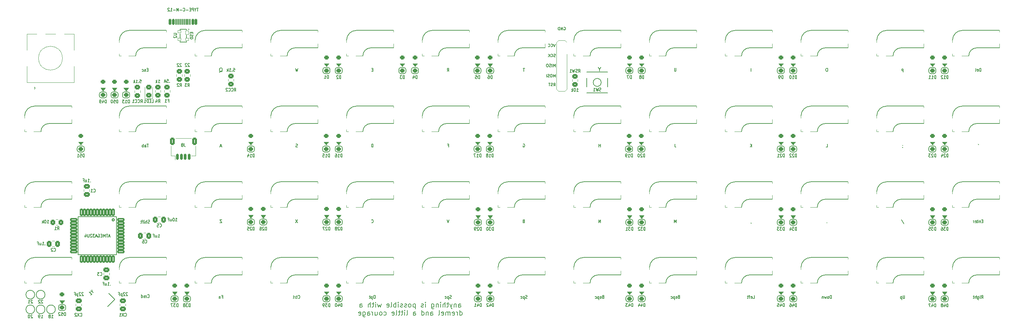
<source format=gbo>
G04 #@! TF.GenerationSoftware,KiCad,Pcbnew,(6.0.5-0)*
G04 #@! TF.CreationDate,2022-08-30T21:44:49-05:00*
G04 #@! TF.ProjectId,pcb,7063622e-6b69-4636-9164-5f7063625858,rev?*
G04 #@! TF.SameCoordinates,Original*
G04 #@! TF.FileFunction,Legend,Bot*
G04 #@! TF.FilePolarity,Positive*
%FSLAX46Y46*%
G04 Gerber Fmt 4.6, Leading zero omitted, Abs format (unit mm)*
G04 Created by KiCad (PCBNEW (6.0.5-0)) date 2022-08-30 21:44:49*
%MOMM*%
%LPD*%
G01*
G04 APERTURE LIST*
G04 Aperture macros list*
%AMRoundRect*
0 Rectangle with rounded corners*
0 $1 Rounding radius*
0 $2 $3 $4 $5 $6 $7 $8 $9 X,Y pos of 4 corners*
0 Add a 4 corners polygon primitive as box body*
4,1,4,$2,$3,$4,$5,$6,$7,$8,$9,$2,$3,0*
0 Add four circle primitives for the rounded corners*
1,1,$1+$1,$2,$3*
1,1,$1+$1,$4,$5*
1,1,$1+$1,$6,$7*
1,1,$1+$1,$8,$9*
0 Add four rect primitives between the rounded corners*
20,1,$1+$1,$2,$3,$4,$5,0*
20,1,$1+$1,$4,$5,$6,$7,0*
20,1,$1+$1,$6,$7,$8,$9,0*
20,1,$1+$1,$8,$9,$2,$3,0*%
%AMRotRect*
0 Rectangle, with rotation*
0 The origin of the aperture is its center*
0 $1 length*
0 $2 width*
0 $3 Rotation angle, in degrees counterclockwise*
0 Add horizontal line*
21,1,$1,$2,0,0,$3*%
G04 Aperture macros list end*
%ADD10C,0.150000*%
%ADD11C,0.200000*%
%ADD12C,0.127000*%
%ADD13C,0.120000*%
%ADD14C,0.100000*%
%ADD15C,0.254000*%
%ADD16C,0.203200*%
%ADD17C,3.000000*%
%ADD18C,1.750000*%
%ADD19C,3.987800*%
%ADD20R,2.550000X2.500000*%
%ADD21R,2.000000X2.000000*%
%ADD22C,2.000000*%
%ADD23R,2.000000X3.200000*%
%ADD24C,3.800000*%
%ADD25C,2.250000*%
%ADD26RoundRect,0.250000X0.475000X-0.337500X0.475000X0.337500X-0.475000X0.337500X-0.475000X-0.337500X0*%
%ADD27RoundRect,0.250000X0.350000X-0.250000X0.350000X0.250000X-0.350000X0.250000X-0.350000X-0.250000X0*%
%ADD28O,1.700000X1.700000*%
%ADD29R,1.700000X1.700000*%
%ADD30R,1.800000X1.100000*%
%ADD31RoundRect,0.200000X0.250000X0.750000X-0.250000X0.750000X-0.250000X-0.750000X0.250000X-0.750000X0*%
%ADD32RoundRect,0.200000X0.750000X0.250000X-0.750000X0.250000X-0.750000X-0.250000X0.750000X-0.250000X0*%
%ADD33RoundRect,0.250000X-0.475000X0.337500X-0.475000X-0.337500X0.475000X-0.337500X0.475000X0.337500X0*%
%ADD34RotRect,2.100000X1.800000X225.000000*%
%ADD35RoundRect,0.249999X0.450001X-0.325001X0.450001X0.325001X-0.450001X0.325001X-0.450001X-0.325001X0*%
%ADD36C,0.650000*%
%ADD37RoundRect,0.150000X-0.150000X-0.575000X0.150000X-0.575000X0.150000X0.575000X-0.150000X0.575000X0*%
%ADD38RoundRect,0.075000X-0.075000X-0.650000X0.075000X-0.650000X0.075000X0.650000X-0.075000X0.650000X0*%
%ADD39O,1.300000X2.400000*%
%ADD40O,1.300000X1.900000*%
%ADD41RoundRect,0.249999X-0.450001X0.325001X-0.450001X-0.325001X0.450001X-0.325001X0.450001X0.325001X0*%
%ADD42RoundRect,0.250000X0.337500X0.475000X-0.337500X0.475000X-0.337500X-0.475000X0.337500X-0.475000X0*%
%ADD43RoundRect,0.250000X-0.337500X-0.475000X0.337500X-0.475000X0.337500X0.475000X-0.337500X0.475000X0*%
%ADD44RoundRect,0.249999X-0.325001X-0.450001X0.325001X-0.450001X0.325001X0.450001X-0.325001X0.450001X0*%
%ADD45RoundRect,0.050000X-0.350000X0.500000X-0.350000X-0.500000X0.350000X-0.500000X0.350000X0.500000X0*%
%ADD46RoundRect,0.050000X-0.350000X0.300000X-0.350000X-0.300000X0.350000X-0.300000X0.350000X0.300000X0*%
%ADD47C,1.700000*%
%ADD48RoundRect,0.150000X-0.150000X-0.625000X0.150000X-0.625000X0.150000X0.625000X-0.150000X0.625000X0*%
%ADD49RoundRect,0.250000X-0.350000X-0.650000X0.350000X-0.650000X0.350000X0.650000X-0.350000X0.650000X0*%
G04 APERTURE END LIST*
D10*
X182090313Y-94213412D02*
X181990313Y-94251507D01*
X181956979Y-94289602D01*
X181923646Y-94365793D01*
X181923646Y-94480078D01*
X181956979Y-94556269D01*
X181990313Y-94594364D01*
X182056979Y-94632459D01*
X182323646Y-94632459D01*
X182323646Y-93832459D01*
X182090313Y-93832459D01*
X182023646Y-93870555D01*
X181990313Y-93908650D01*
X181956979Y-93984840D01*
X181956979Y-94061031D01*
X181990313Y-94137221D01*
X182023646Y-94175316D01*
X182090313Y-94213412D01*
X182323646Y-94213412D01*
X220473678Y-94632459D02*
X220473678Y-93832459D01*
X220240345Y-94403888D01*
X220007011Y-93832459D01*
X220007011Y-94632459D01*
X162873630Y-56532427D02*
X163106963Y-56151475D01*
X163273630Y-56532427D02*
X163273630Y-55732427D01*
X163006963Y-55732427D01*
X162940297Y-55770523D01*
X162906963Y-55808618D01*
X162873630Y-55884808D01*
X162873630Y-55999094D01*
X162906963Y-56075284D01*
X162940297Y-56113380D01*
X163006963Y-56151475D01*
X163273630Y-56151475D01*
X163323630Y-93832459D02*
X163090297Y-94632459D01*
X162856963Y-93832459D01*
D11*
X165733082Y-115853176D02*
X165733082Y-115198414D01*
X165792605Y-115079366D01*
X165911653Y-115019842D01*
X166149748Y-115019842D01*
X166268796Y-115079366D01*
X165733082Y-115793652D02*
X165852129Y-115853176D01*
X166149748Y-115853176D01*
X166268796Y-115793652D01*
X166328320Y-115674604D01*
X166328320Y-115555557D01*
X166268796Y-115436509D01*
X166149748Y-115376985D01*
X165852129Y-115376985D01*
X165733082Y-115317461D01*
X165137844Y-115019842D02*
X165137844Y-115853176D01*
X165137844Y-115138890D02*
X165078320Y-115079366D01*
X164959272Y-115019842D01*
X164780701Y-115019842D01*
X164661653Y-115079366D01*
X164602129Y-115198414D01*
X164602129Y-115853176D01*
X164125939Y-115019842D02*
X163828320Y-115853176D01*
X163530701Y-115019842D02*
X163828320Y-115853176D01*
X163947367Y-116150795D01*
X164006891Y-116210319D01*
X164125939Y-116269842D01*
X163233082Y-115019842D02*
X162756891Y-115019842D01*
X163054510Y-114603176D02*
X163054510Y-115674604D01*
X162994986Y-115793652D01*
X162875939Y-115853176D01*
X162756891Y-115853176D01*
X162340225Y-115853176D02*
X162340225Y-114603176D01*
X161804510Y-115853176D02*
X161804510Y-115198414D01*
X161864034Y-115079366D01*
X161983082Y-115019842D01*
X162161653Y-115019842D01*
X162280701Y-115079366D01*
X162340225Y-115138890D01*
X161209272Y-115853176D02*
X161209272Y-115019842D01*
X161209272Y-114603176D02*
X161268796Y-114662700D01*
X161209272Y-114722223D01*
X161149748Y-114662700D01*
X161209272Y-114603176D01*
X161209272Y-114722223D01*
X160614034Y-115019842D02*
X160614034Y-115853176D01*
X160614034Y-115138890D02*
X160554510Y-115079366D01*
X160435463Y-115019842D01*
X160256891Y-115019842D01*
X160137844Y-115079366D01*
X160078320Y-115198414D01*
X160078320Y-115853176D01*
X158947367Y-115019842D02*
X158947367Y-116031747D01*
X159006891Y-116150795D01*
X159066415Y-116210319D01*
X159185463Y-116269842D01*
X159364034Y-116269842D01*
X159483082Y-116210319D01*
X158947367Y-115793652D02*
X159066415Y-115853176D01*
X159304510Y-115853176D01*
X159423558Y-115793652D01*
X159483082Y-115734128D01*
X159542605Y-115615080D01*
X159542605Y-115257938D01*
X159483082Y-115138890D01*
X159423558Y-115079366D01*
X159304510Y-115019842D01*
X159066415Y-115019842D01*
X158947367Y-115079366D01*
X157399748Y-115853176D02*
X157399748Y-115019842D01*
X157399748Y-114603176D02*
X157459272Y-114662700D01*
X157399748Y-114722223D01*
X157340225Y-114662700D01*
X157399748Y-114603176D01*
X157399748Y-114722223D01*
X156864034Y-115793652D02*
X156744986Y-115853176D01*
X156506891Y-115853176D01*
X156387844Y-115793652D01*
X156328320Y-115674604D01*
X156328320Y-115615080D01*
X156387844Y-115496033D01*
X156506891Y-115436509D01*
X156685463Y-115436509D01*
X156804510Y-115376985D01*
X156864034Y-115257938D01*
X156864034Y-115198414D01*
X156804510Y-115079366D01*
X156685463Y-115019842D01*
X156506891Y-115019842D01*
X156387844Y-115079366D01*
X154840225Y-115019842D02*
X154840225Y-116269842D01*
X154840225Y-115079366D02*
X154721177Y-115019842D01*
X154483082Y-115019842D01*
X154364034Y-115079366D01*
X154304510Y-115138890D01*
X154244986Y-115257938D01*
X154244986Y-115615080D01*
X154304510Y-115734128D01*
X154364034Y-115793652D01*
X154483082Y-115853176D01*
X154721177Y-115853176D01*
X154840225Y-115793652D01*
X153530701Y-115853176D02*
X153649748Y-115793652D01*
X153709272Y-115734128D01*
X153768796Y-115615080D01*
X153768796Y-115257938D01*
X153709272Y-115138890D01*
X153649748Y-115079366D01*
X153530701Y-115019842D01*
X153352129Y-115019842D01*
X153233082Y-115079366D01*
X153173558Y-115138890D01*
X153114034Y-115257938D01*
X153114034Y-115615080D01*
X153173558Y-115734128D01*
X153233082Y-115793652D01*
X153352129Y-115853176D01*
X153530701Y-115853176D01*
X152637844Y-115793652D02*
X152518796Y-115853176D01*
X152280701Y-115853176D01*
X152161653Y-115793652D01*
X152102129Y-115674604D01*
X152102129Y-115615080D01*
X152161653Y-115496033D01*
X152280701Y-115436509D01*
X152459272Y-115436509D01*
X152578320Y-115376985D01*
X152637844Y-115257938D01*
X152637844Y-115198414D01*
X152578320Y-115079366D01*
X152459272Y-115019842D01*
X152280701Y-115019842D01*
X152161653Y-115079366D01*
X151625939Y-115793652D02*
X151506891Y-115853176D01*
X151268796Y-115853176D01*
X151149748Y-115793652D01*
X151090225Y-115674604D01*
X151090225Y-115615080D01*
X151149748Y-115496033D01*
X151268796Y-115436509D01*
X151447367Y-115436509D01*
X151566415Y-115376985D01*
X151625939Y-115257938D01*
X151625939Y-115198414D01*
X151566415Y-115079366D01*
X151447367Y-115019842D01*
X151268796Y-115019842D01*
X151149748Y-115079366D01*
X150554510Y-115853176D02*
X150554510Y-115019842D01*
X150554510Y-114603176D02*
X150614034Y-114662700D01*
X150554510Y-114722223D01*
X150494986Y-114662700D01*
X150554510Y-114603176D01*
X150554510Y-114722223D01*
X149959272Y-115853176D02*
X149959272Y-114603176D01*
X149959272Y-115079366D02*
X149840225Y-115019842D01*
X149602129Y-115019842D01*
X149483082Y-115079366D01*
X149423558Y-115138890D01*
X149364034Y-115257938D01*
X149364034Y-115615080D01*
X149423558Y-115734128D01*
X149483082Y-115793652D01*
X149602129Y-115853176D01*
X149840225Y-115853176D01*
X149959272Y-115793652D01*
X148649748Y-115853176D02*
X148768796Y-115793652D01*
X148828320Y-115674604D01*
X148828320Y-114603176D01*
X147697367Y-115793652D02*
X147816415Y-115853176D01*
X148054510Y-115853176D01*
X148173558Y-115793652D01*
X148233082Y-115674604D01*
X148233082Y-115198414D01*
X148173558Y-115079366D01*
X148054510Y-115019842D01*
X147816415Y-115019842D01*
X147697367Y-115079366D01*
X147637844Y-115198414D01*
X147637844Y-115317461D01*
X148233082Y-115436509D01*
X146268796Y-115019842D02*
X146030701Y-115853176D01*
X145792605Y-115257938D01*
X145554510Y-115853176D01*
X145316415Y-115019842D01*
X144840225Y-115853176D02*
X144840225Y-115019842D01*
X144840225Y-114603176D02*
X144899748Y-114662700D01*
X144840225Y-114722223D01*
X144780701Y-114662700D01*
X144840225Y-114603176D01*
X144840225Y-114722223D01*
X144423558Y-115019842D02*
X143947367Y-115019842D01*
X144244986Y-114603176D02*
X144244986Y-115674604D01*
X144185463Y-115793652D01*
X144066415Y-115853176D01*
X143947367Y-115853176D01*
X143530701Y-115853176D02*
X143530701Y-114603176D01*
X142994986Y-115853176D02*
X142994986Y-115198414D01*
X143054510Y-115079366D01*
X143173558Y-115019842D01*
X143352129Y-115019842D01*
X143471177Y-115079366D01*
X143530701Y-115138890D01*
X140911653Y-115853176D02*
X140911653Y-115198414D01*
X140971177Y-115079366D01*
X141090225Y-115019842D01*
X141328320Y-115019842D01*
X141447367Y-115079366D01*
X140911653Y-115793652D02*
X141030701Y-115853176D01*
X141328320Y-115853176D01*
X141447367Y-115793652D01*
X141506891Y-115674604D01*
X141506891Y-115555557D01*
X141447367Y-115436509D01*
X141328320Y-115376985D01*
X141030701Y-115376985D01*
X140911653Y-115317461D01*
X166030701Y-117865676D02*
X166030701Y-116615676D01*
X166030701Y-117806152D02*
X166149748Y-117865676D01*
X166387844Y-117865676D01*
X166506891Y-117806152D01*
X166566415Y-117746628D01*
X166625939Y-117627580D01*
X166625939Y-117270438D01*
X166566415Y-117151390D01*
X166506891Y-117091866D01*
X166387844Y-117032342D01*
X166149748Y-117032342D01*
X166030701Y-117091866D01*
X165435463Y-117865676D02*
X165435463Y-117032342D01*
X165435463Y-117270438D02*
X165375939Y-117151390D01*
X165316415Y-117091866D01*
X165197367Y-117032342D01*
X165078320Y-117032342D01*
X164185463Y-117806152D02*
X164304510Y-117865676D01*
X164542605Y-117865676D01*
X164661653Y-117806152D01*
X164721177Y-117687104D01*
X164721177Y-117210914D01*
X164661653Y-117091866D01*
X164542605Y-117032342D01*
X164304510Y-117032342D01*
X164185463Y-117091866D01*
X164125939Y-117210914D01*
X164125939Y-117329961D01*
X164721177Y-117449009D01*
X163590225Y-117865676D02*
X163590225Y-117032342D01*
X163590225Y-117151390D02*
X163530701Y-117091866D01*
X163411653Y-117032342D01*
X163233082Y-117032342D01*
X163114034Y-117091866D01*
X163054510Y-117210914D01*
X163054510Y-117865676D01*
X163054510Y-117210914D02*
X162994986Y-117091866D01*
X162875939Y-117032342D01*
X162697367Y-117032342D01*
X162578320Y-117091866D01*
X162518796Y-117210914D01*
X162518796Y-117865676D01*
X161447367Y-117806152D02*
X161566415Y-117865676D01*
X161804510Y-117865676D01*
X161923558Y-117806152D01*
X161983082Y-117687104D01*
X161983082Y-117210914D01*
X161923558Y-117091866D01*
X161804510Y-117032342D01*
X161566415Y-117032342D01*
X161447367Y-117091866D01*
X161387844Y-117210914D01*
X161387844Y-117329961D01*
X161983082Y-117449009D01*
X160673558Y-117865676D02*
X160792605Y-117806152D01*
X160852129Y-117687104D01*
X160852129Y-116615676D01*
X158709272Y-117865676D02*
X158709272Y-117210914D01*
X158768796Y-117091866D01*
X158887844Y-117032342D01*
X159125939Y-117032342D01*
X159244986Y-117091866D01*
X158709272Y-117806152D02*
X158828320Y-117865676D01*
X159125939Y-117865676D01*
X159244986Y-117806152D01*
X159304510Y-117687104D01*
X159304510Y-117568057D01*
X159244986Y-117449009D01*
X159125939Y-117389485D01*
X158828320Y-117389485D01*
X158709272Y-117329961D01*
X158114034Y-117032342D02*
X158114034Y-117865676D01*
X158114034Y-117151390D02*
X158054510Y-117091866D01*
X157935463Y-117032342D01*
X157756891Y-117032342D01*
X157637844Y-117091866D01*
X157578320Y-117210914D01*
X157578320Y-117865676D01*
X156447367Y-117865676D02*
X156447367Y-116615676D01*
X156447367Y-117806152D02*
X156566415Y-117865676D01*
X156804510Y-117865676D01*
X156923558Y-117806152D01*
X156983082Y-117746628D01*
X157042605Y-117627580D01*
X157042605Y-117270438D01*
X156983082Y-117151390D01*
X156923558Y-117091866D01*
X156804510Y-117032342D01*
X156566415Y-117032342D01*
X156447367Y-117091866D01*
X154364034Y-117865676D02*
X154364034Y-117210914D01*
X154423558Y-117091866D01*
X154542605Y-117032342D01*
X154780701Y-117032342D01*
X154899748Y-117091866D01*
X154364034Y-117806152D02*
X154483082Y-117865676D01*
X154780701Y-117865676D01*
X154899748Y-117806152D01*
X154959272Y-117687104D01*
X154959272Y-117568057D01*
X154899748Y-117449009D01*
X154780701Y-117389485D01*
X154483082Y-117389485D01*
X154364034Y-117329961D01*
X152637844Y-117865676D02*
X152756891Y-117806152D01*
X152816415Y-117687104D01*
X152816415Y-116615676D01*
X152161653Y-117865676D02*
X152161653Y-117032342D01*
X152161653Y-116615676D02*
X152221177Y-116675200D01*
X152161653Y-116734723D01*
X152102129Y-116675200D01*
X152161653Y-116615676D01*
X152161653Y-116734723D01*
X151744986Y-117032342D02*
X151268796Y-117032342D01*
X151566415Y-116615676D02*
X151566415Y-117687104D01*
X151506891Y-117806152D01*
X151387844Y-117865676D01*
X151268796Y-117865676D01*
X151030701Y-117032342D02*
X150554510Y-117032342D01*
X150852129Y-116615676D02*
X150852129Y-117687104D01*
X150792605Y-117806152D01*
X150673558Y-117865676D01*
X150554510Y-117865676D01*
X149959272Y-117865676D02*
X150078320Y-117806152D01*
X150137844Y-117687104D01*
X150137844Y-116615676D01*
X149006891Y-117806152D02*
X149125939Y-117865676D01*
X149364034Y-117865676D01*
X149483082Y-117806152D01*
X149542605Y-117687104D01*
X149542605Y-117210914D01*
X149483082Y-117091866D01*
X149364034Y-117032342D01*
X149125939Y-117032342D01*
X149006891Y-117091866D01*
X148947367Y-117210914D01*
X148947367Y-117329961D01*
X149542605Y-117449009D01*
X146923558Y-117806152D02*
X147042605Y-117865676D01*
X147280701Y-117865676D01*
X147399748Y-117806152D01*
X147459272Y-117746628D01*
X147518796Y-117627580D01*
X147518796Y-117270438D01*
X147459272Y-117151390D01*
X147399748Y-117091866D01*
X147280701Y-117032342D01*
X147042605Y-117032342D01*
X146923558Y-117091866D01*
X146209272Y-117865676D02*
X146328320Y-117806152D01*
X146387844Y-117746628D01*
X146447367Y-117627580D01*
X146447367Y-117270438D01*
X146387844Y-117151390D01*
X146328320Y-117091866D01*
X146209272Y-117032342D01*
X146030701Y-117032342D01*
X145911653Y-117091866D01*
X145852129Y-117151390D01*
X145792605Y-117270438D01*
X145792605Y-117627580D01*
X145852129Y-117746628D01*
X145911653Y-117806152D01*
X146030701Y-117865676D01*
X146209272Y-117865676D01*
X144721177Y-117032342D02*
X144721177Y-117865676D01*
X145256891Y-117032342D02*
X145256891Y-117687104D01*
X145197367Y-117806152D01*
X145078320Y-117865676D01*
X144899748Y-117865676D01*
X144780701Y-117806152D01*
X144721177Y-117746628D01*
X144125939Y-117865676D02*
X144125939Y-117032342D01*
X144125939Y-117270438D02*
X144066415Y-117151390D01*
X144006891Y-117091866D01*
X143887844Y-117032342D01*
X143768796Y-117032342D01*
X142816415Y-117865676D02*
X142816415Y-117210914D01*
X142875939Y-117091866D01*
X142994986Y-117032342D01*
X143233082Y-117032342D01*
X143352129Y-117091866D01*
X142816415Y-117806152D02*
X142935463Y-117865676D01*
X143233082Y-117865676D01*
X143352129Y-117806152D01*
X143411653Y-117687104D01*
X143411653Y-117568057D01*
X143352129Y-117449009D01*
X143233082Y-117389485D01*
X142935463Y-117389485D01*
X142816415Y-117329961D01*
X141685463Y-117032342D02*
X141685463Y-118044247D01*
X141744986Y-118163295D01*
X141804510Y-118222819D01*
X141923558Y-118282342D01*
X142102129Y-118282342D01*
X142221177Y-118222819D01*
X141685463Y-117806152D02*
X141804510Y-117865676D01*
X142042605Y-117865676D01*
X142161653Y-117806152D01*
X142221177Y-117746628D01*
X142280701Y-117627580D01*
X142280701Y-117270438D01*
X142221177Y-117151390D01*
X142161653Y-117091866D01*
X142042605Y-117032342D01*
X141804510Y-117032342D01*
X141685463Y-117091866D01*
X140614034Y-117806152D02*
X140733082Y-117865676D01*
X140971177Y-117865676D01*
X141090225Y-117806152D01*
X141149748Y-117687104D01*
X141149748Y-117210914D01*
X141090225Y-117091866D01*
X140971177Y-117032342D01*
X140733082Y-117032342D01*
X140614034Y-117091866D01*
X140554510Y-117210914D01*
X140554510Y-117329961D01*
X141149748Y-117449009D01*
D10*
X162990297Y-75163396D02*
X163223630Y-75163396D01*
X163223630Y-75582443D02*
X163223630Y-74782443D01*
X162890297Y-74782443D01*
X201390329Y-94632459D02*
X201390329Y-93832459D01*
X200990329Y-94632459D01*
X200990329Y-93832459D01*
X144223614Y-75582443D02*
X144223614Y-74782443D01*
X144056947Y-74782443D01*
X143956947Y-74820539D01*
X143890281Y-74896729D01*
X143856947Y-74972919D01*
X143823614Y-75125300D01*
X143823614Y-75239586D01*
X143856947Y-75391967D01*
X143890281Y-75468158D01*
X143956947Y-75544348D01*
X144056947Y-75582443D01*
X144223614Y-75582443D01*
X258407043Y-55732427D02*
X258273710Y-55732427D01*
X258207043Y-55770523D01*
X258140377Y-55846713D01*
X258107043Y-55999094D01*
X258107043Y-56265761D01*
X258140377Y-56418142D01*
X258207043Y-56494332D01*
X258273710Y-56532427D01*
X258407043Y-56532427D01*
X258473710Y-56494332D01*
X258540377Y-56418142D01*
X258573710Y-56265761D01*
X258573710Y-55999094D01*
X258540377Y-55846713D01*
X258473710Y-55770523D01*
X258407043Y-55732427D01*
X87999031Y-94723809D02*
X87899031Y-94761904D01*
X87732364Y-94761904D01*
X87665698Y-94723809D01*
X87632364Y-94685714D01*
X87599031Y-94609523D01*
X87599031Y-94533333D01*
X87632364Y-94457142D01*
X87665698Y-94419047D01*
X87732364Y-94380952D01*
X87865698Y-94342857D01*
X87932364Y-94304761D01*
X87965698Y-94266666D01*
X87999031Y-94190476D01*
X87999031Y-94114285D01*
X87965698Y-94038095D01*
X87932364Y-94000000D01*
X87865698Y-93961904D01*
X87699031Y-93961904D01*
X87599031Y-94000000D01*
X87299031Y-94761904D02*
X87299031Y-93961904D01*
X86999031Y-94761904D02*
X86999031Y-94342857D01*
X87032364Y-94266666D01*
X87099031Y-94228571D01*
X87199031Y-94228571D01*
X87265698Y-94266666D01*
X87299031Y-94304761D01*
X86665698Y-94761904D02*
X86665698Y-94228571D01*
X86665698Y-93961904D02*
X86699031Y-94000000D01*
X86665698Y-94038095D01*
X86632364Y-94000000D01*
X86665698Y-93961904D01*
X86665698Y-94038095D01*
X86432364Y-94228571D02*
X86165698Y-94228571D01*
X86332364Y-94761904D02*
X86332364Y-94076190D01*
X86299031Y-94000000D01*
X86232364Y-93961904D01*
X86165698Y-93961904D01*
X86032364Y-94228571D02*
X85765698Y-94228571D01*
X85932364Y-93961904D02*
X85932364Y-94647619D01*
X85899031Y-94723809D01*
X85832364Y-94761904D01*
X85765698Y-94761904D01*
X259523710Y-113682475D02*
X259523710Y-112882475D01*
X259357043Y-112882475D01*
X259257043Y-112920571D01*
X259190377Y-112996761D01*
X259157043Y-113072951D01*
X259123710Y-113225332D01*
X259123710Y-113339618D01*
X259157043Y-113491999D01*
X259190377Y-113568190D01*
X259257043Y-113644380D01*
X259357043Y-113682475D01*
X259523710Y-113682475D01*
X258723710Y-113682475D02*
X258790377Y-113644380D01*
X258823710Y-113606285D01*
X258857043Y-113530094D01*
X258857043Y-113301523D01*
X258823710Y-113225332D01*
X258790377Y-113187237D01*
X258723710Y-113149142D01*
X258623710Y-113149142D01*
X258557043Y-113187237D01*
X258523710Y-113225332D01*
X258490377Y-113301523D01*
X258490377Y-113530094D01*
X258523710Y-113606285D01*
X258557043Y-113644380D01*
X258623710Y-113682475D01*
X258723710Y-113682475D01*
X258257043Y-113149142D02*
X258123710Y-113682475D01*
X257990377Y-113301523D01*
X257857043Y-113682475D01*
X257723710Y-113149142D01*
X257457043Y-113149142D02*
X257457043Y-113682475D01*
X257457043Y-113225332D02*
X257423710Y-113187237D01*
X257357043Y-113149142D01*
X257257043Y-113149142D01*
X257190377Y-113187237D01*
X257157043Y-113263428D01*
X257157043Y-113682475D01*
X220140345Y-74782443D02*
X220140345Y-75353872D01*
X220173678Y-75468158D01*
X220240345Y-75544348D01*
X220340345Y-75582443D01*
X220407011Y-75582443D01*
X297223742Y-113682475D02*
X297457075Y-113301523D01*
X297623742Y-113682475D02*
X297623742Y-112882475D01*
X297357075Y-112882475D01*
X297290409Y-112920571D01*
X297257075Y-112958666D01*
X297223742Y-113034856D01*
X297223742Y-113149142D01*
X297257075Y-113225332D01*
X297290409Y-113263428D01*
X297357075Y-113301523D01*
X297623742Y-113301523D01*
X296923742Y-113682475D02*
X296923742Y-113149142D01*
X296923742Y-112882475D02*
X296957075Y-112920571D01*
X296923742Y-112958666D01*
X296890409Y-112920571D01*
X296923742Y-112882475D01*
X296923742Y-112958666D01*
X296290409Y-113149142D02*
X296290409Y-113796761D01*
X296323742Y-113872951D01*
X296357075Y-113911047D01*
X296423742Y-113949142D01*
X296523742Y-113949142D01*
X296590409Y-113911047D01*
X296290409Y-113644380D02*
X296357075Y-113682475D01*
X296490409Y-113682475D01*
X296557075Y-113644380D01*
X296590409Y-113606285D01*
X296623742Y-113530094D01*
X296623742Y-113301523D01*
X296590409Y-113225332D01*
X296557075Y-113187237D01*
X296490409Y-113149142D01*
X296357075Y-113149142D01*
X296290409Y-113187237D01*
X295957075Y-113682475D02*
X295957075Y-112882475D01*
X295657075Y-113682475D02*
X295657075Y-113263428D01*
X295690409Y-113187237D01*
X295757075Y-113149142D01*
X295857075Y-113149142D01*
X295923742Y-113187237D01*
X295957075Y-113225332D01*
X295423742Y-113149142D02*
X295157075Y-113149142D01*
X295323742Y-112882475D02*
X295323742Y-113568190D01*
X295290409Y-113644380D01*
X295223742Y-113682475D01*
X295157075Y-113682475D01*
X239290361Y-56532427D02*
X239290361Y-55732427D01*
X181956979Y-74820539D02*
X182023646Y-74782443D01*
X182123646Y-74782443D01*
X182223646Y-74820539D01*
X182290313Y-74896729D01*
X182323646Y-74972919D01*
X182356979Y-75125300D01*
X182356979Y-75239586D01*
X182323646Y-75391967D01*
X182290313Y-75468158D01*
X182223646Y-75544348D01*
X182123646Y-75582443D01*
X182056979Y-75582443D01*
X181956979Y-75544348D01*
X181923646Y-75506253D01*
X181923646Y-75239586D01*
X182056979Y-75239586D01*
X277357059Y-75544348D02*
X277357059Y-75582443D01*
X277390393Y-75658634D01*
X277423726Y-75696729D01*
X277390393Y-75087205D02*
X277357059Y-75125300D01*
X277390393Y-75163396D01*
X277423726Y-75125300D01*
X277390393Y-75087205D01*
X277390393Y-75163396D01*
X144190281Y-56113380D02*
X143956947Y-56113380D01*
X143856947Y-56532427D02*
X144190281Y-56532427D01*
X144190281Y-55732427D01*
X143856947Y-55732427D01*
X125190265Y-75544348D02*
X125090265Y-75582443D01*
X124923598Y-75582443D01*
X124856931Y-75544348D01*
X124823598Y-75506253D01*
X124790265Y-75430062D01*
X124790265Y-75353872D01*
X124823598Y-75277681D01*
X124856931Y-75239586D01*
X124923598Y-75201491D01*
X125056931Y-75163396D01*
X125123598Y-75125300D01*
X125156931Y-75087205D01*
X125190265Y-75011015D01*
X125190265Y-74934824D01*
X125156931Y-74858634D01*
X125123598Y-74820539D01*
X125056931Y-74782443D01*
X124890265Y-74782443D01*
X124790265Y-74820539D01*
X220413553Y-55674056D02*
X220413553Y-56321675D01*
X220380219Y-56397866D01*
X220346886Y-56435961D01*
X220280219Y-56474056D01*
X220146886Y-56474056D01*
X220080219Y-56435961D01*
X220046886Y-56397866D01*
X220013553Y-56321675D01*
X220013553Y-55674056D01*
X258340377Y-94556269D02*
X258307043Y-94594364D01*
X258340377Y-94632459D01*
X258373710Y-94594364D01*
X258340377Y-94556269D01*
X258340377Y-94632459D01*
X296407075Y-74782443D02*
X296473742Y-74934824D01*
X202040329Y-113263428D02*
X201940329Y-113301523D01*
X201906995Y-113339618D01*
X201873662Y-113415809D01*
X201873662Y-113530094D01*
X201906995Y-113606285D01*
X201940329Y-113644380D01*
X202006995Y-113682475D01*
X202273662Y-113682475D01*
X202273662Y-112882475D01*
X202040329Y-112882475D01*
X201973662Y-112920571D01*
X201940329Y-112958666D01*
X201906995Y-113034856D01*
X201906995Y-113111047D01*
X201940329Y-113187237D01*
X201973662Y-113225332D01*
X202040329Y-113263428D01*
X202273662Y-113263428D01*
X201606995Y-113644380D02*
X201540329Y-113682475D01*
X201406995Y-113682475D01*
X201340329Y-113644380D01*
X201306995Y-113568190D01*
X201306995Y-113530094D01*
X201340329Y-113453904D01*
X201406995Y-113415809D01*
X201506995Y-113415809D01*
X201573662Y-113377713D01*
X201606995Y-113301523D01*
X201606995Y-113263428D01*
X201573662Y-113187237D01*
X201506995Y-113149142D01*
X201406995Y-113149142D01*
X201340329Y-113187237D01*
X201006995Y-113149142D02*
X201006995Y-113949142D01*
X201006995Y-113187237D02*
X200940329Y-113149142D01*
X200806995Y-113149142D01*
X200740329Y-113187237D01*
X200706995Y-113225332D01*
X200673662Y-113301523D01*
X200673662Y-113530094D01*
X200706995Y-113606285D01*
X200740329Y-113644380D01*
X200806995Y-113682475D01*
X200940329Y-113682475D01*
X201006995Y-113644380D01*
X200073662Y-113644380D02*
X200140329Y-113682475D01*
X200273662Y-113682475D01*
X200340329Y-113644380D01*
X200373662Y-113606285D01*
X200406995Y-113530094D01*
X200406995Y-113301523D01*
X200373662Y-113225332D01*
X200340329Y-113187237D01*
X200273662Y-113149142D01*
X200140329Y-113149142D01*
X200073662Y-113187237D01*
X277090393Y-93794364D02*
X277690393Y-94822935D01*
X201390329Y-75582443D02*
X201390329Y-74782443D01*
X201390329Y-75163396D02*
X200990329Y-75163396D01*
X200990329Y-75582443D02*
X200990329Y-74782443D01*
X297107075Y-56532427D02*
X297107075Y-55732427D01*
X296940409Y-55732427D01*
X296840409Y-55770523D01*
X296773742Y-55846713D01*
X296740409Y-55922903D01*
X296707075Y-56075284D01*
X296707075Y-56189570D01*
X296740409Y-56341951D01*
X296773742Y-56418142D01*
X296840409Y-56494332D01*
X296940409Y-56532427D01*
X297107075Y-56532427D01*
X296140409Y-56494332D02*
X296207075Y-56532427D01*
X296340409Y-56532427D01*
X296407075Y-56494332D01*
X296440409Y-56418142D01*
X296440409Y-56113380D01*
X296407075Y-56037189D01*
X296340409Y-55999094D01*
X296207075Y-55999094D01*
X296140409Y-56037189D01*
X296107075Y-56113380D01*
X296107075Y-56189570D01*
X296440409Y-56265761D01*
X295707075Y-56532427D02*
X295773742Y-56494332D01*
X295807075Y-56418142D01*
X295807075Y-55732427D01*
X106106915Y-75353872D02*
X105773582Y-75353872D01*
X106173582Y-75582443D02*
X105940249Y-74782443D01*
X105706915Y-75582443D01*
X87482364Y-113395184D02*
X87515698Y-113433279D01*
X87615698Y-113471374D01*
X87682364Y-113471374D01*
X87782364Y-113433279D01*
X87849031Y-113357089D01*
X87882364Y-113280898D01*
X87915698Y-113128517D01*
X87915698Y-113014231D01*
X87882364Y-112861850D01*
X87849031Y-112785660D01*
X87782364Y-112709470D01*
X87682364Y-112671374D01*
X87615698Y-112671374D01*
X87515698Y-112709470D01*
X87482364Y-112747565D01*
X87182364Y-113471374D02*
X87182364Y-112938041D01*
X87182364Y-113014231D02*
X87149031Y-112976136D01*
X87082364Y-112938041D01*
X86982364Y-112938041D01*
X86915698Y-112976136D01*
X86882364Y-113052327D01*
X86882364Y-113471374D01*
X86882364Y-113052327D02*
X86849031Y-112976136D01*
X86782364Y-112938041D01*
X86682364Y-112938041D01*
X86615698Y-112976136D01*
X86582364Y-113052327D01*
X86582364Y-113471374D01*
X85949031Y-113471374D02*
X85949031Y-112671374D01*
X85949031Y-113433279D02*
X86015698Y-113471374D01*
X86149031Y-113471374D01*
X86215698Y-113433279D01*
X86249031Y-113395184D01*
X86282364Y-113318993D01*
X86282364Y-113090422D01*
X86249031Y-113014231D01*
X86215698Y-112976136D01*
X86149031Y-112938041D01*
X86015698Y-112938041D01*
X85949031Y-112976136D01*
X163906963Y-113644380D02*
X163806963Y-113682475D01*
X163640297Y-113682475D01*
X163573630Y-113644380D01*
X163540297Y-113606285D01*
X163506963Y-113530094D01*
X163506963Y-113453904D01*
X163540297Y-113377713D01*
X163573630Y-113339618D01*
X163640297Y-113301523D01*
X163773630Y-113263428D01*
X163840297Y-113225332D01*
X163873630Y-113187237D01*
X163906963Y-113111047D01*
X163906963Y-113034856D01*
X163873630Y-112958666D01*
X163840297Y-112920571D01*
X163773630Y-112882475D01*
X163606963Y-112882475D01*
X163506963Y-112920571D01*
X163206963Y-113149142D02*
X163206963Y-113949142D01*
X163206963Y-113187237D02*
X163140297Y-113149142D01*
X163006963Y-113149142D01*
X162940297Y-113187237D01*
X162906963Y-113225332D01*
X162873630Y-113301523D01*
X162873630Y-113530094D01*
X162906963Y-113606285D01*
X162940297Y-113644380D01*
X163006963Y-113682475D01*
X163140297Y-113682475D01*
X163206963Y-113644380D01*
X162273630Y-113644380D02*
X162340297Y-113682475D01*
X162473630Y-113682475D01*
X162540297Y-113644380D01*
X162573630Y-113606285D01*
X162606963Y-113530094D01*
X162606963Y-113301523D01*
X162573630Y-113225332D01*
X162540297Y-113187237D01*
X162473630Y-113149142D01*
X162340297Y-113149142D01*
X162273630Y-113187237D01*
X182956979Y-113644380D02*
X182856979Y-113682475D01*
X182690313Y-113682475D01*
X182623646Y-113644380D01*
X182590313Y-113606285D01*
X182556979Y-113530094D01*
X182556979Y-113453904D01*
X182590313Y-113377713D01*
X182623646Y-113339618D01*
X182690313Y-113301523D01*
X182823646Y-113263428D01*
X182890313Y-113225332D01*
X182923646Y-113187237D01*
X182956979Y-113111047D01*
X182956979Y-113034856D01*
X182923646Y-112958666D01*
X182890313Y-112920571D01*
X182823646Y-112882475D01*
X182656979Y-112882475D01*
X182556979Y-112920571D01*
X182256979Y-113149142D02*
X182256979Y-113949142D01*
X182256979Y-113187237D02*
X182190313Y-113149142D01*
X182056979Y-113149142D01*
X181990313Y-113187237D01*
X181956979Y-113225332D01*
X181923646Y-113301523D01*
X181923646Y-113530094D01*
X181956979Y-113606285D01*
X181990313Y-113644380D01*
X182056979Y-113682475D01*
X182190313Y-113682475D01*
X182256979Y-113644380D01*
X181323646Y-113644380D02*
X181390313Y-113682475D01*
X181523646Y-113682475D01*
X181590313Y-113644380D01*
X181623646Y-113606285D01*
X181656979Y-113530094D01*
X181656979Y-113301523D01*
X181623646Y-113225332D01*
X181590313Y-113187237D01*
X181523646Y-113149142D01*
X181390313Y-113149142D01*
X181323646Y-113187237D01*
X143823614Y-94556269D02*
X143856947Y-94594364D01*
X143956947Y-94632459D01*
X144023614Y-94632459D01*
X144123614Y-94594364D01*
X144190281Y-94518174D01*
X144223614Y-94441983D01*
X144256947Y-94289602D01*
X144256947Y-94175316D01*
X144223614Y-94022935D01*
X144190281Y-93946745D01*
X144123614Y-93870555D01*
X144023614Y-93832459D01*
X143956947Y-93832459D01*
X143856947Y-93870555D01*
X143823614Y-93908650D01*
X106173582Y-93832459D02*
X105706915Y-93832459D01*
X106173582Y-94632459D01*
X105706915Y-94632459D01*
X277573726Y-56668173D02*
X277573726Y-55868173D01*
X277307059Y-55868173D01*
X277240393Y-55906269D01*
X277207059Y-55944364D01*
X277173726Y-56020554D01*
X277173726Y-56134840D01*
X277207059Y-56211030D01*
X277240393Y-56249126D01*
X277307059Y-56287221D01*
X277573726Y-56287221D01*
X144623614Y-112882475D02*
X144490281Y-112882475D01*
X144423614Y-112920571D01*
X144356947Y-112996761D01*
X144323614Y-113149142D01*
X144323614Y-113415809D01*
X144356947Y-113568190D01*
X144423614Y-113644380D01*
X144490281Y-113682475D01*
X144623614Y-113682475D01*
X144690281Y-113644380D01*
X144756947Y-113568190D01*
X144790281Y-113415809D01*
X144790281Y-113149142D01*
X144756947Y-112996761D01*
X144690281Y-112920571D01*
X144623614Y-112882475D01*
X144023614Y-113149142D02*
X144023614Y-113949142D01*
X144023614Y-113187237D02*
X143956947Y-113149142D01*
X143823614Y-113149142D01*
X143756947Y-113187237D01*
X143723614Y-113225332D01*
X143690281Y-113301523D01*
X143690281Y-113530094D01*
X143723614Y-113606285D01*
X143756947Y-113644380D01*
X143823614Y-113682475D01*
X143956947Y-113682475D01*
X144023614Y-113644380D01*
X143490281Y-113149142D02*
X143223614Y-113149142D01*
X143390281Y-112882475D02*
X143390281Y-113568190D01*
X143356947Y-113644380D01*
X143290281Y-113682475D01*
X143223614Y-113682475D01*
X258123710Y-75582443D02*
X258457043Y-75582443D01*
X258457043Y-74782443D01*
X106156915Y-113263428D02*
X106390249Y-113263428D01*
X106390249Y-113682475D02*
X106390249Y-112882475D01*
X106056915Y-112882475D01*
X105790249Y-113149142D02*
X105790249Y-113682475D01*
X105790249Y-113225332D02*
X105756915Y-113187237D01*
X105690249Y-113149142D01*
X105590249Y-113149142D01*
X105523582Y-113187237D01*
X105490249Y-113263428D01*
X105490249Y-113682475D01*
X125290265Y-55732427D02*
X125123598Y-56532427D01*
X124990265Y-55960999D01*
X124856931Y-56532427D01*
X124690265Y-55732427D01*
X125373598Y-113606285D02*
X125406931Y-113644380D01*
X125506931Y-113682475D01*
X125573598Y-113682475D01*
X125673598Y-113644380D01*
X125740265Y-113568190D01*
X125773598Y-113491999D01*
X125806931Y-113339618D01*
X125806931Y-113225332D01*
X125773598Y-113072951D01*
X125740265Y-112996761D01*
X125673598Y-112920571D01*
X125573598Y-112882475D01*
X125506931Y-112882475D01*
X125406931Y-112920571D01*
X125373598Y-112958666D01*
X125173598Y-113149142D02*
X124906931Y-113149142D01*
X125073598Y-112882475D02*
X125073598Y-113568190D01*
X125040265Y-113644380D01*
X124973598Y-113682475D01*
X124906931Y-113682475D01*
X124673598Y-113682475D02*
X124673598Y-113149142D01*
X124673598Y-113301523D02*
X124640265Y-113225332D01*
X124606931Y-113187237D01*
X124540265Y-113149142D01*
X124473598Y-113149142D01*
X124140265Y-113682475D02*
X124206931Y-113644380D01*
X124240265Y-113568190D01*
X124240265Y-112882475D01*
X182340313Y-55732427D02*
X181940313Y-55732427D01*
X182140313Y-56532427D02*
X182140313Y-55732427D01*
X239257027Y-94594364D02*
X239257027Y-94632459D01*
X239290361Y-94708650D01*
X239323694Y-94746745D01*
X277907059Y-112882475D02*
X277907059Y-113530094D01*
X277873726Y-113606285D01*
X277840393Y-113644380D01*
X277773726Y-113682475D01*
X277640393Y-113682475D01*
X277573726Y-113644380D01*
X277540393Y-113606285D01*
X277507059Y-113530094D01*
X277507059Y-112882475D01*
X277173726Y-113149142D02*
X277173726Y-113949142D01*
X277173726Y-113187237D02*
X277107059Y-113149142D01*
X276973726Y-113149142D01*
X276907059Y-113187237D01*
X276873726Y-113225332D01*
X276840393Y-113301523D01*
X276840393Y-113530094D01*
X276873726Y-113606285D01*
X276907059Y-113644380D01*
X276973726Y-113682475D01*
X277107059Y-113682475D01*
X277173726Y-113644380D01*
X87623566Y-56113380D02*
X87390233Y-56113380D01*
X87290233Y-56532427D02*
X87623566Y-56532427D01*
X87623566Y-55732427D01*
X87290233Y-55732427D01*
X87023566Y-56494332D02*
X86956899Y-56532427D01*
X86823566Y-56532427D01*
X86756899Y-56494332D01*
X86723566Y-56418142D01*
X86723566Y-56380046D01*
X86756899Y-56303856D01*
X86823566Y-56265761D01*
X86923566Y-56265761D01*
X86990233Y-56227665D01*
X87023566Y-56151475D01*
X87023566Y-56113380D01*
X86990233Y-56037189D01*
X86923566Y-55999094D01*
X86823566Y-55999094D01*
X86756899Y-56037189D01*
X86123566Y-56494332D02*
X86190233Y-56532427D01*
X86323566Y-56532427D01*
X86390233Y-56494332D01*
X86423566Y-56456237D01*
X86456899Y-56380046D01*
X86456899Y-56151475D01*
X86423566Y-56075284D01*
X86390233Y-56037189D01*
X86323566Y-55999094D01*
X86190233Y-55999094D01*
X86123566Y-56037189D01*
X221090345Y-113263428D02*
X220990345Y-113301523D01*
X220957011Y-113339618D01*
X220923678Y-113415809D01*
X220923678Y-113530094D01*
X220957011Y-113606285D01*
X220990345Y-113644380D01*
X221057011Y-113682475D01*
X221323678Y-113682475D01*
X221323678Y-112882475D01*
X221090345Y-112882475D01*
X221023678Y-112920571D01*
X220990345Y-112958666D01*
X220957011Y-113034856D01*
X220957011Y-113111047D01*
X220990345Y-113187237D01*
X221023678Y-113225332D01*
X221090345Y-113263428D01*
X221323678Y-113263428D01*
X220657011Y-113644380D02*
X220590345Y-113682475D01*
X220457011Y-113682475D01*
X220390345Y-113644380D01*
X220357011Y-113568190D01*
X220357011Y-113530094D01*
X220390345Y-113453904D01*
X220457011Y-113415809D01*
X220557011Y-113415809D01*
X220623678Y-113377713D01*
X220657011Y-113301523D01*
X220657011Y-113263428D01*
X220623678Y-113187237D01*
X220557011Y-113149142D01*
X220457011Y-113149142D01*
X220390345Y-113187237D01*
X220057011Y-113149142D02*
X220057011Y-113949142D01*
X220057011Y-113187237D02*
X219990345Y-113149142D01*
X219857011Y-113149142D01*
X219790345Y-113187237D01*
X219757011Y-113225332D01*
X219723678Y-113301523D01*
X219723678Y-113530094D01*
X219757011Y-113606285D01*
X219790345Y-113644380D01*
X219857011Y-113682475D01*
X219990345Y-113682475D01*
X220057011Y-113644380D01*
X219123678Y-113644380D02*
X219190345Y-113682475D01*
X219323678Y-113682475D01*
X219390345Y-113644380D01*
X219423678Y-113606285D01*
X219457011Y-113530094D01*
X219457011Y-113301523D01*
X219423678Y-113225332D01*
X219390345Y-113187237D01*
X219323678Y-113149142D01*
X219190345Y-113149142D01*
X219123678Y-113187237D01*
X297623742Y-94213412D02*
X297390409Y-94213412D01*
X297290409Y-94632459D02*
X297623742Y-94632459D01*
X297623742Y-93832459D01*
X297290409Y-93832459D01*
X296990409Y-94099126D02*
X296990409Y-94632459D01*
X296990409Y-94175316D02*
X296957075Y-94137221D01*
X296890409Y-94099126D01*
X296790409Y-94099126D01*
X296723742Y-94137221D01*
X296690409Y-94213412D01*
X296690409Y-94632459D01*
X296457075Y-94099126D02*
X296190409Y-94099126D01*
X296357075Y-93832459D02*
X296357075Y-94518174D01*
X296323742Y-94594364D01*
X296257075Y-94632459D01*
X296190409Y-94632459D01*
X295690409Y-94594364D02*
X295757075Y-94632459D01*
X295890409Y-94632459D01*
X295957075Y-94594364D01*
X295990409Y-94518174D01*
X295990409Y-94213412D01*
X295957075Y-94137221D01*
X295890409Y-94099126D01*
X295757075Y-94099126D01*
X295690409Y-94137221D01*
X295657075Y-94213412D01*
X295657075Y-94289602D01*
X295990409Y-94365793D01*
X295357075Y-94632459D02*
X295357075Y-94099126D01*
X295357075Y-94251507D02*
X295323742Y-94175316D01*
X295290409Y-94137221D01*
X295223742Y-94099126D01*
X295157075Y-94099126D01*
X105559296Y-56718142D02*
X105654534Y-56670523D01*
X105749772Y-56575284D01*
X105892629Y-56432427D01*
X105987868Y-56384808D01*
X106083106Y-56384808D01*
X106035487Y-56622903D02*
X106130725Y-56575284D01*
X106225963Y-56480046D01*
X106273582Y-56289570D01*
X106273582Y-55956237D01*
X106225963Y-55765761D01*
X106130725Y-55670523D01*
X106035487Y-55622903D01*
X105845010Y-55622903D01*
X105749772Y-55670523D01*
X105654534Y-55765761D01*
X105606915Y-55956237D01*
X105606915Y-56289570D01*
X105654534Y-56480046D01*
X105749772Y-56575284D01*
X105845010Y-56622903D01*
X106035487Y-56622903D01*
X87723566Y-74782443D02*
X87323566Y-74782443D01*
X87523566Y-75582443D02*
X87523566Y-74782443D01*
X86790233Y-75582443D02*
X86790233Y-75163396D01*
X86823566Y-75087205D01*
X86890233Y-75049110D01*
X87023566Y-75049110D01*
X87090233Y-75087205D01*
X86790233Y-75544348D02*
X86856899Y-75582443D01*
X87023566Y-75582443D01*
X87090233Y-75544348D01*
X87123566Y-75468158D01*
X87123566Y-75391967D01*
X87090233Y-75315777D01*
X87023566Y-75277681D01*
X86856899Y-75277681D01*
X86790233Y-75239586D01*
X86456899Y-75582443D02*
X86456899Y-74782443D01*
X86456899Y-75087205D02*
X86390233Y-75049110D01*
X86256899Y-75049110D01*
X86190233Y-75087205D01*
X86156899Y-75125300D01*
X86123566Y-75201491D01*
X86123566Y-75430062D01*
X86156899Y-75506253D01*
X86190233Y-75544348D01*
X86256899Y-75582443D01*
X86390233Y-75582443D01*
X86456899Y-75544348D01*
X239773694Y-113682475D02*
X240107027Y-113682475D01*
X240107027Y-112882475D01*
X239273694Y-113644380D02*
X239340361Y-113682475D01*
X239473694Y-113682475D01*
X239540361Y-113644380D01*
X239573694Y-113568190D01*
X239573694Y-113263428D01*
X239540361Y-113187237D01*
X239473694Y-113149142D01*
X239340361Y-113149142D01*
X239273694Y-113187237D01*
X239240361Y-113263428D01*
X239240361Y-113339618D01*
X239573694Y-113415809D01*
X239040361Y-113149142D02*
X238773694Y-113149142D01*
X238940361Y-113682475D02*
X238940361Y-112996761D01*
X238907027Y-112920571D01*
X238840361Y-112882475D01*
X238773694Y-112882475D01*
X238640361Y-113149142D02*
X238373694Y-113149142D01*
X238540361Y-112882475D02*
X238540361Y-113568190D01*
X238507027Y-113644380D01*
X238440361Y-113682475D01*
X238373694Y-113682475D01*
X239473694Y-75582443D02*
X239473694Y-74782443D01*
X239073694Y-75582443D02*
X239373694Y-75125300D01*
X239073694Y-74782443D02*
X239473694Y-75239586D01*
X201190329Y-55976190D02*
X201190329Y-56452380D01*
X201523662Y-55452380D02*
X201190329Y-55976190D01*
X200856995Y-55452380D01*
X125223598Y-93832459D02*
X124756931Y-94632459D01*
X124756931Y-93832459D02*
X125223598Y-94632459D01*
X73917066Y-86816964D02*
X73950400Y-86855059D01*
X74050400Y-86893154D01*
X74117066Y-86893154D01*
X74217066Y-86855059D01*
X74283733Y-86778869D01*
X74317066Y-86702678D01*
X74350400Y-86550297D01*
X74350400Y-86436011D01*
X74317066Y-86283630D01*
X74283733Y-86207440D01*
X74217066Y-86131250D01*
X74117066Y-86093154D01*
X74050400Y-86093154D01*
X73950400Y-86131250D01*
X73917066Y-86169345D01*
X73250400Y-86893154D02*
X73650400Y-86893154D01*
X73450400Y-86893154D02*
X73450400Y-86093154D01*
X73517066Y-86207440D01*
X73583733Y-86283630D01*
X73650400Y-86321726D01*
X73150000Y-84254664D02*
X73116666Y-84292759D01*
X73150000Y-84330854D01*
X73183333Y-84292759D01*
X73150000Y-84254664D01*
X73150000Y-84330854D01*
X72450000Y-84330854D02*
X72850000Y-84330854D01*
X72650000Y-84330854D02*
X72650000Y-83530854D01*
X72716666Y-83645140D01*
X72783333Y-83721330D01*
X72850000Y-83759426D01*
X71850000Y-83797521D02*
X71850000Y-84330854D01*
X72150000Y-83797521D02*
X72150000Y-84216569D01*
X72116666Y-84292759D01*
X72050000Y-84330854D01*
X71950000Y-84330854D01*
X71883333Y-84292759D01*
X71850000Y-84254664D01*
X71283333Y-83911807D02*
X71516666Y-83911807D01*
X71516666Y-84330854D02*
X71516666Y-83530854D01*
X71183333Y-83530854D01*
X117440225Y-96457854D02*
X117440225Y-95657854D01*
X117273558Y-95657854D01*
X117173558Y-95695950D01*
X117106891Y-95772140D01*
X117073558Y-95848330D01*
X117040225Y-96000711D01*
X117040225Y-96114997D01*
X117073558Y-96267378D01*
X117106891Y-96343569D01*
X117173558Y-96419759D01*
X117273558Y-96457854D01*
X117440225Y-96457854D01*
X116773558Y-95734045D02*
X116740225Y-95695950D01*
X116673558Y-95657854D01*
X116506891Y-95657854D01*
X116440225Y-95695950D01*
X116406891Y-95734045D01*
X116373558Y-95810235D01*
X116373558Y-95886426D01*
X116406891Y-96000711D01*
X116806891Y-96457854D01*
X116373558Y-96457854D01*
X115773558Y-95657854D02*
X115906891Y-95657854D01*
X115973558Y-95695950D01*
X116006891Y-95734045D01*
X116073558Y-95848330D01*
X116106891Y-96000711D01*
X116106891Y-96305473D01*
X116073558Y-96381664D01*
X116040225Y-96419759D01*
X115973558Y-96457854D01*
X115840225Y-96457854D01*
X115773558Y-96419759D01*
X115740225Y-96381664D01*
X115706891Y-96305473D01*
X115706891Y-96114997D01*
X115740225Y-96038807D01*
X115773558Y-96000711D01*
X115840225Y-95962616D01*
X115973558Y-95962616D01*
X116040225Y-96000711D01*
X116073558Y-96038807D01*
X116106891Y-96114997D01*
X209440225Y-78057854D02*
X209440225Y-77257854D01*
X209273558Y-77257854D01*
X209173558Y-77295950D01*
X209106891Y-77372140D01*
X209073558Y-77448330D01*
X209040225Y-77600711D01*
X209040225Y-77714997D01*
X209073558Y-77867378D01*
X209106891Y-77943569D01*
X209173558Y-78019759D01*
X209273558Y-78057854D01*
X209440225Y-78057854D01*
X208373558Y-78057854D02*
X208773558Y-78057854D01*
X208573558Y-78057854D02*
X208573558Y-77257854D01*
X208640225Y-77372140D01*
X208706891Y-77448330D01*
X208773558Y-77486426D01*
X208040225Y-78057854D02*
X207906891Y-78057854D01*
X207840225Y-78019759D01*
X207806891Y-77981664D01*
X207740225Y-77867378D01*
X207706891Y-77714997D01*
X207706891Y-77410235D01*
X207740225Y-77334045D01*
X207773558Y-77295950D01*
X207840225Y-77257854D01*
X207973558Y-77257854D01*
X208040225Y-77295950D01*
X208073558Y-77334045D01*
X208106891Y-77410235D01*
X208106891Y-77600711D01*
X208073558Y-77676902D01*
X208040225Y-77714997D01*
X207973558Y-77753092D01*
X207840225Y-77753092D01*
X207773558Y-77714997D01*
X207740225Y-77676902D01*
X207706891Y-77600711D01*
X171340225Y-78057854D02*
X171340225Y-77257854D01*
X171173558Y-77257854D01*
X171073558Y-77295950D01*
X171006891Y-77372140D01*
X170973558Y-77448330D01*
X170940225Y-77600711D01*
X170940225Y-77714997D01*
X170973558Y-77867378D01*
X171006891Y-77943569D01*
X171073558Y-78019759D01*
X171173558Y-78057854D01*
X171340225Y-78057854D01*
X170273558Y-78057854D02*
X170673558Y-78057854D01*
X170473558Y-78057854D02*
X170473558Y-77257854D01*
X170540225Y-77372140D01*
X170606891Y-77448330D01*
X170673558Y-77486426D01*
X170040225Y-77257854D02*
X169573558Y-77257854D01*
X169873558Y-78057854D01*
X136431415Y-78057854D02*
X136431415Y-77257854D01*
X136264748Y-77257854D01*
X136164748Y-77295950D01*
X136098081Y-77372140D01*
X136064748Y-77448330D01*
X136031415Y-77600711D01*
X136031415Y-77714997D01*
X136064748Y-77867378D01*
X136098081Y-77943569D01*
X136164748Y-78019759D01*
X136264748Y-78057854D01*
X136431415Y-78057854D01*
X135364748Y-78057854D02*
X135764748Y-78057854D01*
X135564748Y-78057854D02*
X135564748Y-77257854D01*
X135631415Y-77372140D01*
X135698081Y-77448330D01*
X135764748Y-77486426D01*
X134764748Y-77257854D02*
X134898081Y-77257854D01*
X134964748Y-77295950D01*
X134998081Y-77334045D01*
X135064748Y-77448330D01*
X135098081Y-77600711D01*
X135098081Y-77905473D01*
X135064748Y-77981664D01*
X135031415Y-78019759D01*
X134964748Y-78057854D01*
X134831415Y-78057854D01*
X134764748Y-78019759D01*
X134731415Y-77981664D01*
X134698081Y-77905473D01*
X134698081Y-77714997D01*
X134731415Y-77638807D01*
X134764748Y-77600711D01*
X134831415Y-77562616D01*
X134964748Y-77562616D01*
X135031415Y-77600711D01*
X135064748Y-77638807D01*
X135098081Y-77714997D01*
X114340225Y-78057854D02*
X114340225Y-77257854D01*
X114173558Y-77257854D01*
X114073558Y-77295950D01*
X114006891Y-77372140D01*
X113973558Y-77448330D01*
X113940225Y-77600711D01*
X113940225Y-77714997D01*
X113973558Y-77867378D01*
X114006891Y-77943569D01*
X114073558Y-78019759D01*
X114173558Y-78057854D01*
X114340225Y-78057854D01*
X113273558Y-78057854D02*
X113673558Y-78057854D01*
X113473558Y-78057854D02*
X113473558Y-77257854D01*
X113540225Y-77372140D01*
X113606891Y-77448330D01*
X113673558Y-77486426D01*
X112673558Y-77524521D02*
X112673558Y-78057854D01*
X112840225Y-77219759D02*
X113006891Y-77791188D01*
X112573558Y-77791188D01*
X285740625Y-58320154D02*
X285740625Y-57520154D01*
X285573958Y-57520154D01*
X285473958Y-57558250D01*
X285407291Y-57634440D01*
X285373958Y-57710630D01*
X285340625Y-57863011D01*
X285340625Y-57977297D01*
X285373958Y-58129678D01*
X285407291Y-58205869D01*
X285473958Y-58282059D01*
X285573958Y-58320154D01*
X285740625Y-58320154D01*
X284673958Y-58320154D02*
X285073958Y-58320154D01*
X284873958Y-58320154D02*
X284873958Y-57520154D01*
X284940625Y-57634440D01*
X285007291Y-57710630D01*
X285073958Y-57748726D01*
X284007291Y-58320154D02*
X284407291Y-58320154D01*
X284207291Y-58320154D02*
X284207291Y-57520154D01*
X284273958Y-57634440D01*
X284340625Y-57710630D01*
X284407291Y-57748726D01*
X250731415Y-58320154D02*
X250731415Y-57520154D01*
X250564748Y-57520154D01*
X250464748Y-57558250D01*
X250398081Y-57634440D01*
X250364748Y-57710630D01*
X250331415Y-57863011D01*
X250331415Y-57977297D01*
X250364748Y-58129678D01*
X250398081Y-58205869D01*
X250464748Y-58282059D01*
X250564748Y-58320154D01*
X250731415Y-58320154D01*
X249664748Y-58320154D02*
X250064748Y-58320154D01*
X249864748Y-58320154D02*
X249864748Y-57520154D01*
X249931415Y-57634440D01*
X249998081Y-57710630D01*
X250064748Y-57748726D01*
X249231415Y-57520154D02*
X249164748Y-57520154D01*
X249098081Y-57558250D01*
X249064748Y-57596345D01*
X249031415Y-57672535D01*
X248998081Y-57824916D01*
X248998081Y-58015392D01*
X249031415Y-58167773D01*
X249064748Y-58243964D01*
X249098081Y-58282059D01*
X249164748Y-58320154D01*
X249231415Y-58320154D01*
X249298081Y-58282059D01*
X249331415Y-58243964D01*
X249364748Y-58167773D01*
X249398081Y-58015392D01*
X249398081Y-57824916D01*
X249364748Y-57672535D01*
X249331415Y-57596345D01*
X249298081Y-57558250D01*
X249231415Y-57520154D01*
X212298081Y-58320154D02*
X212298081Y-57520154D01*
X212131415Y-57520154D01*
X212031415Y-57558250D01*
X211964748Y-57634440D01*
X211931415Y-57710630D01*
X211898081Y-57863011D01*
X211898081Y-57977297D01*
X211931415Y-58129678D01*
X211964748Y-58205869D01*
X212031415Y-58282059D01*
X212131415Y-58320154D01*
X212298081Y-58320154D01*
X211498081Y-57863011D02*
X211564748Y-57824916D01*
X211598081Y-57786821D01*
X211631415Y-57710630D01*
X211631415Y-57672535D01*
X211598081Y-57596345D01*
X211564748Y-57558250D01*
X211498081Y-57520154D01*
X211364748Y-57520154D01*
X211298081Y-57558250D01*
X211264748Y-57596345D01*
X211231415Y-57672535D01*
X211231415Y-57710630D01*
X211264748Y-57786821D01*
X211298081Y-57824916D01*
X211364748Y-57863011D01*
X211498081Y-57863011D01*
X211564748Y-57901107D01*
X211598081Y-57939202D01*
X211631415Y-58015392D01*
X211631415Y-58167773D01*
X211598081Y-58243964D01*
X211564748Y-58282059D01*
X211498081Y-58320154D01*
X211364748Y-58320154D01*
X211298081Y-58282059D01*
X211264748Y-58243964D01*
X211231415Y-58167773D01*
X211231415Y-58015392D01*
X211264748Y-57939202D01*
X211298081Y-57901107D01*
X211364748Y-57863011D01*
X209198081Y-58320154D02*
X209198081Y-57520154D01*
X209031415Y-57520154D01*
X208931415Y-57558250D01*
X208864748Y-57634440D01*
X208831415Y-57710630D01*
X208798081Y-57863011D01*
X208798081Y-57977297D01*
X208831415Y-58129678D01*
X208864748Y-58205869D01*
X208931415Y-58282059D01*
X209031415Y-58320154D01*
X209198081Y-58320154D01*
X208564748Y-57520154D02*
X208098081Y-57520154D01*
X208398081Y-58320154D01*
X174168455Y-58347281D02*
X174168455Y-57547281D01*
X174001789Y-57547281D01*
X173901789Y-57585377D01*
X173835122Y-57661567D01*
X173801789Y-57737757D01*
X173768455Y-57890138D01*
X173768455Y-58004424D01*
X173801789Y-58156805D01*
X173835122Y-58232996D01*
X173901789Y-58309186D01*
X174001789Y-58347281D01*
X174168455Y-58347281D01*
X173168455Y-57547281D02*
X173301789Y-57547281D01*
X173368455Y-57585377D01*
X173401789Y-57623472D01*
X173468455Y-57737757D01*
X173501789Y-57890138D01*
X173501789Y-58194900D01*
X173468455Y-58271091D01*
X173435122Y-58309186D01*
X173368455Y-58347281D01*
X173235122Y-58347281D01*
X173168455Y-58309186D01*
X173135122Y-58271091D01*
X173101789Y-58194900D01*
X173101789Y-58004424D01*
X173135122Y-57928234D01*
X173168455Y-57890138D01*
X173235122Y-57852043D01*
X173368455Y-57852043D01*
X173435122Y-57890138D01*
X173468455Y-57928234D01*
X173501789Y-58004424D01*
X170993455Y-58347281D02*
X170993455Y-57547281D01*
X170826789Y-57547281D01*
X170726789Y-57585377D01*
X170660122Y-57661567D01*
X170626789Y-57737757D01*
X170593455Y-57890138D01*
X170593455Y-58004424D01*
X170626789Y-58156805D01*
X170660122Y-58232996D01*
X170726789Y-58309186D01*
X170826789Y-58347281D01*
X170993455Y-58347281D01*
X169960122Y-57547281D02*
X170293455Y-57547281D01*
X170326789Y-57928234D01*
X170293455Y-57890138D01*
X170226789Y-57852043D01*
X170060122Y-57852043D01*
X169993455Y-57890138D01*
X169960122Y-57928234D01*
X169926789Y-58004424D01*
X169926789Y-58194900D01*
X169960122Y-58271091D01*
X169993455Y-58309186D01*
X170060122Y-58347281D01*
X170226789Y-58347281D01*
X170293455Y-58309186D01*
X170326789Y-58271091D01*
X155268455Y-58320154D02*
X155268455Y-57520154D01*
X155101789Y-57520154D01*
X155001789Y-57558250D01*
X154935122Y-57634440D01*
X154901789Y-57710630D01*
X154868455Y-57863011D01*
X154868455Y-57977297D01*
X154901789Y-58129678D01*
X154935122Y-58205869D01*
X155001789Y-58282059D01*
X155101789Y-58320154D01*
X155268455Y-58320154D01*
X154268455Y-57786821D02*
X154268455Y-58320154D01*
X154435122Y-57482059D02*
X154601789Y-58053488D01*
X154168455Y-58053488D01*
X288840625Y-115763904D02*
X288840625Y-114963904D01*
X288673958Y-114963904D01*
X288573958Y-115002000D01*
X288507291Y-115078190D01*
X288473958Y-115154380D01*
X288440625Y-115306761D01*
X288440625Y-115421047D01*
X288473958Y-115573428D01*
X288507291Y-115649619D01*
X288573958Y-115725809D01*
X288673958Y-115763904D01*
X288840625Y-115763904D01*
X287840625Y-115230571D02*
X287840625Y-115763904D01*
X288007291Y-114925809D02*
X288173958Y-115497238D01*
X287740625Y-115497238D01*
X287373958Y-115306761D02*
X287440625Y-115268666D01*
X287473958Y-115230571D01*
X287507291Y-115154380D01*
X287507291Y-115116285D01*
X287473958Y-115040095D01*
X287440625Y-115002000D01*
X287373958Y-114963904D01*
X287240625Y-114963904D01*
X287173958Y-115002000D01*
X287140625Y-115040095D01*
X287107291Y-115116285D01*
X287107291Y-115154380D01*
X287140625Y-115230571D01*
X287173958Y-115268666D01*
X287240625Y-115306761D01*
X287373958Y-115306761D01*
X287440625Y-115344857D01*
X287473958Y-115382952D01*
X287507291Y-115459142D01*
X287507291Y-115611523D01*
X287473958Y-115687714D01*
X287440625Y-115725809D01*
X287373958Y-115763904D01*
X287240625Y-115763904D01*
X287173958Y-115725809D01*
X287140625Y-115687714D01*
X287107291Y-115611523D01*
X287107291Y-115459142D01*
X287140625Y-115382952D01*
X287173958Y-115344857D01*
X287240625Y-115306761D01*
X285740625Y-115763904D02*
X285740625Y-114963904D01*
X285573958Y-114963904D01*
X285473958Y-115002000D01*
X285407291Y-115078190D01*
X285373958Y-115154380D01*
X285340625Y-115306761D01*
X285340625Y-115421047D01*
X285373958Y-115573428D01*
X285407291Y-115649619D01*
X285473958Y-115725809D01*
X285573958Y-115763904D01*
X285740625Y-115763904D01*
X284740625Y-115230571D02*
X284740625Y-115763904D01*
X284907291Y-114925809D02*
X285073958Y-115497238D01*
X284640625Y-115497238D01*
X284440625Y-114963904D02*
X283973958Y-114963904D01*
X284273958Y-115763904D01*
X250740625Y-115727027D02*
X250740625Y-114927027D01*
X250573958Y-114927027D01*
X250473958Y-114965123D01*
X250407291Y-115041313D01*
X250373958Y-115117503D01*
X250340625Y-115269884D01*
X250340625Y-115384170D01*
X250373958Y-115536551D01*
X250407291Y-115612742D01*
X250473958Y-115688932D01*
X250573958Y-115727027D01*
X250740625Y-115727027D01*
X249740625Y-115193694D02*
X249740625Y-115727027D01*
X249907291Y-114888932D02*
X250073958Y-115460361D01*
X249640625Y-115460361D01*
X249073958Y-114927027D02*
X249207291Y-114927027D01*
X249273958Y-114965123D01*
X249307291Y-115003218D01*
X249373958Y-115117503D01*
X249407291Y-115269884D01*
X249407291Y-115574646D01*
X249373958Y-115650837D01*
X249340625Y-115688932D01*
X249273958Y-115727027D01*
X249140625Y-115727027D01*
X249073958Y-115688932D01*
X249040625Y-115650837D01*
X249007291Y-115574646D01*
X249007291Y-115384170D01*
X249040625Y-115307980D01*
X249073958Y-115269884D01*
X249140625Y-115231789D01*
X249273958Y-115231789D01*
X249340625Y-115269884D01*
X249373958Y-115307980D01*
X249407291Y-115384170D01*
X247640625Y-115720154D02*
X247640625Y-114920154D01*
X247473958Y-114920154D01*
X247373958Y-114958250D01*
X247307291Y-115034440D01*
X247273958Y-115110630D01*
X247240625Y-115263011D01*
X247240625Y-115377297D01*
X247273958Y-115529678D01*
X247307291Y-115605869D01*
X247373958Y-115682059D01*
X247473958Y-115720154D01*
X247640625Y-115720154D01*
X246640625Y-115186821D02*
X246640625Y-115720154D01*
X246807291Y-114882059D02*
X246973958Y-115453488D01*
X246540625Y-115453488D01*
X245940625Y-114920154D02*
X246273958Y-114920154D01*
X246307291Y-115301107D01*
X246273958Y-115263011D01*
X246207291Y-115224916D01*
X246040625Y-115224916D01*
X245973958Y-115263011D01*
X245940625Y-115301107D01*
X245907291Y-115377297D01*
X245907291Y-115567773D01*
X245940625Y-115643964D01*
X245973958Y-115682059D01*
X246040625Y-115720154D01*
X246207291Y-115720154D01*
X246273958Y-115682059D01*
X246307291Y-115643964D01*
X212633999Y-115720154D02*
X212633999Y-114920154D01*
X212467332Y-114920154D01*
X212367332Y-114958250D01*
X212300665Y-115034440D01*
X212267332Y-115110630D01*
X212233999Y-115263011D01*
X212233999Y-115377297D01*
X212267332Y-115529678D01*
X212300665Y-115605869D01*
X212367332Y-115682059D01*
X212467332Y-115720154D01*
X212633999Y-115720154D01*
X211633999Y-115186821D02*
X211633999Y-115720154D01*
X211800665Y-114882059D02*
X211967332Y-115453488D01*
X211533999Y-115453488D01*
X210967332Y-115186821D02*
X210967332Y-115720154D01*
X211133999Y-114882059D02*
X211300665Y-115453488D01*
X210867332Y-115453488D01*
X209550000Y-115720154D02*
X209550000Y-114920154D01*
X209383333Y-114920154D01*
X209283333Y-114958250D01*
X209216666Y-115034440D01*
X209183333Y-115110630D01*
X209150000Y-115263011D01*
X209150000Y-115377297D01*
X209183333Y-115529678D01*
X209216666Y-115605869D01*
X209283333Y-115682059D01*
X209383333Y-115720154D01*
X209550000Y-115720154D01*
X208550000Y-115186821D02*
X208550000Y-115720154D01*
X208716666Y-114882059D02*
X208883333Y-115453488D01*
X208450000Y-115453488D01*
X208250000Y-114920154D02*
X207816666Y-114920154D01*
X208050000Y-115224916D01*
X207950000Y-115224916D01*
X207883333Y-115263011D01*
X207850000Y-115301107D01*
X207816666Y-115377297D01*
X207816666Y-115567773D01*
X207850000Y-115643964D01*
X207883333Y-115682059D01*
X207950000Y-115720154D01*
X208150000Y-115720154D01*
X208216666Y-115682059D01*
X208250000Y-115643964D01*
X212640625Y-96520154D02*
X212640625Y-95720154D01*
X212473958Y-95720154D01*
X212373958Y-95758250D01*
X212307291Y-95834440D01*
X212273958Y-95910630D01*
X212240625Y-96063011D01*
X212240625Y-96177297D01*
X212273958Y-96329678D01*
X212307291Y-96405869D01*
X212373958Y-96482059D01*
X212473958Y-96520154D01*
X212640625Y-96520154D01*
X212007291Y-95720154D02*
X211573958Y-95720154D01*
X211807291Y-96024916D01*
X211707291Y-96024916D01*
X211640625Y-96063011D01*
X211607291Y-96101107D01*
X211573958Y-96177297D01*
X211573958Y-96367773D01*
X211607291Y-96443964D01*
X211640625Y-96482059D01*
X211707291Y-96520154D01*
X211907291Y-96520154D01*
X211973958Y-96482059D01*
X212007291Y-96443964D01*
X211307291Y-95796345D02*
X211273958Y-95758250D01*
X211207291Y-95720154D01*
X211040625Y-95720154D01*
X210973958Y-95758250D01*
X210940625Y-95796345D01*
X210907291Y-95872535D01*
X210907291Y-95948726D01*
X210940625Y-96063011D01*
X211340625Y-96520154D01*
X210907291Y-96520154D01*
X285740625Y-78057854D02*
X285740625Y-77257854D01*
X285573958Y-77257854D01*
X285473958Y-77295950D01*
X285407291Y-77372140D01*
X285373958Y-77448330D01*
X285340625Y-77600711D01*
X285340625Y-77714997D01*
X285373958Y-77867378D01*
X285407291Y-77943569D01*
X285473958Y-78019759D01*
X285573958Y-78057854D01*
X285740625Y-78057854D01*
X285073958Y-77334045D02*
X285040625Y-77295950D01*
X284973958Y-77257854D01*
X284807291Y-77257854D01*
X284740625Y-77295950D01*
X284707291Y-77334045D01*
X284673958Y-77410235D01*
X284673958Y-77486426D01*
X284707291Y-77600711D01*
X285107291Y-78057854D01*
X284673958Y-78057854D01*
X284440625Y-77257854D02*
X284007291Y-77257854D01*
X284240625Y-77562616D01*
X284140625Y-77562616D01*
X284073958Y-77600711D01*
X284040625Y-77638807D01*
X284007291Y-77714997D01*
X284007291Y-77905473D01*
X284040625Y-77981664D01*
X284073958Y-78019759D01*
X284140625Y-78057854D01*
X284340625Y-78057854D01*
X284407291Y-78019759D01*
X284440625Y-77981664D01*
X209540625Y-96520154D02*
X209540625Y-95720154D01*
X209373958Y-95720154D01*
X209273958Y-95758250D01*
X209207291Y-95834440D01*
X209173958Y-95910630D01*
X209140625Y-96063011D01*
X209140625Y-96177297D01*
X209173958Y-96329678D01*
X209207291Y-96405869D01*
X209273958Y-96482059D01*
X209373958Y-96520154D01*
X209540625Y-96520154D01*
X208907291Y-95720154D02*
X208473958Y-95720154D01*
X208707291Y-96024916D01*
X208607291Y-96024916D01*
X208540625Y-96063011D01*
X208507291Y-96101107D01*
X208473958Y-96177297D01*
X208473958Y-96367773D01*
X208507291Y-96443964D01*
X208540625Y-96482059D01*
X208607291Y-96520154D01*
X208807291Y-96520154D01*
X208873958Y-96482059D01*
X208907291Y-96443964D01*
X207807291Y-96520154D02*
X208207291Y-96520154D01*
X208007291Y-96520154D02*
X208007291Y-95720154D01*
X208073958Y-95834440D01*
X208140625Y-95910630D01*
X208207291Y-95948726D01*
X171435999Y-96520154D02*
X171435999Y-95720154D01*
X171269332Y-95720154D01*
X171169332Y-95758250D01*
X171102665Y-95834440D01*
X171069332Y-95910630D01*
X171035999Y-96063011D01*
X171035999Y-96177297D01*
X171069332Y-96329678D01*
X171102665Y-96405869D01*
X171169332Y-96482059D01*
X171269332Y-96520154D01*
X171435999Y-96520154D01*
X170769332Y-95796345D02*
X170735999Y-95758250D01*
X170669332Y-95720154D01*
X170502665Y-95720154D01*
X170435999Y-95758250D01*
X170402665Y-95796345D01*
X170369332Y-95872535D01*
X170369332Y-95948726D01*
X170402665Y-96063011D01*
X170802665Y-96520154D01*
X170369332Y-96520154D01*
X170035999Y-96520154D02*
X169902665Y-96520154D01*
X169835999Y-96482059D01*
X169802665Y-96443964D01*
X169735999Y-96329678D01*
X169702665Y-96177297D01*
X169702665Y-95872535D01*
X169735999Y-95796345D01*
X169769332Y-95758250D01*
X169835999Y-95720154D01*
X169969332Y-95720154D01*
X170035999Y-95758250D01*
X170069332Y-95796345D01*
X170102665Y-95872535D01*
X170102665Y-96063011D01*
X170069332Y-96139202D01*
X170035999Y-96177297D01*
X169969332Y-96215392D01*
X169835999Y-96215392D01*
X169769332Y-96177297D01*
X169735999Y-96139202D01*
X169702665Y-96063011D01*
X133340225Y-96457854D02*
X133340225Y-95657854D01*
X133173558Y-95657854D01*
X133073558Y-95695950D01*
X133006891Y-95772140D01*
X132973558Y-95848330D01*
X132940225Y-96000711D01*
X132940225Y-96114997D01*
X132973558Y-96267378D01*
X133006891Y-96343569D01*
X133073558Y-96419759D01*
X133173558Y-96457854D01*
X133340225Y-96457854D01*
X132673558Y-95734045D02*
X132640225Y-95695950D01*
X132573558Y-95657854D01*
X132406891Y-95657854D01*
X132340225Y-95695950D01*
X132306891Y-95734045D01*
X132273558Y-95810235D01*
X132273558Y-95886426D01*
X132306891Y-96000711D01*
X132706891Y-96457854D01*
X132273558Y-96457854D01*
X132040225Y-95657854D02*
X131573558Y-95657854D01*
X131873558Y-96457854D01*
X288840625Y-78057854D02*
X288840625Y-77257854D01*
X288673958Y-77257854D01*
X288573958Y-77295950D01*
X288507291Y-77372140D01*
X288473958Y-77448330D01*
X288440625Y-77600711D01*
X288440625Y-77714997D01*
X288473958Y-77867378D01*
X288507291Y-77943569D01*
X288573958Y-78019759D01*
X288673958Y-78057854D01*
X288840625Y-78057854D01*
X288173958Y-77334045D02*
X288140625Y-77295950D01*
X288073958Y-77257854D01*
X287907291Y-77257854D01*
X287840625Y-77295950D01*
X287807291Y-77334045D01*
X287773958Y-77410235D01*
X287773958Y-77486426D01*
X287807291Y-77600711D01*
X288207291Y-78057854D01*
X287773958Y-78057854D01*
X287173958Y-77524521D02*
X287173958Y-78057854D01*
X287340625Y-77219759D02*
X287507291Y-77791188D01*
X287073958Y-77791188D01*
X285740625Y-96520154D02*
X285740625Y-95720154D01*
X285573958Y-95720154D01*
X285473958Y-95758250D01*
X285407291Y-95834440D01*
X285373958Y-95910630D01*
X285340625Y-96063011D01*
X285340625Y-96177297D01*
X285373958Y-96329678D01*
X285407291Y-96405869D01*
X285473958Y-96482059D01*
X285573958Y-96520154D01*
X285740625Y-96520154D01*
X285107291Y-95720154D02*
X284673958Y-95720154D01*
X284907291Y-96024916D01*
X284807291Y-96024916D01*
X284740625Y-96063011D01*
X284707291Y-96101107D01*
X284673958Y-96177297D01*
X284673958Y-96367773D01*
X284707291Y-96443964D01*
X284740625Y-96482059D01*
X284807291Y-96520154D01*
X285007291Y-96520154D01*
X285073958Y-96482059D01*
X285107291Y-96443964D01*
X284040625Y-95720154D02*
X284373958Y-95720154D01*
X284407291Y-96101107D01*
X284373958Y-96063011D01*
X284307291Y-96024916D01*
X284140625Y-96024916D01*
X284073958Y-96063011D01*
X284040625Y-96101107D01*
X284007291Y-96177297D01*
X284007291Y-96367773D01*
X284040625Y-96443964D01*
X284073958Y-96482059D01*
X284140625Y-96520154D01*
X284307291Y-96520154D01*
X284373958Y-96482059D01*
X284407291Y-96443964D01*
X250740625Y-96520154D02*
X250740625Y-95720154D01*
X250573958Y-95720154D01*
X250473958Y-95758250D01*
X250407291Y-95834440D01*
X250373958Y-95910630D01*
X250340625Y-96063011D01*
X250340625Y-96177297D01*
X250373958Y-96329678D01*
X250407291Y-96405869D01*
X250473958Y-96482059D01*
X250573958Y-96520154D01*
X250740625Y-96520154D01*
X250107291Y-95720154D02*
X249673958Y-95720154D01*
X249907291Y-96024916D01*
X249807291Y-96024916D01*
X249740625Y-96063011D01*
X249707291Y-96101107D01*
X249673958Y-96177297D01*
X249673958Y-96367773D01*
X249707291Y-96443964D01*
X249740625Y-96482059D01*
X249807291Y-96520154D01*
X250007291Y-96520154D01*
X250073958Y-96482059D01*
X250107291Y-96443964D01*
X249073958Y-95986821D02*
X249073958Y-96520154D01*
X249240625Y-95682059D02*
X249407291Y-96253488D01*
X248973958Y-96253488D01*
X247640625Y-96520154D02*
X247640625Y-95720154D01*
X247473958Y-95720154D01*
X247373958Y-95758250D01*
X247307291Y-95834440D01*
X247273958Y-95910630D01*
X247240625Y-96063011D01*
X247240625Y-96177297D01*
X247273958Y-96329678D01*
X247307291Y-96405869D01*
X247373958Y-96482059D01*
X247473958Y-96520154D01*
X247640625Y-96520154D01*
X247007291Y-95720154D02*
X246573958Y-95720154D01*
X246807291Y-96024916D01*
X246707291Y-96024916D01*
X246640625Y-96063011D01*
X246607291Y-96101107D01*
X246573958Y-96177297D01*
X246573958Y-96367773D01*
X246607291Y-96443964D01*
X246640625Y-96482059D01*
X246707291Y-96520154D01*
X246907291Y-96520154D01*
X246973958Y-96482059D01*
X247007291Y-96443964D01*
X246340625Y-95720154D02*
X245907291Y-95720154D01*
X246140625Y-96024916D01*
X246040625Y-96024916D01*
X245973958Y-96063011D01*
X245940625Y-96101107D01*
X245907291Y-96177297D01*
X245907291Y-96367773D01*
X245940625Y-96443964D01*
X245973958Y-96482059D01*
X246040625Y-96520154D01*
X246240625Y-96520154D01*
X246307291Y-96482059D01*
X246340625Y-96443964D01*
X174540625Y-115720154D02*
X174540625Y-114920154D01*
X174373958Y-114920154D01*
X174273958Y-114958250D01*
X174207291Y-115034440D01*
X174173958Y-115110630D01*
X174140625Y-115263011D01*
X174140625Y-115377297D01*
X174173958Y-115529678D01*
X174207291Y-115605869D01*
X174273958Y-115682059D01*
X174373958Y-115720154D01*
X174540625Y-115720154D01*
X173540625Y-115186821D02*
X173540625Y-115720154D01*
X173707291Y-114882059D02*
X173873958Y-115453488D01*
X173440625Y-115453488D01*
X173207291Y-114996345D02*
X173173958Y-114958250D01*
X173107291Y-114920154D01*
X172940625Y-114920154D01*
X172873958Y-114958250D01*
X172840625Y-114996345D01*
X172807291Y-115072535D01*
X172807291Y-115148726D01*
X172840625Y-115263011D01*
X173240625Y-115720154D01*
X172807291Y-115720154D01*
X152093455Y-58320154D02*
X152093455Y-57520154D01*
X151926789Y-57520154D01*
X151826789Y-57558250D01*
X151760122Y-57634440D01*
X151726789Y-57710630D01*
X151693455Y-57863011D01*
X151693455Y-57977297D01*
X151726789Y-58129678D01*
X151760122Y-58205869D01*
X151826789Y-58282059D01*
X151926789Y-58320154D01*
X152093455Y-58320154D01*
X151460122Y-57520154D02*
X151026789Y-57520154D01*
X151260122Y-57824916D01*
X151160122Y-57824916D01*
X151093455Y-57863011D01*
X151060122Y-57901107D01*
X151026789Y-57977297D01*
X151026789Y-58167773D01*
X151060122Y-58243964D01*
X151093455Y-58282059D01*
X151160122Y-58320154D01*
X151360122Y-58320154D01*
X151426789Y-58282059D01*
X151460122Y-58243964D01*
X212540225Y-78057854D02*
X212540225Y-77257854D01*
X212373558Y-77257854D01*
X212273558Y-77295950D01*
X212206891Y-77372140D01*
X212173558Y-77448330D01*
X212140225Y-77600711D01*
X212140225Y-77714997D01*
X212173558Y-77867378D01*
X212206891Y-77943569D01*
X212273558Y-78019759D01*
X212373558Y-78057854D01*
X212540225Y-78057854D01*
X211873558Y-77334045D02*
X211840225Y-77295950D01*
X211773558Y-77257854D01*
X211606891Y-77257854D01*
X211540225Y-77295950D01*
X211506891Y-77334045D01*
X211473558Y-77410235D01*
X211473558Y-77486426D01*
X211506891Y-77600711D01*
X211906891Y-78057854D01*
X211473558Y-78057854D01*
X211040225Y-77257854D02*
X210973558Y-77257854D01*
X210906891Y-77295950D01*
X210873558Y-77334045D01*
X210840225Y-77410235D01*
X210806891Y-77562616D01*
X210806891Y-77753092D01*
X210840225Y-77905473D01*
X210873558Y-77981664D01*
X210906891Y-78019759D01*
X210973558Y-78057854D01*
X211040225Y-78057854D01*
X211106891Y-78019759D01*
X211140225Y-77981664D01*
X211173558Y-77905473D01*
X211206891Y-77753092D01*
X211206891Y-77562616D01*
X211173558Y-77410235D01*
X211140225Y-77334045D01*
X211106891Y-77295950D01*
X211040225Y-77257854D01*
X190040225Y-57960616D02*
X190040225Y-57260616D01*
X189806891Y-57760616D01*
X189573558Y-57260616D01*
X189573558Y-57960616D01*
X189106891Y-57260616D02*
X188973558Y-57260616D01*
X188906891Y-57293950D01*
X188840225Y-57360616D01*
X188806891Y-57493950D01*
X188806891Y-57727283D01*
X188840225Y-57860616D01*
X188906891Y-57927283D01*
X188973558Y-57960616D01*
X189106891Y-57960616D01*
X189173558Y-57927283D01*
X189240225Y-57860616D01*
X189273558Y-57727283D01*
X189273558Y-57493950D01*
X189240225Y-57360616D01*
X189173558Y-57293950D01*
X189106891Y-57260616D01*
X188540225Y-57927283D02*
X188440225Y-57960616D01*
X188273558Y-57960616D01*
X188206891Y-57927283D01*
X188173558Y-57893950D01*
X188140225Y-57827283D01*
X188140225Y-57760616D01*
X188173558Y-57693950D01*
X188206891Y-57660616D01*
X188273558Y-57627283D01*
X188406891Y-57593950D01*
X188473558Y-57560616D01*
X188506891Y-57527283D01*
X188540225Y-57460616D01*
X188540225Y-57393950D01*
X188506891Y-57327283D01*
X188473558Y-57293950D01*
X188406891Y-57260616D01*
X188240225Y-57260616D01*
X188140225Y-57293950D01*
X187840225Y-57960616D02*
X187840225Y-57260616D01*
X192223558Y-45443950D02*
X192290225Y-45410616D01*
X192390225Y-45410616D01*
X192490225Y-45443950D01*
X192556891Y-45510616D01*
X192590225Y-45577283D01*
X192623558Y-45710616D01*
X192623558Y-45810616D01*
X192590225Y-45943950D01*
X192556891Y-46010616D01*
X192490225Y-46077283D01*
X192390225Y-46110616D01*
X192323558Y-46110616D01*
X192223558Y-46077283D01*
X192190225Y-46043950D01*
X192190225Y-45810616D01*
X192323558Y-45810616D01*
X191890225Y-46110616D02*
X191890225Y-45410616D01*
X191490225Y-46110616D01*
X191490225Y-45410616D01*
X191156891Y-46110616D02*
X191156891Y-45410616D01*
X190990225Y-45410616D01*
X190890225Y-45443950D01*
X190823558Y-45510616D01*
X190790225Y-45577283D01*
X190756891Y-45710616D01*
X190756891Y-45810616D01*
X190790225Y-45943950D01*
X190823558Y-46010616D01*
X190890225Y-46077283D01*
X190990225Y-46110616D01*
X191156891Y-46110616D01*
X190073558Y-49600616D02*
X189840225Y-50300616D01*
X189606891Y-49600616D01*
X188973558Y-50233950D02*
X189006891Y-50267283D01*
X189106891Y-50300616D01*
X189173558Y-50300616D01*
X189273558Y-50267283D01*
X189340225Y-50200616D01*
X189373558Y-50133950D01*
X189406891Y-50000616D01*
X189406891Y-49900616D01*
X189373558Y-49767283D01*
X189340225Y-49700616D01*
X189273558Y-49633950D01*
X189173558Y-49600616D01*
X189106891Y-49600616D01*
X189006891Y-49633950D01*
X188973558Y-49667283D01*
X188273558Y-50233950D02*
X188306891Y-50267283D01*
X188406891Y-50300616D01*
X188473558Y-50300616D01*
X188573558Y-50267283D01*
X188640225Y-50200616D01*
X188673558Y-50133950D01*
X188706891Y-50000616D01*
X188706891Y-49900616D01*
X188673558Y-49767283D01*
X188640225Y-49700616D01*
X188573558Y-49633950D01*
X188473558Y-49600616D01*
X188406891Y-49600616D01*
X188306891Y-49633950D01*
X188273558Y-49667283D01*
X190090225Y-52807283D02*
X189990225Y-52840616D01*
X189823558Y-52840616D01*
X189756891Y-52807283D01*
X189723558Y-52773950D01*
X189690225Y-52707283D01*
X189690225Y-52640616D01*
X189723558Y-52573950D01*
X189756891Y-52540616D01*
X189823558Y-52507283D01*
X189956891Y-52473950D01*
X190023558Y-52440616D01*
X190056891Y-52407283D01*
X190090225Y-52340616D01*
X190090225Y-52273950D01*
X190056891Y-52207283D01*
X190023558Y-52173950D01*
X189956891Y-52140616D01*
X189790225Y-52140616D01*
X189690225Y-52173950D01*
X188990225Y-52773950D02*
X189023558Y-52807283D01*
X189123558Y-52840616D01*
X189190225Y-52840616D01*
X189290225Y-52807283D01*
X189356891Y-52740616D01*
X189390225Y-52673950D01*
X189423558Y-52540616D01*
X189423558Y-52440616D01*
X189390225Y-52307283D01*
X189356891Y-52240616D01*
X189290225Y-52173950D01*
X189190225Y-52140616D01*
X189123558Y-52140616D01*
X189023558Y-52173950D01*
X188990225Y-52207283D01*
X188690225Y-52840616D02*
X188690225Y-52140616D01*
X188290225Y-52840616D02*
X188590225Y-52440616D01*
X188290225Y-52140616D02*
X188690225Y-52540616D01*
X190040225Y-55378112D02*
X190040225Y-54678112D01*
X189806891Y-55178112D01*
X189573558Y-54678112D01*
X189573558Y-55378112D01*
X189240225Y-55378112D02*
X189240225Y-54678112D01*
X188940225Y-55344779D02*
X188840225Y-55378112D01*
X188673558Y-55378112D01*
X188606891Y-55344779D01*
X188573558Y-55311446D01*
X188540225Y-55244779D01*
X188540225Y-55178112D01*
X188573558Y-55111446D01*
X188606891Y-55078112D01*
X188673558Y-55044779D01*
X188806891Y-55011446D01*
X188873558Y-54978112D01*
X188906891Y-54944779D01*
X188940225Y-54878112D01*
X188940225Y-54811446D01*
X188906891Y-54744779D01*
X188873558Y-54711446D01*
X188806891Y-54678112D01*
X188640225Y-54678112D01*
X188540225Y-54711446D01*
X188106891Y-54678112D02*
X187973558Y-54678112D01*
X187906891Y-54711446D01*
X187840225Y-54778112D01*
X187806891Y-54911446D01*
X187806891Y-55144779D01*
X187840225Y-55278112D01*
X187906891Y-55344779D01*
X187973558Y-55378112D01*
X188106891Y-55378112D01*
X188173558Y-55344779D01*
X188240225Y-55278112D01*
X188273558Y-55144779D01*
X188273558Y-54911446D01*
X188240225Y-54778112D01*
X188173558Y-54711446D01*
X188106891Y-54678112D01*
X189623558Y-60178112D02*
X189856891Y-59844779D01*
X190023558Y-60178112D02*
X190023558Y-59478112D01*
X189756891Y-59478112D01*
X189690225Y-59511446D01*
X189656891Y-59544779D01*
X189623558Y-59611446D01*
X189623558Y-59711446D01*
X189656891Y-59778112D01*
X189690225Y-59811446D01*
X189756891Y-59844779D01*
X190023558Y-59844779D01*
X189356891Y-60144779D02*
X189256891Y-60178112D01*
X189090225Y-60178112D01*
X189023558Y-60144779D01*
X188990225Y-60111446D01*
X188956891Y-60044779D01*
X188956891Y-59978112D01*
X188990225Y-59911446D01*
X189023558Y-59878112D01*
X189090225Y-59844779D01*
X189223558Y-59811446D01*
X189290225Y-59778112D01*
X189323558Y-59744779D01*
X189356891Y-59678112D01*
X189356891Y-59611446D01*
X189323558Y-59544779D01*
X189290225Y-59511446D01*
X189223558Y-59478112D01*
X189056891Y-59478112D01*
X188956891Y-59511446D01*
X188756891Y-59478112D02*
X188356891Y-59478112D01*
X188556891Y-60178112D02*
X188556891Y-59478112D01*
X288840625Y-58320154D02*
X288840625Y-57520154D01*
X288673958Y-57520154D01*
X288573958Y-57558250D01*
X288507291Y-57634440D01*
X288473958Y-57710630D01*
X288440625Y-57863011D01*
X288440625Y-57977297D01*
X288473958Y-58129678D01*
X288507291Y-58205869D01*
X288573958Y-58282059D01*
X288673958Y-58320154D01*
X288840625Y-58320154D01*
X287773958Y-58320154D02*
X288173958Y-58320154D01*
X287973958Y-58320154D02*
X287973958Y-57520154D01*
X288040625Y-57634440D01*
X288107291Y-57710630D01*
X288173958Y-57748726D01*
X287507291Y-57596345D02*
X287473958Y-57558250D01*
X287407291Y-57520154D01*
X287240625Y-57520154D01*
X287173958Y-57558250D01*
X287140625Y-57596345D01*
X287107291Y-57672535D01*
X287107291Y-57748726D01*
X287140625Y-57863011D01*
X287540625Y-58320154D01*
X287107291Y-58320154D01*
X66850000Y-117963904D02*
X66850000Y-117163904D01*
X66683333Y-117163904D01*
X66583333Y-117202000D01*
X66516666Y-117278190D01*
X66483333Y-117354380D01*
X66450000Y-117506761D01*
X66450000Y-117621047D01*
X66483333Y-117773428D01*
X66516666Y-117849619D01*
X66583333Y-117925809D01*
X66683333Y-117963904D01*
X66850000Y-117963904D01*
X65816666Y-117163904D02*
X66150000Y-117163904D01*
X66183333Y-117544857D01*
X66150000Y-117506761D01*
X66083333Y-117468666D01*
X65916666Y-117468666D01*
X65850000Y-117506761D01*
X65816666Y-117544857D01*
X65783333Y-117621047D01*
X65783333Y-117811523D01*
X65816666Y-117887714D01*
X65850000Y-117925809D01*
X65916666Y-117963904D01*
X66083333Y-117963904D01*
X66150000Y-117925809D01*
X66183333Y-117887714D01*
X65516666Y-117240095D02*
X65483333Y-117202000D01*
X65416666Y-117163904D01*
X65250000Y-117163904D01*
X65183333Y-117202000D01*
X65150000Y-117240095D01*
X65116666Y-117316285D01*
X65116666Y-117392476D01*
X65150000Y-117506761D01*
X65550000Y-117963904D01*
X65116666Y-117963904D01*
X80050000Y-64457854D02*
X80050000Y-63657854D01*
X79883333Y-63657854D01*
X79783333Y-63695950D01*
X79716666Y-63772140D01*
X79683333Y-63848330D01*
X79650000Y-64000711D01*
X79650000Y-64114997D01*
X79683333Y-64267378D01*
X79716666Y-64343569D01*
X79783333Y-64419759D01*
X79883333Y-64457854D01*
X80050000Y-64457854D01*
X79016666Y-63657854D02*
X79350000Y-63657854D01*
X79383333Y-64038807D01*
X79350000Y-64000711D01*
X79283333Y-63962616D01*
X79116666Y-63962616D01*
X79050000Y-64000711D01*
X79016666Y-64038807D01*
X78983333Y-64114997D01*
X78983333Y-64305473D01*
X79016666Y-64381664D01*
X79050000Y-64419759D01*
X79116666Y-64457854D01*
X79283333Y-64457854D01*
X79350000Y-64419759D01*
X79383333Y-64381664D01*
X78550000Y-63657854D02*
X78483333Y-63657854D01*
X78416666Y-63695950D01*
X78383333Y-63734045D01*
X78350000Y-63810235D01*
X78316666Y-63962616D01*
X78316666Y-64153092D01*
X78350000Y-64305473D01*
X78383333Y-64381664D01*
X78416666Y-64419759D01*
X78483333Y-64457854D01*
X78550000Y-64457854D01*
X78616666Y-64419759D01*
X78650000Y-64381664D01*
X78683333Y-64305473D01*
X78716666Y-64153092D01*
X78716666Y-63962616D01*
X78683333Y-63810235D01*
X78650000Y-63734045D01*
X78616666Y-63695950D01*
X78550000Y-63657854D01*
X71550000Y-78057854D02*
X71550000Y-77257854D01*
X71383333Y-77257854D01*
X71283333Y-77295950D01*
X71216666Y-77372140D01*
X71183333Y-77448330D01*
X71150000Y-77600711D01*
X71150000Y-77714997D01*
X71183333Y-77867378D01*
X71216666Y-77943569D01*
X71283333Y-78019759D01*
X71383333Y-78057854D01*
X71550000Y-78057854D01*
X70516666Y-77257854D02*
X70850000Y-77257854D01*
X70883333Y-77638807D01*
X70850000Y-77600711D01*
X70783333Y-77562616D01*
X70616666Y-77562616D01*
X70550000Y-77600711D01*
X70516666Y-77638807D01*
X70483333Y-77714997D01*
X70483333Y-77905473D01*
X70516666Y-77981664D01*
X70550000Y-78019759D01*
X70616666Y-78057854D01*
X70783333Y-78057854D01*
X70850000Y-78019759D01*
X70883333Y-77981664D01*
X69816666Y-78057854D02*
X70216666Y-78057854D01*
X70016666Y-78057854D02*
X70016666Y-77257854D01*
X70083333Y-77372140D01*
X70150000Y-77448330D01*
X70216666Y-77486426D01*
X201523558Y-61423809D02*
X201423558Y-61461904D01*
X201256891Y-61461904D01*
X201190225Y-61423809D01*
X201156891Y-61385714D01*
X201123558Y-61309523D01*
X201123558Y-61233333D01*
X201156891Y-61157142D01*
X201190225Y-61119047D01*
X201256891Y-61080952D01*
X201390225Y-61042857D01*
X201456891Y-61004761D01*
X201490225Y-60966666D01*
X201523558Y-60890476D01*
X201523558Y-60814285D01*
X201490225Y-60738095D01*
X201456891Y-60700000D01*
X201390225Y-60661904D01*
X201223558Y-60661904D01*
X201123558Y-60700000D01*
X200890225Y-60661904D02*
X200723558Y-61461904D01*
X200590225Y-60890476D01*
X200456891Y-61461904D01*
X200290225Y-60661904D01*
X199656891Y-61461904D02*
X200056891Y-61461904D01*
X199856891Y-61461904D02*
X199856891Y-60661904D01*
X199923558Y-60776190D01*
X199990225Y-60852380D01*
X200056891Y-60890476D01*
X78031891Y-98022783D02*
X77698558Y-98022783D01*
X78098558Y-98251354D02*
X77865225Y-97451354D01*
X77631891Y-98251354D01*
X77498558Y-97451354D02*
X77098558Y-97451354D01*
X77298558Y-98251354D02*
X77298558Y-97451354D01*
X76865225Y-98251354D02*
X76865225Y-97451354D01*
X76631891Y-98022783D01*
X76398558Y-97451354D01*
X76398558Y-98251354D01*
X76065225Y-97832307D02*
X75831891Y-97832307D01*
X75731891Y-98251354D02*
X76065225Y-98251354D01*
X76065225Y-97451354D01*
X75731891Y-97451354D01*
X75065225Y-97489450D02*
X75131891Y-97451354D01*
X75231891Y-97451354D01*
X75331891Y-97489450D01*
X75398558Y-97565640D01*
X75431891Y-97641830D01*
X75465225Y-97794211D01*
X75465225Y-97908497D01*
X75431891Y-98060878D01*
X75398558Y-98137069D01*
X75331891Y-98213259D01*
X75231891Y-98251354D01*
X75165225Y-98251354D01*
X75065225Y-98213259D01*
X75031891Y-98175164D01*
X75031891Y-97908497D01*
X75165225Y-97908497D01*
X74765225Y-98022783D02*
X74431891Y-98022783D01*
X74831891Y-98251354D02*
X74598558Y-97451354D01*
X74365225Y-98251354D01*
X74198558Y-97451354D02*
X73765225Y-97451354D01*
X73998558Y-97756116D01*
X73898558Y-97756116D01*
X73831891Y-97794211D01*
X73798558Y-97832307D01*
X73765225Y-97908497D01*
X73765225Y-98098973D01*
X73798558Y-98175164D01*
X73831891Y-98213259D01*
X73898558Y-98251354D01*
X74098558Y-98251354D01*
X74165225Y-98213259D01*
X74198558Y-98175164D01*
X73498558Y-97527545D02*
X73465225Y-97489450D01*
X73398558Y-97451354D01*
X73231891Y-97451354D01*
X73165225Y-97489450D01*
X73131891Y-97527545D01*
X73098558Y-97603735D01*
X73098558Y-97679926D01*
X73131891Y-97794211D01*
X73531891Y-98251354D01*
X73098558Y-98251354D01*
X72798558Y-97451354D02*
X72798558Y-98098973D01*
X72765225Y-98175164D01*
X72731891Y-98213259D01*
X72665225Y-98251354D01*
X72531891Y-98251354D01*
X72465225Y-98213259D01*
X72431891Y-98175164D01*
X72398558Y-98098973D01*
X72398558Y-97451354D01*
X71765225Y-97718021D02*
X71765225Y-98251354D01*
X71931891Y-97413259D02*
X72098558Y-97984688D01*
X71665225Y-97984688D01*
X75582291Y-107816964D02*
X75615625Y-107855059D01*
X75715625Y-107893154D01*
X75782291Y-107893154D01*
X75882291Y-107855059D01*
X75948958Y-107778869D01*
X75982291Y-107702678D01*
X76015625Y-107550297D01*
X76015625Y-107436011D01*
X75982291Y-107283630D01*
X75948958Y-107207440D01*
X75882291Y-107131250D01*
X75782291Y-107093154D01*
X75715625Y-107093154D01*
X75615625Y-107131250D01*
X75582291Y-107169345D01*
X75348958Y-107093154D02*
X74915625Y-107093154D01*
X75148958Y-107397916D01*
X75048958Y-107397916D01*
X74982291Y-107436011D01*
X74948958Y-107474107D01*
X74915625Y-107550297D01*
X74915625Y-107740773D01*
X74948958Y-107816964D01*
X74982291Y-107855059D01*
X75048958Y-107893154D01*
X75248958Y-107893154D01*
X75315625Y-107855059D01*
X75348958Y-107816964D01*
X78150000Y-110285714D02*
X78116666Y-110323809D01*
X78150000Y-110361904D01*
X78183333Y-110323809D01*
X78150000Y-110285714D01*
X78150000Y-110361904D01*
X77450000Y-110361904D02*
X77850000Y-110361904D01*
X77650000Y-110361904D02*
X77650000Y-109561904D01*
X77716666Y-109676190D01*
X77783333Y-109752380D01*
X77850000Y-109790476D01*
X76850000Y-109828571D02*
X76850000Y-110361904D01*
X77150000Y-109828571D02*
X77150000Y-110247619D01*
X77116666Y-110323809D01*
X77050000Y-110361904D01*
X76950000Y-110361904D01*
X76883333Y-110323809D01*
X76850000Y-110285714D01*
X76283333Y-109942857D02*
X76516666Y-109942857D01*
X76516666Y-110361904D02*
X76516666Y-109561904D01*
X76183333Y-109561904D01*
X70550000Y-118085714D02*
X70583333Y-118123809D01*
X70683333Y-118161904D01*
X70750000Y-118161904D01*
X70850000Y-118123809D01*
X70916666Y-118047619D01*
X70950000Y-117971428D01*
X70983333Y-117819047D01*
X70983333Y-117704761D01*
X70950000Y-117552380D01*
X70916666Y-117476190D01*
X70850000Y-117400000D01*
X70750000Y-117361904D01*
X70683333Y-117361904D01*
X70583333Y-117400000D01*
X70550000Y-117438095D01*
X70316666Y-117361904D02*
X69850000Y-118161904D01*
X69850000Y-117361904D02*
X70316666Y-118161904D01*
X69616666Y-117438095D02*
X69583333Y-117400000D01*
X69516666Y-117361904D01*
X69350000Y-117361904D01*
X69283333Y-117400000D01*
X69250000Y-117438095D01*
X69216666Y-117514285D01*
X69216666Y-117590476D01*
X69250000Y-117704761D01*
X69650000Y-118161904D01*
X69216666Y-118161904D01*
X71315225Y-112238095D02*
X71281891Y-112200000D01*
X71215225Y-112161904D01*
X71048558Y-112161904D01*
X70981891Y-112200000D01*
X70948558Y-112238095D01*
X70915225Y-112314285D01*
X70915225Y-112390476D01*
X70948558Y-112504761D01*
X71348558Y-112961904D01*
X70915225Y-112961904D01*
X70648558Y-112238095D02*
X70615225Y-112200000D01*
X70548558Y-112161904D01*
X70381891Y-112161904D01*
X70315225Y-112200000D01*
X70281891Y-112238095D01*
X70248558Y-112314285D01*
X70248558Y-112390476D01*
X70281891Y-112504761D01*
X70681891Y-112961904D01*
X70248558Y-112961904D01*
X69948558Y-112428571D02*
X69948558Y-113228571D01*
X69948558Y-112466666D02*
X69881891Y-112428571D01*
X69748558Y-112428571D01*
X69681891Y-112466666D01*
X69648558Y-112504761D01*
X69615225Y-112580952D01*
X69615225Y-112809523D01*
X69648558Y-112885714D01*
X69681891Y-112923809D01*
X69748558Y-112961904D01*
X69881891Y-112961904D01*
X69948558Y-112923809D01*
X69081891Y-112542857D02*
X69315225Y-112542857D01*
X69315225Y-112961904D02*
X69315225Y-112161904D01*
X68981891Y-112161904D01*
X81750000Y-118085714D02*
X81783333Y-118123809D01*
X81883333Y-118161904D01*
X81950000Y-118161904D01*
X82050000Y-118123809D01*
X82116666Y-118047619D01*
X82150000Y-117971428D01*
X82183333Y-117819047D01*
X82183333Y-117704761D01*
X82150000Y-117552380D01*
X82116666Y-117476190D01*
X82050000Y-117400000D01*
X81950000Y-117361904D01*
X81883333Y-117361904D01*
X81783333Y-117400000D01*
X81750000Y-117438095D01*
X81516666Y-117361904D02*
X81050000Y-118161904D01*
X81050000Y-117361904D02*
X81516666Y-118161904D01*
X80416666Y-118161904D02*
X80816666Y-118161904D01*
X80616666Y-118161904D02*
X80616666Y-117361904D01*
X80683333Y-117476190D01*
X80750000Y-117552380D01*
X80816666Y-117590476D01*
X82450000Y-112238095D02*
X82416666Y-112200000D01*
X82350000Y-112161904D01*
X82183333Y-112161904D01*
X82116666Y-112200000D01*
X82083333Y-112238095D01*
X82050000Y-112314285D01*
X82050000Y-112390476D01*
X82083333Y-112504761D01*
X82483333Y-112961904D01*
X82050000Y-112961904D01*
X81783333Y-112238095D02*
X81750000Y-112200000D01*
X81683333Y-112161904D01*
X81516666Y-112161904D01*
X81450000Y-112200000D01*
X81416666Y-112238095D01*
X81383333Y-112314285D01*
X81383333Y-112390476D01*
X81416666Y-112504761D01*
X81816666Y-112961904D01*
X81383333Y-112961904D01*
X81083333Y-112428571D02*
X81083333Y-113228571D01*
X81083333Y-112466666D02*
X81016666Y-112428571D01*
X80883333Y-112428571D01*
X80816666Y-112466666D01*
X80783333Y-112504761D01*
X80750000Y-112580952D01*
X80750000Y-112809523D01*
X80783333Y-112885714D01*
X80816666Y-112923809D01*
X80883333Y-112961904D01*
X81016666Y-112961904D01*
X81083333Y-112923809D01*
X80216666Y-112542857D02*
X80450000Y-112542857D01*
X80450000Y-112961904D02*
X80450000Y-112161904D01*
X80116666Y-112161904D01*
X73587458Y-111919779D02*
X73856832Y-112189153D01*
X73456138Y-111458476D02*
X73587458Y-111919779D01*
X73126155Y-111788459D01*
X73267576Y-112778408D02*
X73550419Y-112495565D01*
X73408998Y-112636987D02*
X72843312Y-112071301D01*
X72971265Y-112104973D01*
X73072280Y-112111708D01*
X73146358Y-112091504D01*
X92611558Y-63905807D02*
X92844891Y-63905807D01*
X92844891Y-64324854D02*
X92844891Y-63524854D01*
X92511558Y-63524854D01*
X91878225Y-64324854D02*
X92278225Y-64324854D01*
X92078225Y-64324854D02*
X92078225Y-63524854D01*
X92144891Y-63639140D01*
X92211558Y-63715330D01*
X92278225Y-63753426D01*
X93023558Y-59239664D02*
X92990225Y-59277759D01*
X93023558Y-59315854D01*
X93056891Y-59277759D01*
X93023558Y-59239664D01*
X93023558Y-59315854D01*
X92356891Y-58515854D02*
X92690225Y-58515854D01*
X92723558Y-58896807D01*
X92690225Y-58858711D01*
X92623558Y-58820616D01*
X92456891Y-58820616D01*
X92390225Y-58858711D01*
X92356891Y-58896807D01*
X92323558Y-58972997D01*
X92323558Y-59163473D01*
X92356891Y-59239664D01*
X92390225Y-59277759D01*
X92456891Y-59315854D01*
X92623558Y-59315854D01*
X92690225Y-59277759D01*
X92723558Y-59239664D01*
X92056891Y-59087283D02*
X91723558Y-59087283D01*
X92123558Y-59315854D02*
X91890225Y-58515854D01*
X91656891Y-59315854D01*
X100285850Y-40568354D02*
X99885850Y-40568354D01*
X100085850Y-41368354D02*
X100085850Y-40568354D01*
X99519183Y-40987402D02*
X99519183Y-41368354D01*
X99752517Y-40568354D02*
X99519183Y-40987402D01*
X99285850Y-40568354D01*
X99052517Y-41368354D02*
X99052517Y-40568354D01*
X98785850Y-40568354D01*
X98719183Y-40606450D01*
X98685850Y-40644545D01*
X98652517Y-40720735D01*
X98652517Y-40835021D01*
X98685850Y-40911211D01*
X98719183Y-40949307D01*
X98785850Y-40987402D01*
X99052517Y-40987402D01*
X98352517Y-40949307D02*
X98119183Y-40949307D01*
X98019183Y-41368354D02*
X98352517Y-41368354D01*
X98352517Y-40568354D01*
X98019183Y-40568354D01*
X97719183Y-41063592D02*
X97185850Y-41063592D01*
X96452517Y-41292164D02*
X96485850Y-41330259D01*
X96585850Y-41368354D01*
X96652517Y-41368354D01*
X96752517Y-41330259D01*
X96819183Y-41254069D01*
X96852517Y-41177878D01*
X96885850Y-41025497D01*
X96885850Y-40911211D01*
X96852517Y-40758830D01*
X96819183Y-40682640D01*
X96752517Y-40606450D01*
X96652517Y-40568354D01*
X96585850Y-40568354D01*
X96485850Y-40606450D01*
X96452517Y-40644545D01*
X96152517Y-41063592D02*
X95619183Y-41063592D01*
X95285850Y-41368354D02*
X95285850Y-40568354D01*
X95052517Y-41139783D01*
X94819183Y-40568354D01*
X94819183Y-41368354D01*
X94485850Y-41063592D02*
X93952517Y-41063592D01*
X93252517Y-41368354D02*
X93652517Y-41368354D01*
X93452517Y-41368354D02*
X93452517Y-40568354D01*
X93519183Y-40682640D01*
X93585850Y-40758830D01*
X93652517Y-40796926D01*
X92985850Y-40644545D02*
X92952517Y-40606450D01*
X92885850Y-40568354D01*
X92719183Y-40568354D01*
X92652517Y-40606450D01*
X92619183Y-40644545D01*
X92585850Y-40720735D01*
X92585850Y-40796926D01*
X92619183Y-40911211D01*
X93019183Y-41368354D01*
X92585850Y-41368354D01*
X97602292Y-60347852D02*
X97835626Y-59966900D01*
X98002292Y-60347852D02*
X98002292Y-59547852D01*
X97735626Y-59547852D01*
X97668959Y-59585948D01*
X97635626Y-59624043D01*
X97602292Y-59700233D01*
X97602292Y-59814519D01*
X97635626Y-59890709D01*
X97668959Y-59928805D01*
X97735626Y-59966900D01*
X98002292Y-59966900D01*
X97368959Y-59547852D02*
X96935626Y-59547852D01*
X97168959Y-59852614D01*
X97068959Y-59852614D01*
X97002292Y-59890709D01*
X96968959Y-59928805D01*
X96935626Y-60004995D01*
X96935626Y-60195471D01*
X96968959Y-60271662D01*
X97002292Y-60309757D01*
X97068959Y-60347852D01*
X97268959Y-60347852D01*
X97335626Y-60309757D01*
X97368959Y-60271662D01*
X98023958Y-54583043D02*
X97990625Y-54544948D01*
X97923958Y-54506852D01*
X97757291Y-54506852D01*
X97690625Y-54544948D01*
X97657291Y-54583043D01*
X97623958Y-54659233D01*
X97623958Y-54735424D01*
X97657291Y-54849709D01*
X98057291Y-55306852D01*
X97623958Y-55306852D01*
X97357291Y-54583043D02*
X97323958Y-54544948D01*
X97257291Y-54506852D01*
X97090625Y-54506852D01*
X97023958Y-54544948D01*
X96990625Y-54583043D01*
X96957291Y-54659233D01*
X96957291Y-54735424D01*
X96990625Y-54849709D01*
X97390625Y-55306852D01*
X96957291Y-55306852D01*
X85756891Y-64405854D02*
X85990225Y-64024902D01*
X86156891Y-64405854D02*
X86156891Y-63605854D01*
X85890225Y-63605854D01*
X85823558Y-63643950D01*
X85790225Y-63682045D01*
X85756891Y-63758235D01*
X85756891Y-63872521D01*
X85790225Y-63948711D01*
X85823558Y-63986807D01*
X85890225Y-64024902D01*
X86156891Y-64024902D01*
X85056891Y-64329664D02*
X85090225Y-64367759D01*
X85190225Y-64405854D01*
X85256891Y-64405854D01*
X85356891Y-64367759D01*
X85423558Y-64291569D01*
X85456891Y-64215378D01*
X85490225Y-64062997D01*
X85490225Y-63948711D01*
X85456891Y-63796330D01*
X85423558Y-63720140D01*
X85356891Y-63643950D01*
X85256891Y-63605854D01*
X85190225Y-63605854D01*
X85090225Y-63643950D01*
X85056891Y-63682045D01*
X84356891Y-64329664D02*
X84390225Y-64367759D01*
X84490225Y-64405854D01*
X84556891Y-64405854D01*
X84656891Y-64367759D01*
X84723558Y-64291569D01*
X84756891Y-64215378D01*
X84790225Y-64062997D01*
X84790225Y-63948711D01*
X84756891Y-63796330D01*
X84723558Y-63720140D01*
X84656891Y-63643950D01*
X84556891Y-63605854D01*
X84490225Y-63605854D01*
X84390225Y-63643950D01*
X84356891Y-63682045D01*
X83690225Y-64405854D02*
X84090225Y-64405854D01*
X83890225Y-64405854D02*
X83890225Y-63605854D01*
X83956891Y-63720140D01*
X84023558Y-63796330D01*
X84090225Y-63834426D01*
X85556891Y-58605854D02*
X85890225Y-58605854D01*
X85923558Y-58986807D01*
X85890225Y-58948711D01*
X85823558Y-58910616D01*
X85656891Y-58910616D01*
X85590225Y-58948711D01*
X85556891Y-58986807D01*
X85523558Y-59062997D01*
X85523558Y-59253473D01*
X85556891Y-59329664D01*
X85590225Y-59367759D01*
X85656891Y-59405854D01*
X85823558Y-59405854D01*
X85890225Y-59367759D01*
X85923558Y-59329664D01*
X85223558Y-59329664D02*
X85190225Y-59367759D01*
X85223558Y-59405854D01*
X85256891Y-59367759D01*
X85223558Y-59329664D01*
X85223558Y-59405854D01*
X84523558Y-59405854D02*
X84923558Y-59405854D01*
X84723558Y-59405854D02*
X84723558Y-58605854D01*
X84790225Y-58720140D01*
X84856891Y-58796330D01*
X84923558Y-58834426D01*
X84223558Y-59405854D02*
X84223558Y-58605854D01*
X84156891Y-59101092D02*
X83956891Y-59405854D01*
X83956891Y-58872521D02*
X84223558Y-59177283D01*
X90203891Y-64367854D02*
X90437225Y-63986902D01*
X90603891Y-64367854D02*
X90603891Y-63567854D01*
X90337225Y-63567854D01*
X90270558Y-63605950D01*
X90237225Y-63644045D01*
X90203891Y-63720235D01*
X90203891Y-63834521D01*
X90237225Y-63910711D01*
X90270558Y-63948807D01*
X90337225Y-63986902D01*
X90603891Y-63986902D01*
X89603891Y-63834521D02*
X89603891Y-64367854D01*
X89770558Y-63529759D02*
X89937225Y-64101188D01*
X89503891Y-64101188D01*
X90173558Y-59417854D02*
X90573558Y-59417854D01*
X90373558Y-59417854D02*
X90373558Y-58617854D01*
X90440225Y-58732140D01*
X90506891Y-58808330D01*
X90573558Y-58846426D01*
X89873558Y-59417854D02*
X89873558Y-58617854D01*
X89806891Y-59113092D02*
X89606891Y-59417854D01*
X89606891Y-58884521D02*
X89873558Y-59189283D01*
X88573558Y-64355854D02*
X88906891Y-64355854D01*
X88906891Y-63555854D01*
X88340225Y-63936807D02*
X88106891Y-63936807D01*
X88006891Y-64355854D02*
X88340225Y-64355854D01*
X88340225Y-63555854D01*
X88006891Y-63555854D01*
X87706891Y-64355854D02*
X87706891Y-63555854D01*
X87540225Y-63555854D01*
X87440225Y-63593950D01*
X87373558Y-63670140D01*
X87340225Y-63746330D01*
X87306891Y-63898711D01*
X87306891Y-64012997D01*
X87340225Y-64165378D01*
X87373558Y-64241569D01*
X87440225Y-64317759D01*
X87540225Y-64355854D01*
X87706891Y-64355854D01*
X86640225Y-64355854D02*
X87040225Y-64355854D01*
X86840225Y-64355854D02*
X86840225Y-63555854D01*
X86906891Y-63670140D01*
X86973558Y-63746330D01*
X87040225Y-63784426D01*
X136440625Y-115720154D02*
X136440625Y-114920154D01*
X136273958Y-114920154D01*
X136173958Y-114958250D01*
X136107291Y-115034440D01*
X136073958Y-115110630D01*
X136040625Y-115263011D01*
X136040625Y-115377297D01*
X136073958Y-115529678D01*
X136107291Y-115605869D01*
X136173958Y-115682059D01*
X136273958Y-115720154D01*
X136440625Y-115720154D01*
X135440625Y-115186821D02*
X135440625Y-115720154D01*
X135607291Y-114882059D02*
X135773958Y-115453488D01*
X135340625Y-115453488D01*
X134940625Y-114920154D02*
X134873958Y-114920154D01*
X134807291Y-114958250D01*
X134773958Y-114996345D01*
X134740625Y-115072535D01*
X134707291Y-115224916D01*
X134707291Y-115415392D01*
X134740625Y-115567773D01*
X134773958Y-115643964D01*
X134807291Y-115682059D01*
X134873958Y-115720154D01*
X134940625Y-115720154D01*
X135007291Y-115682059D01*
X135040625Y-115643964D01*
X135073958Y-115567773D01*
X135107291Y-115415392D01*
X135107291Y-115224916D01*
X135073958Y-115072535D01*
X135040625Y-114996345D01*
X135007291Y-114958250D01*
X134940625Y-114920154D01*
X133340625Y-115727027D02*
X133340625Y-114927027D01*
X133173958Y-114927027D01*
X133073958Y-114965123D01*
X133007291Y-115041313D01*
X132973958Y-115117503D01*
X132940625Y-115269884D01*
X132940625Y-115384170D01*
X132973958Y-115536551D01*
X133007291Y-115612742D01*
X133073958Y-115688932D01*
X133173958Y-115727027D01*
X133340625Y-115727027D01*
X132707291Y-114927027D02*
X132273958Y-114927027D01*
X132507291Y-115231789D01*
X132407291Y-115231789D01*
X132340625Y-115269884D01*
X132307291Y-115307980D01*
X132273958Y-115384170D01*
X132273958Y-115574646D01*
X132307291Y-115650837D01*
X132340625Y-115688932D01*
X132407291Y-115727027D01*
X132607291Y-115727027D01*
X132673958Y-115688932D01*
X132707291Y-115650837D01*
X131940625Y-115727027D02*
X131807291Y-115727027D01*
X131740625Y-115688932D01*
X131707291Y-115650837D01*
X131640625Y-115536551D01*
X131607291Y-115384170D01*
X131607291Y-115079408D01*
X131640625Y-115003218D01*
X131673958Y-114965123D01*
X131740625Y-114927027D01*
X131873958Y-114927027D01*
X131940625Y-114965123D01*
X131973958Y-115003218D01*
X132007291Y-115079408D01*
X132007291Y-115269884D01*
X131973958Y-115346075D01*
X131940625Y-115384170D01*
X131873958Y-115422265D01*
X131740625Y-115422265D01*
X131673958Y-115384170D01*
X131640625Y-115346075D01*
X131607291Y-115269884D01*
X63916666Y-101735714D02*
X63950000Y-101773809D01*
X64050000Y-101811904D01*
X64116666Y-101811904D01*
X64216666Y-101773809D01*
X64283333Y-101697619D01*
X64316666Y-101621428D01*
X64350000Y-101469047D01*
X64350000Y-101354761D01*
X64316666Y-101202380D01*
X64283333Y-101126190D01*
X64216666Y-101050000D01*
X64116666Y-101011904D01*
X64050000Y-101011904D01*
X63950000Y-101050000D01*
X63916666Y-101088095D01*
X63650000Y-101088095D02*
X63616666Y-101050000D01*
X63550000Y-101011904D01*
X63383333Y-101011904D01*
X63316666Y-101050000D01*
X63283333Y-101088095D01*
X63250000Y-101164285D01*
X63250000Y-101240476D01*
X63283333Y-101354761D01*
X63683333Y-101811904D01*
X63250000Y-101811904D01*
X61700000Y-100135714D02*
X61666666Y-100173809D01*
X61700000Y-100211904D01*
X61733333Y-100173809D01*
X61700000Y-100135714D01*
X61700000Y-100211904D01*
X61000000Y-100211904D02*
X61400000Y-100211904D01*
X61200000Y-100211904D02*
X61200000Y-99411904D01*
X61266666Y-99526190D01*
X61333333Y-99602380D01*
X61400000Y-99640476D01*
X60400000Y-99678571D02*
X60400000Y-100211904D01*
X60700000Y-99678571D02*
X60700000Y-100097619D01*
X60666666Y-100173809D01*
X60600000Y-100211904D01*
X60500000Y-100211904D01*
X60433333Y-100173809D01*
X60400000Y-100135714D01*
X59833333Y-99792857D02*
X60066666Y-99792857D01*
X60066666Y-100211904D02*
X60066666Y-99411904D01*
X59733333Y-99411904D01*
X95611291Y-60331854D02*
X95844625Y-59950902D01*
X96011291Y-60331854D02*
X96011291Y-59531854D01*
X95744625Y-59531854D01*
X95677958Y-59569950D01*
X95644625Y-59608045D01*
X95611291Y-59684235D01*
X95611291Y-59798521D01*
X95644625Y-59874711D01*
X95677958Y-59912807D01*
X95744625Y-59950902D01*
X96011291Y-59950902D01*
X95344625Y-59608045D02*
X95311291Y-59569950D01*
X95244625Y-59531854D01*
X95077958Y-59531854D01*
X95011291Y-59569950D01*
X94977958Y-59608045D01*
X94944625Y-59684235D01*
X94944625Y-59760426D01*
X94977958Y-59874711D01*
X95377958Y-60331854D01*
X94944625Y-60331854D01*
X96023958Y-54592045D02*
X95990625Y-54553950D01*
X95923958Y-54515854D01*
X95757291Y-54515854D01*
X95690625Y-54553950D01*
X95657291Y-54592045D01*
X95623958Y-54668235D01*
X95623958Y-54744426D01*
X95657291Y-54858711D01*
X96057291Y-55315854D01*
X95623958Y-55315854D01*
X95357291Y-54592045D02*
X95323958Y-54553950D01*
X95257291Y-54515854D01*
X95090625Y-54515854D01*
X95023958Y-54553950D01*
X94990625Y-54592045D01*
X94957291Y-54668235D01*
X94957291Y-54744426D01*
X94990625Y-54858711D01*
X95390625Y-55315854D01*
X94957291Y-55315854D01*
X90567066Y-95598014D02*
X90600400Y-95636109D01*
X90700400Y-95674204D01*
X90767066Y-95674204D01*
X90867066Y-95636109D01*
X90933733Y-95559919D01*
X90967066Y-95483728D01*
X91000400Y-95331347D01*
X91000400Y-95217061D01*
X90967066Y-95064680D01*
X90933733Y-94988490D01*
X90867066Y-94912300D01*
X90767066Y-94874204D01*
X90700400Y-94874204D01*
X90600400Y-94912300D01*
X90567066Y-94950395D01*
X89933733Y-94874204D02*
X90267066Y-94874204D01*
X90300400Y-95255157D01*
X90267066Y-95217061D01*
X90200400Y-95178966D01*
X90033733Y-95178966D01*
X89967066Y-95217061D01*
X89933733Y-95255157D01*
X89900400Y-95331347D01*
X89900400Y-95521823D01*
X89933733Y-95598014D01*
X89967066Y-95636109D01*
X90033733Y-95674204D01*
X90200400Y-95674204D01*
X90267066Y-95636109D01*
X90300400Y-95598014D01*
X94500000Y-94211904D02*
X94900000Y-94211904D01*
X94700000Y-94211904D02*
X94700000Y-93411904D01*
X94766666Y-93526190D01*
X94833333Y-93602380D01*
X94900000Y-93640476D01*
X94066666Y-93411904D02*
X94000000Y-93411904D01*
X93933333Y-93450000D01*
X93900000Y-93488095D01*
X93866666Y-93564285D01*
X93833333Y-93716666D01*
X93833333Y-93907142D01*
X93866666Y-94059523D01*
X93900000Y-94135714D01*
X93933333Y-94173809D01*
X94000000Y-94211904D01*
X94066666Y-94211904D01*
X94133333Y-94173809D01*
X94166666Y-94135714D01*
X94200000Y-94059523D01*
X94233333Y-93907142D01*
X94233333Y-93716666D01*
X94200000Y-93564285D01*
X94166666Y-93488095D01*
X94133333Y-93450000D01*
X94066666Y-93411904D01*
X93233333Y-93678571D02*
X93233333Y-94211904D01*
X93533333Y-93678571D02*
X93533333Y-94097619D01*
X93500000Y-94173809D01*
X93433333Y-94211904D01*
X93333333Y-94211904D01*
X93266666Y-94173809D01*
X93233333Y-94135714D01*
X92666666Y-93792857D02*
X92900000Y-93792857D01*
X92900000Y-94211904D02*
X92900000Y-93411904D01*
X92566666Y-93411904D01*
X86882291Y-99648014D02*
X86915625Y-99686109D01*
X87015625Y-99724204D01*
X87082291Y-99724204D01*
X87182291Y-99686109D01*
X87248958Y-99609919D01*
X87282291Y-99533728D01*
X87315625Y-99381347D01*
X87315625Y-99267061D01*
X87282291Y-99114680D01*
X87248958Y-99038490D01*
X87182291Y-98962300D01*
X87082291Y-98924204D01*
X87015625Y-98924204D01*
X86915625Y-98962300D01*
X86882291Y-99000395D01*
X86282291Y-98924204D02*
X86415625Y-98924204D01*
X86482291Y-98962300D01*
X86515625Y-99000395D01*
X86582291Y-99114680D01*
X86615625Y-99267061D01*
X86615625Y-99571823D01*
X86582291Y-99648014D01*
X86548958Y-99686109D01*
X86482291Y-99724204D01*
X86348958Y-99724204D01*
X86282291Y-99686109D01*
X86248958Y-99648014D01*
X86215625Y-99571823D01*
X86215625Y-99381347D01*
X86248958Y-99305157D01*
X86282291Y-99267061D01*
X86348958Y-99228966D01*
X86482291Y-99228966D01*
X86548958Y-99267061D01*
X86582291Y-99305157D01*
X86615625Y-99381347D01*
X90116666Y-98261904D02*
X90516666Y-98261904D01*
X90316666Y-98261904D02*
X90316666Y-97461904D01*
X90383333Y-97576190D01*
X90450000Y-97652380D01*
X90516666Y-97690476D01*
X89516666Y-97728571D02*
X89516666Y-98261904D01*
X89816666Y-97728571D02*
X89816666Y-98147619D01*
X89783333Y-98223809D01*
X89716666Y-98261904D01*
X89616666Y-98261904D01*
X89550000Y-98223809D01*
X89516666Y-98185714D01*
X88950000Y-97842857D02*
X89183333Y-97842857D01*
X89183333Y-98261904D02*
X89183333Y-97461904D01*
X88850000Y-97461904D01*
X64781891Y-96361904D02*
X65015225Y-95980952D01*
X65181891Y-96361904D02*
X65181891Y-95561904D01*
X64915225Y-95561904D01*
X64848558Y-95600000D01*
X64815225Y-95638095D01*
X64781891Y-95714285D01*
X64781891Y-95828571D01*
X64815225Y-95904761D01*
X64848558Y-95942857D01*
X64915225Y-95980952D01*
X65181891Y-95980952D01*
X64115225Y-96361904D02*
X64515225Y-96361904D01*
X64315225Y-96361904D02*
X64315225Y-95561904D01*
X64381891Y-95676190D01*
X64448558Y-95752380D01*
X64515225Y-95790476D01*
X62231891Y-94711904D02*
X62631891Y-94711904D01*
X62431891Y-94711904D02*
X62431891Y-93911904D01*
X62498558Y-94026190D01*
X62565225Y-94102380D01*
X62631891Y-94140476D01*
X61798558Y-93911904D02*
X61731891Y-93911904D01*
X61665225Y-93950000D01*
X61631891Y-93988095D01*
X61598558Y-94064285D01*
X61565225Y-94216666D01*
X61565225Y-94407142D01*
X61598558Y-94559523D01*
X61631891Y-94635714D01*
X61665225Y-94673809D01*
X61731891Y-94711904D01*
X61798558Y-94711904D01*
X61865225Y-94673809D01*
X61898558Y-94635714D01*
X61931891Y-94559523D01*
X61965225Y-94407142D01*
X61965225Y-94216666D01*
X61931891Y-94064285D01*
X61898558Y-93988095D01*
X61865225Y-93950000D01*
X61798558Y-93911904D01*
X61265225Y-94711904D02*
X61265225Y-93911904D01*
X61198558Y-94407142D02*
X60998558Y-94711904D01*
X60998558Y-94178571D02*
X61265225Y-94483333D01*
X82940225Y-64457854D02*
X82940225Y-63657854D01*
X82773558Y-63657854D01*
X82673558Y-63695950D01*
X82606891Y-63772140D01*
X82573558Y-63848330D01*
X82540225Y-64000711D01*
X82540225Y-64114997D01*
X82573558Y-64267378D01*
X82606891Y-64343569D01*
X82673558Y-64419759D01*
X82773558Y-64457854D01*
X82940225Y-64457854D01*
X81873558Y-64457854D02*
X82273558Y-64457854D01*
X82073558Y-64457854D02*
X82073558Y-63657854D01*
X82140225Y-63772140D01*
X82206891Y-63848330D01*
X82273558Y-63886426D01*
X81640225Y-63657854D02*
X81206891Y-63657854D01*
X81440225Y-63962616D01*
X81340225Y-63962616D01*
X81273558Y-64000711D01*
X81240225Y-64038807D01*
X81206891Y-64114997D01*
X81206891Y-64305473D01*
X81240225Y-64381664D01*
X81273558Y-64419759D01*
X81340225Y-64457854D01*
X81540225Y-64457854D01*
X81606891Y-64419759D01*
X81640225Y-64381664D01*
X95140225Y-115757854D02*
X95140225Y-114957854D01*
X94973558Y-114957854D01*
X94873558Y-114995950D01*
X94806891Y-115072140D01*
X94773558Y-115148330D01*
X94740225Y-115300711D01*
X94740225Y-115414997D01*
X94773558Y-115567378D01*
X94806891Y-115643569D01*
X94873558Y-115719759D01*
X94973558Y-115757854D01*
X95140225Y-115757854D01*
X94506891Y-114957854D02*
X94073558Y-114957854D01*
X94306891Y-115262616D01*
X94206891Y-115262616D01*
X94140225Y-115300711D01*
X94106891Y-115338807D01*
X94073558Y-115414997D01*
X94073558Y-115605473D01*
X94106891Y-115681664D01*
X94140225Y-115719759D01*
X94206891Y-115757854D01*
X94406891Y-115757854D01*
X94473558Y-115719759D01*
X94506891Y-115681664D01*
X93840225Y-114957854D02*
X93373558Y-114957854D01*
X93673558Y-115757854D01*
X98240225Y-115757854D02*
X98240225Y-114957854D01*
X98073558Y-114957854D01*
X97973558Y-114995950D01*
X97906891Y-115072140D01*
X97873558Y-115148330D01*
X97840225Y-115300711D01*
X97840225Y-115414997D01*
X97873558Y-115567378D01*
X97906891Y-115643569D01*
X97973558Y-115719759D01*
X98073558Y-115757854D01*
X98240225Y-115757854D01*
X97606891Y-114957854D02*
X97173558Y-114957854D01*
X97406891Y-115262616D01*
X97306891Y-115262616D01*
X97240225Y-115300711D01*
X97206891Y-115338807D01*
X97173558Y-115414997D01*
X97173558Y-115605473D01*
X97206891Y-115681664D01*
X97240225Y-115719759D01*
X97306891Y-115757854D01*
X97506891Y-115757854D01*
X97573558Y-115719759D01*
X97606891Y-115681664D01*
X96773558Y-115300711D02*
X96840225Y-115262616D01*
X96873558Y-115224521D01*
X96906891Y-115148330D01*
X96906891Y-115110235D01*
X96873558Y-115034045D01*
X96840225Y-114995950D01*
X96773558Y-114957854D01*
X96640225Y-114957854D01*
X96573558Y-114995950D01*
X96540225Y-115034045D01*
X96506891Y-115110235D01*
X96506891Y-115148330D01*
X96540225Y-115224521D01*
X96573558Y-115262616D01*
X96640225Y-115300711D01*
X96773558Y-115300711D01*
X96840225Y-115338807D01*
X96873558Y-115376902D01*
X96906891Y-115453092D01*
X96906891Y-115605473D01*
X96873558Y-115681664D01*
X96840225Y-115719759D01*
X96773558Y-115757854D01*
X96640225Y-115757854D01*
X96573558Y-115719759D01*
X96540225Y-115681664D01*
X96506891Y-115605473D01*
X96506891Y-115453092D01*
X96540225Y-115376902D01*
X96573558Y-115338807D01*
X96640225Y-115300711D01*
X171440625Y-115720154D02*
X171440625Y-114920154D01*
X171273958Y-114920154D01*
X171173958Y-114958250D01*
X171107291Y-115034440D01*
X171073958Y-115110630D01*
X171040625Y-115263011D01*
X171040625Y-115377297D01*
X171073958Y-115529678D01*
X171107291Y-115605869D01*
X171173958Y-115682059D01*
X171273958Y-115720154D01*
X171440625Y-115720154D01*
X170440625Y-115186821D02*
X170440625Y-115720154D01*
X170607291Y-114882059D02*
X170773958Y-115453488D01*
X170340625Y-115453488D01*
X169707291Y-115720154D02*
X170107291Y-115720154D01*
X169907291Y-115720154D02*
X169907291Y-114920154D01*
X169973958Y-115034440D01*
X170040625Y-115110630D01*
X170107291Y-115148726D01*
X136440225Y-96457854D02*
X136440225Y-95657854D01*
X136273558Y-95657854D01*
X136173558Y-95695950D01*
X136106891Y-95772140D01*
X136073558Y-95848330D01*
X136040225Y-96000711D01*
X136040225Y-96114997D01*
X136073558Y-96267378D01*
X136106891Y-96343569D01*
X136173558Y-96419759D01*
X136273558Y-96457854D01*
X136440225Y-96457854D01*
X135773558Y-95734045D02*
X135740225Y-95695950D01*
X135673558Y-95657854D01*
X135506891Y-95657854D01*
X135440225Y-95695950D01*
X135406891Y-95734045D01*
X135373558Y-95810235D01*
X135373558Y-95886426D01*
X135406891Y-96000711D01*
X135806891Y-96457854D01*
X135373558Y-96457854D01*
X134973558Y-96000711D02*
X135040225Y-95962616D01*
X135073558Y-95924521D01*
X135106891Y-95848330D01*
X135106891Y-95810235D01*
X135073558Y-95734045D01*
X135040225Y-95695950D01*
X134973558Y-95657854D01*
X134840225Y-95657854D01*
X134773558Y-95695950D01*
X134740225Y-95734045D01*
X134706891Y-95810235D01*
X134706891Y-95848330D01*
X134740225Y-95924521D01*
X134773558Y-95962616D01*
X134840225Y-96000711D01*
X134973558Y-96000711D01*
X135040225Y-96038807D01*
X135073558Y-96076902D01*
X135106891Y-96153092D01*
X135106891Y-96305473D01*
X135073558Y-96381664D01*
X135040225Y-96419759D01*
X134973558Y-96457854D01*
X134840225Y-96457854D01*
X134773558Y-96419759D01*
X134740225Y-96381664D01*
X134706891Y-96305473D01*
X134706891Y-96153092D01*
X134740225Y-96076902D01*
X134773558Y-96038807D01*
X134840225Y-96000711D01*
X174500000Y-96520154D02*
X174500000Y-95720154D01*
X174333333Y-95720154D01*
X174233333Y-95758250D01*
X174166666Y-95834440D01*
X174133333Y-95910630D01*
X174100000Y-96063011D01*
X174100000Y-96177297D01*
X174133333Y-96329678D01*
X174166666Y-96405869D01*
X174233333Y-96482059D01*
X174333333Y-96520154D01*
X174500000Y-96520154D01*
X173866666Y-95720154D02*
X173433333Y-95720154D01*
X173666666Y-96024916D01*
X173566666Y-96024916D01*
X173500000Y-96063011D01*
X173466666Y-96101107D01*
X173433333Y-96177297D01*
X173433333Y-96367773D01*
X173466666Y-96443964D01*
X173500000Y-96482059D01*
X173566666Y-96520154D01*
X173766666Y-96520154D01*
X173833333Y-96482059D01*
X173866666Y-96443964D01*
X173000000Y-95720154D02*
X172933333Y-95720154D01*
X172866666Y-95758250D01*
X172833333Y-95796345D01*
X172800000Y-95872535D01*
X172766666Y-96024916D01*
X172766666Y-96215392D01*
X172800000Y-96367773D01*
X172833333Y-96443964D01*
X172866666Y-96482059D01*
X172933333Y-96520154D01*
X173000000Y-96520154D01*
X173066666Y-96482059D01*
X173100000Y-96443964D01*
X173133333Y-96367773D01*
X173166666Y-96215392D01*
X173166666Y-96024916D01*
X173133333Y-95872535D01*
X173100000Y-95796345D01*
X173066666Y-95758250D01*
X173000000Y-95720154D01*
X288840625Y-96520154D02*
X288840625Y-95720154D01*
X288673958Y-95720154D01*
X288573958Y-95758250D01*
X288507291Y-95834440D01*
X288473958Y-95910630D01*
X288440625Y-96063011D01*
X288440625Y-96177297D01*
X288473958Y-96329678D01*
X288507291Y-96405869D01*
X288573958Y-96482059D01*
X288673958Y-96520154D01*
X288840625Y-96520154D01*
X288207291Y-95720154D02*
X287773958Y-95720154D01*
X288007291Y-96024916D01*
X287907291Y-96024916D01*
X287840625Y-96063011D01*
X287807291Y-96101107D01*
X287773958Y-96177297D01*
X287773958Y-96367773D01*
X287807291Y-96443964D01*
X287840625Y-96482059D01*
X287907291Y-96520154D01*
X288107291Y-96520154D01*
X288173958Y-96482059D01*
X288207291Y-96443964D01*
X287173958Y-95720154D02*
X287307291Y-95720154D01*
X287373958Y-95758250D01*
X287407291Y-95796345D01*
X287473958Y-95910630D01*
X287507291Y-96063011D01*
X287507291Y-96367773D01*
X287473958Y-96443964D01*
X287440625Y-96482059D01*
X287373958Y-96520154D01*
X287240625Y-96520154D01*
X287173958Y-96482059D01*
X287140625Y-96443964D01*
X287107291Y-96367773D01*
X287107291Y-96177297D01*
X287140625Y-96101107D01*
X287173958Y-96063011D01*
X287240625Y-96024916D01*
X287373958Y-96024916D01*
X287440625Y-96063011D01*
X287473958Y-96101107D01*
X287507291Y-96177297D01*
X114340225Y-96457854D02*
X114340225Y-95657854D01*
X114173558Y-95657854D01*
X114073558Y-95695950D01*
X114006891Y-95772140D01*
X113973558Y-95848330D01*
X113940225Y-96000711D01*
X113940225Y-96114997D01*
X113973558Y-96267378D01*
X114006891Y-96343569D01*
X114073558Y-96419759D01*
X114173558Y-96457854D01*
X114340225Y-96457854D01*
X113673558Y-95734045D02*
X113640225Y-95695950D01*
X113573558Y-95657854D01*
X113406891Y-95657854D01*
X113340225Y-95695950D01*
X113306891Y-95734045D01*
X113273558Y-95810235D01*
X113273558Y-95886426D01*
X113306891Y-96000711D01*
X113706891Y-96457854D01*
X113273558Y-96457854D01*
X112640225Y-95657854D02*
X112973558Y-95657854D01*
X113006891Y-96038807D01*
X112973558Y-96000711D01*
X112906891Y-95962616D01*
X112740225Y-95962616D01*
X112673558Y-96000711D01*
X112640225Y-96038807D01*
X112606891Y-96114997D01*
X112606891Y-96305473D01*
X112640225Y-96381664D01*
X112673558Y-96419759D01*
X112740225Y-96457854D01*
X112906891Y-96457854D01*
X112973558Y-96419759D01*
X113006891Y-96381664D01*
X136098081Y-58320154D02*
X136098081Y-57520154D01*
X135931415Y-57520154D01*
X135831415Y-57558250D01*
X135764748Y-57634440D01*
X135731415Y-57710630D01*
X135698081Y-57863011D01*
X135698081Y-57977297D01*
X135731415Y-58129678D01*
X135764748Y-58205869D01*
X135831415Y-58282059D01*
X135931415Y-58320154D01*
X136098081Y-58320154D01*
X135431415Y-57596345D02*
X135398081Y-57558250D01*
X135331415Y-57520154D01*
X135164748Y-57520154D01*
X135098081Y-57558250D01*
X135064748Y-57596345D01*
X135031415Y-57672535D01*
X135031415Y-57748726D01*
X135064748Y-57863011D01*
X135464748Y-58320154D01*
X135031415Y-58320154D01*
X77150000Y-64457854D02*
X77150000Y-63657854D01*
X76983333Y-63657854D01*
X76883333Y-63695950D01*
X76816666Y-63772140D01*
X76783333Y-63848330D01*
X76750000Y-64000711D01*
X76750000Y-64114997D01*
X76783333Y-64267378D01*
X76816666Y-64343569D01*
X76883333Y-64419759D01*
X76983333Y-64457854D01*
X77150000Y-64457854D01*
X76150000Y-63924521D02*
X76150000Y-64457854D01*
X76316666Y-63619759D02*
X76483333Y-64191188D01*
X76050000Y-64191188D01*
X75750000Y-64457854D02*
X75616666Y-64457854D01*
X75550000Y-64419759D01*
X75516666Y-64381664D01*
X75450000Y-64267378D01*
X75416666Y-64114997D01*
X75416666Y-63810235D01*
X75450000Y-63734045D01*
X75483333Y-63695950D01*
X75550000Y-63657854D01*
X75683333Y-63657854D01*
X75750000Y-63695950D01*
X75783333Y-63734045D01*
X75816666Y-63810235D01*
X75816666Y-64000711D01*
X75783333Y-64076902D01*
X75750000Y-64114997D01*
X75683333Y-64153092D01*
X75550000Y-64153092D01*
X75483333Y-64114997D01*
X75450000Y-64076902D01*
X75416666Y-64000711D01*
X247298081Y-58320154D02*
X247298081Y-57520154D01*
X247131415Y-57520154D01*
X247031415Y-57558250D01*
X246964748Y-57634440D01*
X246931415Y-57710630D01*
X246898081Y-57863011D01*
X246898081Y-57977297D01*
X246931415Y-58129678D01*
X246964748Y-58205869D01*
X247031415Y-58282059D01*
X247131415Y-58320154D01*
X247298081Y-58320154D01*
X246564748Y-58320154D02*
X246431415Y-58320154D01*
X246364748Y-58282059D01*
X246331415Y-58243964D01*
X246264748Y-58129678D01*
X246231415Y-57977297D01*
X246231415Y-57672535D01*
X246264748Y-57596345D01*
X246298081Y-57558250D01*
X246364748Y-57520154D01*
X246498081Y-57520154D01*
X246564748Y-57558250D01*
X246598081Y-57596345D01*
X246631415Y-57672535D01*
X246631415Y-57863011D01*
X246598081Y-57939202D01*
X246564748Y-57977297D01*
X246498081Y-58015392D01*
X246364748Y-58015392D01*
X246298081Y-57977297D01*
X246264748Y-57939202D01*
X246231415Y-57863011D01*
X133007291Y-58313854D02*
X133007291Y-57513854D01*
X132840625Y-57513854D01*
X132740625Y-57551950D01*
X132673958Y-57628140D01*
X132640625Y-57704330D01*
X132607291Y-57856711D01*
X132607291Y-57970997D01*
X132640625Y-58123378D01*
X132673958Y-58199569D01*
X132740625Y-58275759D01*
X132840625Y-58313854D01*
X133007291Y-58313854D01*
X131940625Y-58313854D02*
X132340625Y-58313854D01*
X132140625Y-58313854D02*
X132140625Y-57513854D01*
X132207291Y-57628140D01*
X132273958Y-57704330D01*
X132340625Y-57742426D01*
X195840225Y-56755854D02*
X196073558Y-56374902D01*
X196240225Y-56755854D02*
X196240225Y-55955854D01*
X195973558Y-55955854D01*
X195906891Y-55993950D01*
X195873558Y-56032045D01*
X195840225Y-56108235D01*
X195840225Y-56222521D01*
X195873558Y-56298711D01*
X195906891Y-56336807D01*
X195973558Y-56374902D01*
X196240225Y-56374902D01*
X195573558Y-56717759D02*
X195473558Y-56755854D01*
X195306891Y-56755854D01*
X195240225Y-56717759D01*
X195206891Y-56679664D01*
X195173558Y-56603473D01*
X195173558Y-56527283D01*
X195206891Y-56451092D01*
X195240225Y-56412997D01*
X195306891Y-56374902D01*
X195440225Y-56336807D01*
X195506891Y-56298711D01*
X195540225Y-56260616D01*
X195573558Y-56184426D01*
X195573558Y-56108235D01*
X195540225Y-56032045D01*
X195506891Y-55993950D01*
X195440225Y-55955854D01*
X195273558Y-55955854D01*
X195173558Y-55993950D01*
X194940225Y-55955854D02*
X194773558Y-56755854D01*
X194640225Y-56184426D01*
X194506891Y-56755854D01*
X194340225Y-55955854D01*
X193706891Y-56755854D02*
X194106891Y-56755854D01*
X193906891Y-56755854D02*
X193906891Y-55955854D01*
X193973558Y-56070140D01*
X194040225Y-56146330D01*
X194106891Y-56184426D01*
X195406891Y-61555854D02*
X195806891Y-61555854D01*
X195606891Y-61555854D02*
X195606891Y-60755854D01*
X195673558Y-60870140D01*
X195740225Y-60946330D01*
X195806891Y-60984426D01*
X194973558Y-60755854D02*
X194906891Y-60755854D01*
X194840225Y-60793950D01*
X194806891Y-60832045D01*
X194773558Y-60908235D01*
X194740225Y-61060616D01*
X194740225Y-61251092D01*
X194773558Y-61403473D01*
X194806891Y-61479664D01*
X194840225Y-61517759D01*
X194906891Y-61555854D01*
X194973558Y-61555854D01*
X195040225Y-61517759D01*
X195073558Y-61479664D01*
X195106891Y-61403473D01*
X195140225Y-61251092D01*
X195140225Y-61060616D01*
X195106891Y-60908235D01*
X195073558Y-60832045D01*
X195040225Y-60793950D01*
X194973558Y-60755854D01*
X194440225Y-61555854D02*
X194440225Y-60755854D01*
X194373558Y-61251092D02*
X194173558Y-61555854D01*
X194173558Y-61022521D02*
X194440225Y-61327283D01*
X250731415Y-78057854D02*
X250731415Y-77257854D01*
X250564748Y-77257854D01*
X250464748Y-77295950D01*
X250398081Y-77372140D01*
X250364748Y-77448330D01*
X250331415Y-77600711D01*
X250331415Y-77714997D01*
X250364748Y-77867378D01*
X250398081Y-77943569D01*
X250464748Y-78019759D01*
X250564748Y-78057854D01*
X250731415Y-78057854D01*
X250064748Y-77334045D02*
X250031415Y-77295950D01*
X249964748Y-77257854D01*
X249798081Y-77257854D01*
X249731415Y-77295950D01*
X249698081Y-77334045D01*
X249664748Y-77410235D01*
X249664748Y-77486426D01*
X249698081Y-77600711D01*
X250098081Y-78057854D01*
X249664748Y-78057854D01*
X249398081Y-77334045D02*
X249364748Y-77295950D01*
X249298081Y-77257854D01*
X249131415Y-77257854D01*
X249064748Y-77295950D01*
X249031415Y-77334045D01*
X248998081Y-77410235D01*
X248998081Y-77486426D01*
X249031415Y-77600711D01*
X249431415Y-78057854D01*
X248998081Y-78057854D01*
X247631415Y-78057854D02*
X247631415Y-77257854D01*
X247464748Y-77257854D01*
X247364748Y-77295950D01*
X247298081Y-77372140D01*
X247264748Y-77448330D01*
X247231415Y-77600711D01*
X247231415Y-77714997D01*
X247264748Y-77867378D01*
X247298081Y-77943569D01*
X247364748Y-78019759D01*
X247464748Y-78057854D01*
X247631415Y-78057854D01*
X246964748Y-77334045D02*
X246931415Y-77295950D01*
X246864748Y-77257854D01*
X246698081Y-77257854D01*
X246631415Y-77295950D01*
X246598081Y-77334045D01*
X246564748Y-77410235D01*
X246564748Y-77486426D01*
X246598081Y-77600711D01*
X246998081Y-78057854D01*
X246564748Y-78057854D01*
X245898081Y-78057854D02*
X246298081Y-78057854D01*
X246098081Y-78057854D02*
X246098081Y-77257854D01*
X246164748Y-77372140D01*
X246231415Y-77448330D01*
X246298081Y-77486426D01*
X174440225Y-78057854D02*
X174440225Y-77257854D01*
X174273558Y-77257854D01*
X174173558Y-77295950D01*
X174106891Y-77372140D01*
X174073558Y-77448330D01*
X174040225Y-77600711D01*
X174040225Y-77714997D01*
X174073558Y-77867378D01*
X174106891Y-77943569D01*
X174173558Y-78019759D01*
X174273558Y-78057854D01*
X174440225Y-78057854D01*
X173373558Y-78057854D02*
X173773558Y-78057854D01*
X173573558Y-78057854D02*
X173573558Y-77257854D01*
X173640225Y-77372140D01*
X173706891Y-77448330D01*
X173773558Y-77486426D01*
X172973558Y-77600711D02*
X173040225Y-77562616D01*
X173073558Y-77524521D01*
X173106891Y-77448330D01*
X173106891Y-77410235D01*
X173073558Y-77334045D01*
X173040225Y-77295950D01*
X172973558Y-77257854D01*
X172840225Y-77257854D01*
X172773558Y-77295950D01*
X172740225Y-77334045D01*
X172706891Y-77410235D01*
X172706891Y-77448330D01*
X172740225Y-77524521D01*
X172773558Y-77562616D01*
X172840225Y-77600711D01*
X172973558Y-77600711D01*
X173040225Y-77638807D01*
X173073558Y-77676902D01*
X173106891Y-77753092D01*
X173106891Y-77905473D01*
X173073558Y-77981664D01*
X173040225Y-78019759D01*
X172973558Y-78057854D01*
X172840225Y-78057854D01*
X172773558Y-78019759D01*
X172740225Y-77981664D01*
X172706891Y-77905473D01*
X172706891Y-77753092D01*
X172740225Y-77676902D01*
X172773558Y-77638807D01*
X172840225Y-77600711D01*
X133281415Y-78057854D02*
X133281415Y-77257854D01*
X133114748Y-77257854D01*
X133014748Y-77295950D01*
X132948081Y-77372140D01*
X132914748Y-77448330D01*
X132881415Y-77600711D01*
X132881415Y-77714997D01*
X132914748Y-77867378D01*
X132948081Y-77943569D01*
X133014748Y-78019759D01*
X133114748Y-78057854D01*
X133281415Y-78057854D01*
X132214748Y-78057854D02*
X132614748Y-78057854D01*
X132414748Y-78057854D02*
X132414748Y-77257854D01*
X132481415Y-77372140D01*
X132548081Y-77448330D01*
X132614748Y-77486426D01*
X131581415Y-77257854D02*
X131914748Y-77257854D01*
X131948081Y-77638807D01*
X131914748Y-77600711D01*
X131848081Y-77562616D01*
X131681415Y-77562616D01*
X131614748Y-77600711D01*
X131581415Y-77638807D01*
X131548081Y-77714997D01*
X131548081Y-77905473D01*
X131581415Y-77981664D01*
X131614748Y-78019759D01*
X131681415Y-78057854D01*
X131848081Y-78057854D01*
X131914748Y-78019759D01*
X131948081Y-77981664D01*
X109281891Y-61530854D02*
X109515225Y-61149902D01*
X109681891Y-61530854D02*
X109681891Y-60730854D01*
X109415225Y-60730854D01*
X109348558Y-60768950D01*
X109315225Y-60807045D01*
X109281891Y-60883235D01*
X109281891Y-60997521D01*
X109315225Y-61073711D01*
X109348558Y-61111807D01*
X109415225Y-61149902D01*
X109681891Y-61149902D01*
X108581891Y-61454664D02*
X108615225Y-61492759D01*
X108715225Y-61530854D01*
X108781891Y-61530854D01*
X108881891Y-61492759D01*
X108948558Y-61416569D01*
X108981891Y-61340378D01*
X109015225Y-61187997D01*
X109015225Y-61073711D01*
X108981891Y-60921330D01*
X108948558Y-60845140D01*
X108881891Y-60768950D01*
X108781891Y-60730854D01*
X108715225Y-60730854D01*
X108615225Y-60768950D01*
X108581891Y-60807045D01*
X107881891Y-61454664D02*
X107915225Y-61492759D01*
X108015225Y-61530854D01*
X108081891Y-61530854D01*
X108181891Y-61492759D01*
X108248558Y-61416569D01*
X108281891Y-61340378D01*
X108315225Y-61187997D01*
X108315225Y-61073711D01*
X108281891Y-60921330D01*
X108248558Y-60845140D01*
X108181891Y-60768950D01*
X108081891Y-60730854D01*
X108015225Y-60730854D01*
X107915225Y-60768950D01*
X107881891Y-60807045D01*
X107615225Y-60807045D02*
X107581891Y-60768950D01*
X107515225Y-60730854D01*
X107348558Y-60730854D01*
X107281891Y-60768950D01*
X107248558Y-60807045D01*
X107215225Y-60883235D01*
X107215225Y-60959426D01*
X107248558Y-61073711D01*
X107648558Y-61530854D01*
X107215225Y-61530854D01*
X109081891Y-55730854D02*
X109415225Y-55730854D01*
X109448558Y-56111807D01*
X109415225Y-56073711D01*
X109348558Y-56035616D01*
X109181891Y-56035616D01*
X109115225Y-56073711D01*
X109081891Y-56111807D01*
X109048558Y-56187997D01*
X109048558Y-56378473D01*
X109081891Y-56454664D01*
X109115225Y-56492759D01*
X109181891Y-56530854D01*
X109348558Y-56530854D01*
X109415225Y-56492759D01*
X109448558Y-56454664D01*
X108748558Y-56454664D02*
X108715225Y-56492759D01*
X108748558Y-56530854D01*
X108781891Y-56492759D01*
X108748558Y-56454664D01*
X108748558Y-56530854D01*
X108048558Y-56530854D02*
X108448558Y-56530854D01*
X108248558Y-56530854D02*
X108248558Y-55730854D01*
X108315225Y-55845140D01*
X108381891Y-55921330D01*
X108448558Y-55959426D01*
X107748558Y-56530854D02*
X107748558Y-55730854D01*
X107681891Y-56226092D02*
X107481891Y-56530854D01*
X107481891Y-55997521D02*
X107748558Y-56302283D01*
X94107291Y-46960616D02*
X94673958Y-46960616D01*
X94740625Y-46993950D01*
X94773958Y-47027283D01*
X94807291Y-47093950D01*
X94807291Y-47227283D01*
X94773958Y-47293950D01*
X94740625Y-47327283D01*
X94673958Y-47360616D01*
X94107291Y-47360616D01*
X94173958Y-47660616D02*
X94140625Y-47693950D01*
X94107291Y-47760616D01*
X94107291Y-47927283D01*
X94140625Y-47993950D01*
X94173958Y-48027283D01*
X94240625Y-48060616D01*
X94307291Y-48060616D01*
X94407291Y-48027283D01*
X94807291Y-47627283D01*
X94807291Y-48060616D01*
X98540625Y-46660616D02*
X98540625Y-46893950D01*
X98907291Y-46993950D02*
X98907291Y-46660616D01*
X98207291Y-46660616D01*
X98207291Y-46993950D01*
X98873958Y-47260616D02*
X98907291Y-47360616D01*
X98907291Y-47527283D01*
X98873958Y-47593950D01*
X98840625Y-47627283D01*
X98773958Y-47660616D01*
X98707291Y-47660616D01*
X98640625Y-47627283D01*
X98607291Y-47593950D01*
X98573958Y-47527283D01*
X98540625Y-47393950D01*
X98507291Y-47327283D01*
X98473958Y-47293950D01*
X98407291Y-47260616D01*
X98340625Y-47260616D01*
X98273958Y-47293950D01*
X98240625Y-47327283D01*
X98207291Y-47393950D01*
X98207291Y-47560616D01*
X98240625Y-47660616D01*
X98907291Y-47960616D02*
X98207291Y-47960616D01*
X98207291Y-48127283D01*
X98240625Y-48227283D01*
X98307291Y-48293950D01*
X98373958Y-48327283D01*
X98507291Y-48360616D01*
X98607291Y-48360616D01*
X98740625Y-48327283D01*
X98807291Y-48293950D01*
X98873958Y-48227283D01*
X98907291Y-48127283D01*
X98907291Y-47960616D01*
X58533333Y-117838095D02*
X58500000Y-117800000D01*
X58433333Y-117761904D01*
X58266666Y-117761904D01*
X58200000Y-117800000D01*
X58166666Y-117838095D01*
X58133333Y-117914285D01*
X58133333Y-117990476D01*
X58166666Y-118104761D01*
X58566666Y-118561904D01*
X58133333Y-118561904D01*
X57700000Y-117761904D02*
X57633333Y-117761904D01*
X57566666Y-117800000D01*
X57533333Y-117838095D01*
X57500000Y-117914285D01*
X57466666Y-118066666D01*
X57466666Y-118257142D01*
X57500000Y-118409523D01*
X57533333Y-118485714D01*
X57566666Y-118523809D01*
X57633333Y-118561904D01*
X57700000Y-118561904D01*
X57766666Y-118523809D01*
X57800000Y-118485714D01*
X57833333Y-118409523D01*
X57866666Y-118257142D01*
X57866666Y-118066666D01*
X57833333Y-117914285D01*
X57800000Y-117838095D01*
X57766666Y-117800000D01*
X57700000Y-117761904D01*
X60733333Y-118561904D02*
X61133333Y-118561904D01*
X60933333Y-118561904D02*
X60933333Y-117761904D01*
X61000000Y-117876190D01*
X61066666Y-117952380D01*
X61133333Y-117990476D01*
X60400000Y-118561904D02*
X60266666Y-118561904D01*
X60200000Y-118523809D01*
X60166666Y-118485714D01*
X60100000Y-118371428D01*
X60066666Y-118219047D01*
X60066666Y-117914285D01*
X60100000Y-117838095D01*
X60133333Y-117800000D01*
X60200000Y-117761904D01*
X60333333Y-117761904D01*
X60400000Y-117800000D01*
X60433333Y-117838095D01*
X60466666Y-117914285D01*
X60466666Y-118104761D01*
X60433333Y-118180952D01*
X60400000Y-118219047D01*
X60333333Y-118257142D01*
X60200000Y-118257142D01*
X60133333Y-118219047D01*
X60100000Y-118180952D01*
X60066666Y-118104761D01*
X63333333Y-118561904D02*
X63733333Y-118561904D01*
X63533333Y-118561904D02*
X63533333Y-117761904D01*
X63600000Y-117876190D01*
X63666666Y-117952380D01*
X63733333Y-117990476D01*
X62933333Y-118104761D02*
X63000000Y-118066666D01*
X63033333Y-118028571D01*
X63066666Y-117952380D01*
X63066666Y-117914285D01*
X63033333Y-117838095D01*
X63000000Y-117800000D01*
X62933333Y-117761904D01*
X62800000Y-117761904D01*
X62733333Y-117800000D01*
X62700000Y-117838095D01*
X62666666Y-117914285D01*
X62666666Y-117952380D01*
X62700000Y-118028571D01*
X62733333Y-118066666D01*
X62800000Y-118104761D01*
X62933333Y-118104761D01*
X63000000Y-118142857D01*
X63033333Y-118180952D01*
X63066666Y-118257142D01*
X63066666Y-118409523D01*
X63033333Y-118485714D01*
X63000000Y-118523809D01*
X62933333Y-118561904D01*
X62800000Y-118561904D01*
X62733333Y-118523809D01*
X62700000Y-118485714D01*
X62666666Y-118409523D01*
X62666666Y-118257142D01*
X62700000Y-118180952D01*
X62733333Y-118142857D01*
X62800000Y-118104761D01*
X58533333Y-114138095D02*
X58500000Y-114100000D01*
X58433333Y-114061904D01*
X58266666Y-114061904D01*
X58200000Y-114100000D01*
X58166666Y-114138095D01*
X58133333Y-114214285D01*
X58133333Y-114290476D01*
X58166666Y-114404761D01*
X58566666Y-114861904D01*
X58133333Y-114861904D01*
X57466666Y-114861904D02*
X57866666Y-114861904D01*
X57666666Y-114861904D02*
X57666666Y-114061904D01*
X57733333Y-114176190D01*
X57800000Y-114252380D01*
X57866666Y-114290476D01*
X61133333Y-114138095D02*
X61100000Y-114100000D01*
X61033333Y-114061904D01*
X60866666Y-114061904D01*
X60800000Y-114100000D01*
X60766666Y-114138095D01*
X60733333Y-114214285D01*
X60733333Y-114290476D01*
X60766666Y-114404761D01*
X61166666Y-114861904D01*
X60733333Y-114861904D01*
X60466666Y-114138095D02*
X60433333Y-114100000D01*
X60366666Y-114061904D01*
X60200000Y-114061904D01*
X60133333Y-114100000D01*
X60100000Y-114138095D01*
X60066666Y-114214285D01*
X60066666Y-114290476D01*
X60100000Y-114404761D01*
X60500000Y-114861904D01*
X60066666Y-114861904D01*
X96723558Y-74655854D02*
X96723558Y-75227283D01*
X96756891Y-75341569D01*
X96823558Y-75417759D01*
X96923558Y-75455854D01*
X96990225Y-75455854D01*
X96290225Y-74998711D02*
X96356891Y-74960616D01*
X96390225Y-74922521D01*
X96423558Y-74846330D01*
X96423558Y-74808235D01*
X96390225Y-74732045D01*
X96356891Y-74693950D01*
X96290225Y-74655854D01*
X96156891Y-74655854D01*
X96090225Y-74693950D01*
X96056891Y-74732045D01*
X96023558Y-74808235D01*
X96023558Y-74846330D01*
X96056891Y-74922521D01*
X96090225Y-74960616D01*
X96156891Y-74998711D01*
X96290225Y-74998711D01*
X96356891Y-75036807D01*
X96390225Y-75074902D01*
X96423558Y-75151092D01*
X96423558Y-75303473D01*
X96390225Y-75379664D01*
X96356891Y-75417759D01*
X96290225Y-75455854D01*
X96156891Y-75455854D01*
X96090225Y-75417759D01*
X96056891Y-75379664D01*
X96023558Y-75303473D01*
X96023558Y-75151092D01*
X96056891Y-75074902D01*
X96090225Y-75036807D01*
X96156891Y-74998711D01*
D12*
X111240225Y-46193950D02*
X101940225Y-46193950D01*
D13*
X99440225Y-48693950D02*
X99440225Y-49193950D01*
X103540225Y-52593950D02*
X101740225Y-52593950D01*
X111240225Y-50593950D02*
X111240225Y-49593950D01*
D12*
X105540225Y-50593950D02*
X111240225Y-50593950D01*
D13*
X111240225Y-46193950D02*
X111240225Y-46593950D01*
X99440225Y-52593950D02*
X99940225Y-52593950D01*
X99440225Y-52593950D02*
X99440225Y-52093950D01*
D12*
X101940225Y-46193950D02*
G75*
G03*
X99440225Y-48693950I0J-2500000D01*
G01*
X105540225Y-50593950D02*
G75*
G03*
X103540225Y-52593950I-1J-1999999D01*
G01*
X124590225Y-50593950D02*
X130290225Y-50593950D01*
D13*
X130290225Y-50593950D02*
X130290225Y-49593950D01*
X118490225Y-52593950D02*
X118490225Y-52093950D01*
X130290225Y-46193950D02*
X130290225Y-46593950D01*
X122590225Y-52593950D02*
X120790225Y-52593950D01*
X118490225Y-52593950D02*
X118990225Y-52593950D01*
X118490225Y-48693950D02*
X118490225Y-49193950D01*
D12*
X130290225Y-46193950D02*
X120990225Y-46193950D01*
X120990225Y-46193950D02*
G75*
G03*
X118490225Y-48693950I0J-2500000D01*
G01*
X124590225Y-50593950D02*
G75*
G03*
X122590225Y-52593950I-1J-1999999D01*
G01*
D13*
X206490225Y-50593950D02*
X206490225Y-49593950D01*
X194690225Y-52593950D02*
X195190225Y-52593950D01*
X194690225Y-48693950D02*
X194690225Y-49193950D01*
D12*
X206490225Y-46193950D02*
X197190225Y-46193950D01*
D13*
X206490225Y-46193950D02*
X206490225Y-46593950D01*
X198790225Y-52593950D02*
X196990225Y-52593950D01*
D12*
X200790225Y-50593950D02*
X206490225Y-50593950D01*
D13*
X194690225Y-52593950D02*
X194690225Y-52093950D01*
D12*
X197190225Y-46193950D02*
G75*
G03*
X194690225Y-48693950I0J-2500000D01*
G01*
X200790225Y-50593950D02*
G75*
G03*
X198790225Y-52593950I-1J-1999999D01*
G01*
D13*
X175640225Y-52593950D02*
X175640225Y-52093950D01*
D12*
X187440225Y-46193950D02*
X178140225Y-46193950D01*
D13*
X187440225Y-50593950D02*
X187440225Y-49593950D01*
X175640225Y-52593950D02*
X176140225Y-52593950D01*
X175640225Y-48693950D02*
X175640225Y-49193950D01*
X179740225Y-52593950D02*
X177940225Y-52593950D01*
X187440225Y-46193950D02*
X187440225Y-46593950D01*
D12*
X181740225Y-50593950D02*
X187440225Y-50593950D01*
X181740225Y-50593950D02*
G75*
G03*
X179740225Y-52593950I-1J-1999999D01*
G01*
X178140225Y-46193950D02*
G75*
G03*
X175640225Y-48693950I0J-2500000D01*
G01*
D13*
X156590225Y-52593950D02*
X157090225Y-52593950D01*
X156590225Y-52593950D02*
X156590225Y-52093950D01*
D12*
X168390225Y-46193950D02*
X159090225Y-46193950D01*
D13*
X156590225Y-48693950D02*
X156590225Y-49193950D01*
X160690225Y-52593950D02*
X158890225Y-52593950D01*
X168390225Y-46193950D02*
X168390225Y-46593950D01*
D12*
X162690225Y-50593950D02*
X168390225Y-50593950D01*
D13*
X168390225Y-50593950D02*
X168390225Y-49593950D01*
D12*
X159090225Y-46193950D02*
G75*
G03*
X156590225Y-48693950I0J-2500000D01*
G01*
X162690225Y-50593950D02*
G75*
G03*
X160690225Y-52593950I-1J-1999999D01*
G01*
D13*
X92190225Y-46193950D02*
X92190225Y-46593950D01*
X92190225Y-50593950D02*
X92190225Y-49593950D01*
D12*
X92190225Y-46193950D02*
X82890225Y-46193950D01*
D13*
X80390225Y-52593950D02*
X80390225Y-52093950D01*
X84490225Y-52593950D02*
X82690225Y-52593950D01*
X80390225Y-52593950D02*
X80890225Y-52593950D01*
D12*
X86490225Y-50593950D02*
X92190225Y-50593950D01*
D13*
X80390225Y-48693950D02*
X80390225Y-49193950D01*
D12*
X82890225Y-46193950D02*
G75*
G03*
X80390225Y-48693950I0J-2500000D01*
G01*
X86490225Y-50593950D02*
G75*
G03*
X84490225Y-52593950I-1J-1999999D01*
G01*
D13*
X213740225Y-52593950D02*
X213740225Y-52093950D01*
X213740225Y-48693950D02*
X213740225Y-49193950D01*
X225540225Y-46193950D02*
X225540225Y-46593950D01*
D12*
X219840225Y-50593950D02*
X225540225Y-50593950D01*
D13*
X213740225Y-52593950D02*
X214240225Y-52593950D01*
X217840225Y-52593950D02*
X216040225Y-52593950D01*
X225540225Y-50593950D02*
X225540225Y-49593950D01*
D12*
X225540225Y-46193950D02*
X216240225Y-46193950D01*
X219840225Y-50593950D02*
G75*
G03*
X217840225Y-52593950I-1J-1999999D01*
G01*
X216240225Y-46193950D02*
G75*
G03*
X213740225Y-48693950I0J-2500000D01*
G01*
D13*
X236890225Y-52593950D02*
X235090225Y-52593950D01*
D12*
X244590225Y-46193950D02*
X235290225Y-46193950D01*
D13*
X232790225Y-48693950D02*
X232790225Y-49193950D01*
X232790225Y-52593950D02*
X232790225Y-52093950D01*
X244590225Y-46193950D02*
X244590225Y-46593950D01*
X244590225Y-50593950D02*
X244590225Y-49593950D01*
D12*
X238890225Y-50593950D02*
X244590225Y-50593950D01*
D13*
X232790225Y-52593950D02*
X233290225Y-52593950D01*
D12*
X235290225Y-46193950D02*
G75*
G03*
X232790225Y-48693950I0J-2500000D01*
G01*
X238890225Y-50593950D02*
G75*
G03*
X236890225Y-52593950I-1J-1999999D01*
G01*
D13*
X80390225Y-71643950D02*
X80390225Y-71143950D01*
X80390225Y-71643950D02*
X80890225Y-71643950D01*
D12*
X86490225Y-69643950D02*
X92190225Y-69643950D01*
D13*
X80390225Y-67743950D02*
X80390225Y-68243950D01*
D12*
X92190225Y-65243950D02*
X82890225Y-65243950D01*
D13*
X92190225Y-65243950D02*
X92190225Y-65643950D01*
X92190225Y-69643950D02*
X92190225Y-68643950D01*
X84490225Y-71643950D02*
X82690225Y-71643950D01*
D12*
X82890225Y-65243950D02*
G75*
G03*
X80390225Y-67743950I0J-2500000D01*
G01*
X86490225Y-69643950D02*
G75*
G03*
X84490225Y-71643950I-1J-1999999D01*
G01*
X105540225Y-69643950D02*
X111240225Y-69643950D01*
D13*
X103540225Y-71643950D02*
X101740225Y-71643950D01*
X99440225Y-67743950D02*
X99440225Y-68243950D01*
X99440225Y-71643950D02*
X99940225Y-71643950D01*
X99440225Y-71643950D02*
X99440225Y-71143950D01*
D12*
X111240225Y-65243950D02*
X101940225Y-65243950D01*
D13*
X111240225Y-69643950D02*
X111240225Y-68643950D01*
X111240225Y-65243950D02*
X111240225Y-65643950D01*
D12*
X101940225Y-65243950D02*
G75*
G03*
X99440225Y-67743950I0J-2500000D01*
G01*
X105540225Y-69643950D02*
G75*
G03*
X103540225Y-71643950I-1J-1999999D01*
G01*
D13*
X141645399Y-71643950D02*
X139845399Y-71643950D01*
X137545399Y-71643950D02*
X138045399Y-71643950D01*
X137545399Y-71643950D02*
X137545399Y-71143950D01*
X137545399Y-67743950D02*
X137545399Y-68243950D01*
D12*
X143645399Y-69643950D02*
X149345399Y-69643950D01*
D13*
X149345399Y-69643950D02*
X149345399Y-68643950D01*
D12*
X149345399Y-65243950D02*
X140045399Y-65243950D01*
D13*
X149345399Y-65243950D02*
X149345399Y-65643950D01*
D12*
X143645399Y-69643950D02*
G75*
G03*
X141645399Y-71643950I-1J-1999999D01*
G01*
X140045399Y-65243950D02*
G75*
G03*
X137545399Y-67743950I0J-2500000D01*
G01*
D13*
X274990225Y-52593950D02*
X273190225Y-52593950D01*
X282690225Y-46193950D02*
X282690225Y-46593950D01*
X270890225Y-48693950D02*
X270890225Y-49193950D01*
D12*
X276990225Y-50593950D02*
X282690225Y-50593950D01*
D13*
X282690225Y-50593950D02*
X282690225Y-49593950D01*
D12*
X282690225Y-46193950D02*
X273390225Y-46193950D01*
D13*
X270890225Y-52593950D02*
X270890225Y-52093950D01*
X270890225Y-52593950D02*
X271390225Y-52593950D01*
D12*
X276990225Y-50593950D02*
G75*
G03*
X274990225Y-52593950I-1J-1999999D01*
G01*
X273390225Y-46193950D02*
G75*
G03*
X270890225Y-48693950I0J-2500000D01*
G01*
D13*
X156590225Y-71643950D02*
X157090225Y-71643950D01*
X168390225Y-65243950D02*
X168390225Y-65643950D01*
X156590225Y-71643950D02*
X156590225Y-71143950D01*
D12*
X162690225Y-69643950D02*
X168390225Y-69643950D01*
D13*
X168390225Y-69643950D02*
X168390225Y-68643950D01*
X160690225Y-71643950D02*
X158890225Y-71643950D01*
D12*
X168390225Y-65243950D02*
X159090225Y-65243950D01*
D13*
X156590225Y-67743950D02*
X156590225Y-68243950D01*
D12*
X159090225Y-65243950D02*
G75*
G03*
X156590225Y-67743950I0J-2500000D01*
G01*
X162690225Y-69643950D02*
G75*
G03*
X160690225Y-71643950I-1J-1999999D01*
G01*
D13*
X187440225Y-69643950D02*
X187440225Y-68643950D01*
X175640225Y-71643950D02*
X176140225Y-71643950D01*
X187440225Y-65243950D02*
X187440225Y-65643950D01*
D12*
X181740225Y-69643950D02*
X187440225Y-69643950D01*
D13*
X175640225Y-67743950D02*
X175640225Y-68243950D01*
X179740225Y-71643950D02*
X177940225Y-71643950D01*
X175640225Y-71643950D02*
X175640225Y-71143950D01*
D12*
X187440225Y-65243950D02*
X178140225Y-65243950D01*
X178140225Y-65243950D02*
G75*
G03*
X175640225Y-67743950I0J-2500000D01*
G01*
X181740225Y-69643950D02*
G75*
G03*
X179740225Y-71643950I-1J-1999999D01*
G01*
D13*
X194690225Y-71643950D02*
X195190225Y-71643950D01*
X206490225Y-65243950D02*
X206490225Y-65643950D01*
X198790225Y-71643950D02*
X196990225Y-71643950D01*
X194690225Y-71643950D02*
X194690225Y-71143950D01*
D12*
X206490225Y-65243950D02*
X197190225Y-65243950D01*
D13*
X194690225Y-67743950D02*
X194690225Y-68243950D01*
X206490225Y-69643950D02*
X206490225Y-68643950D01*
D12*
X200790225Y-69643950D02*
X206490225Y-69643950D01*
X200790225Y-69643950D02*
G75*
G03*
X198790225Y-71643950I-1J-1999999D01*
G01*
X197190225Y-65243950D02*
G75*
G03*
X194690225Y-67743950I0J-2500000D01*
G01*
D13*
X103540225Y-109743950D02*
X101740225Y-109743950D01*
X111240225Y-103343950D02*
X111240225Y-103743950D01*
X99440225Y-109743950D02*
X99940225Y-109743950D01*
D12*
X111240225Y-103343950D02*
X101940225Y-103343950D01*
D13*
X99440225Y-105843950D02*
X99440225Y-106343950D01*
X111240225Y-107743950D02*
X111240225Y-106743950D01*
X99440225Y-109743950D02*
X99440225Y-109243950D01*
D12*
X105540225Y-107743950D02*
X111240225Y-107743950D01*
X101940225Y-103343950D02*
G75*
G03*
X99440225Y-105843950I0J-2500000D01*
G01*
X105540225Y-107743950D02*
G75*
G03*
X103540225Y-109743950I-1J-1999999D01*
G01*
D13*
X118490225Y-109743950D02*
X118490225Y-109243950D01*
X122590225Y-109743950D02*
X120790225Y-109743950D01*
D12*
X130290225Y-103343950D02*
X120990225Y-103343950D01*
D13*
X118490225Y-105843950D02*
X118490225Y-106343950D01*
X130290225Y-107743950D02*
X130290225Y-106743950D01*
D12*
X124590225Y-107743950D02*
X130290225Y-107743950D01*
D13*
X130290225Y-103343950D02*
X130290225Y-103743950D01*
X118490225Y-109743950D02*
X118990225Y-109743950D01*
D12*
X120990225Y-103343950D02*
G75*
G03*
X118490225Y-105843950I0J-2500000D01*
G01*
X124590225Y-107743950D02*
G75*
G03*
X122590225Y-109743950I-1J-1999999D01*
G01*
D13*
X137540225Y-109743950D02*
X137540225Y-109243950D01*
X137540225Y-109743950D02*
X138040225Y-109743950D01*
D12*
X149340225Y-103343950D02*
X140040225Y-103343950D01*
X143640225Y-107743950D02*
X149340225Y-107743950D01*
D13*
X141640225Y-109743950D02*
X139840225Y-109743950D01*
X149340225Y-107743950D02*
X149340225Y-106743950D01*
X137540225Y-105843950D02*
X137540225Y-106343950D01*
X149340225Y-103343950D02*
X149340225Y-103743950D01*
D12*
X143640225Y-107743950D02*
G75*
G03*
X141640225Y-109743950I-1J-1999999D01*
G01*
X140040225Y-103343950D02*
G75*
G03*
X137540225Y-105843950I0J-2500000D01*
G01*
D13*
X156590225Y-105843950D02*
X156590225Y-106343950D01*
X156590225Y-109743950D02*
X156590225Y-109243950D01*
X160690225Y-109743950D02*
X158890225Y-109743950D01*
D12*
X162690225Y-107743950D02*
X168390225Y-107743950D01*
X168390225Y-103343950D02*
X159090225Y-103343950D01*
D13*
X168390225Y-107743950D02*
X168390225Y-106743950D01*
X156590225Y-109743950D02*
X157090225Y-109743950D01*
X168390225Y-103343950D02*
X168390225Y-103743950D01*
D12*
X162690225Y-107743950D02*
G75*
G03*
X160690225Y-109743950I-1J-1999999D01*
G01*
X159090225Y-103343950D02*
G75*
G03*
X156590225Y-105843950I0J-2500000D01*
G01*
D13*
X175640225Y-105843950D02*
X175640225Y-106343950D01*
D12*
X187440225Y-103343950D02*
X178140225Y-103343950D01*
D13*
X175640225Y-109743950D02*
X175640225Y-109243950D01*
X187440225Y-107743950D02*
X187440225Y-106743950D01*
X179740225Y-109743950D02*
X177940225Y-109743950D01*
X187440225Y-103343950D02*
X187440225Y-103743950D01*
X175640225Y-109743950D02*
X176140225Y-109743950D01*
D12*
X181740225Y-107743950D02*
X187440225Y-107743950D01*
X178140225Y-103343950D02*
G75*
G03*
X175640225Y-105843950I0J-2500000D01*
G01*
X181740225Y-107743950D02*
G75*
G03*
X179740225Y-109743950I-1J-1999999D01*
G01*
D13*
X213740225Y-105843950D02*
X213740225Y-106343950D01*
D12*
X225540225Y-103343950D02*
X216240225Y-103343950D01*
X219840225Y-107743950D02*
X225540225Y-107743950D01*
D13*
X225540225Y-103343950D02*
X225540225Y-103743950D01*
X213740225Y-109743950D02*
X213740225Y-109243950D01*
X225540225Y-107743950D02*
X225540225Y-106743950D01*
X213740225Y-109743950D02*
X214240225Y-109743950D01*
X217840225Y-109743950D02*
X216040225Y-109743950D01*
D12*
X216240225Y-103343950D02*
G75*
G03*
X213740225Y-105843950I0J-2500000D01*
G01*
X219840225Y-107743950D02*
G75*
G03*
X217840225Y-109743950I-1J-1999999D01*
G01*
X238890225Y-107743950D02*
X244590225Y-107743950D01*
D13*
X232790225Y-105843950D02*
X232790225Y-106343950D01*
D12*
X244590225Y-103343950D02*
X235290225Y-103343950D01*
D13*
X232790225Y-109743950D02*
X233290225Y-109743950D01*
X244590225Y-107743950D02*
X244590225Y-106743950D01*
X244590225Y-103343950D02*
X244590225Y-103743950D01*
X236890225Y-109743950D02*
X235090225Y-109743950D01*
X232790225Y-109743950D02*
X232790225Y-109243950D01*
D12*
X238890225Y-107743950D02*
G75*
G03*
X236890225Y-109743950I-1J-1999999D01*
G01*
X235290225Y-103343950D02*
G75*
G03*
X232790225Y-105843950I0J-2500000D01*
G01*
D13*
X263640225Y-107743950D02*
X263640225Y-106743950D01*
X251840225Y-105843950D02*
X251840225Y-106343950D01*
D12*
X257940225Y-107743950D02*
X263640225Y-107743950D01*
D13*
X255940225Y-109743950D02*
X254140225Y-109743950D01*
X251840225Y-109743950D02*
X251840225Y-109243950D01*
X263640225Y-103343950D02*
X263640225Y-103743950D01*
D12*
X263640225Y-103343950D02*
X254340225Y-103343950D01*
D13*
X251840225Y-109743950D02*
X252340225Y-109743950D01*
D12*
X257940225Y-107743950D02*
G75*
G03*
X255940225Y-109743950I-1J-1999999D01*
G01*
X254340225Y-103343950D02*
G75*
G03*
X251840225Y-105843950I0J-2500000D01*
G01*
D13*
X270890225Y-105843950D02*
X270890225Y-106343950D01*
D12*
X276990225Y-107743950D02*
X282690225Y-107743950D01*
X282690225Y-103343950D02*
X273390225Y-103343950D01*
D13*
X274990225Y-109743950D02*
X273190225Y-109743950D01*
X270890225Y-109743950D02*
X271390225Y-109743950D01*
X282690225Y-103343950D02*
X282690225Y-103743950D01*
X270890225Y-109743950D02*
X270890225Y-109243950D01*
X282690225Y-107743950D02*
X282690225Y-106743950D01*
D12*
X276990225Y-107743950D02*
G75*
G03*
X274990225Y-109743950I-1J-1999999D01*
G01*
X273390225Y-103343950D02*
G75*
G03*
X270890225Y-105843950I0J-2500000D01*
G01*
X200790225Y-107743950D02*
X206490225Y-107743950D01*
D13*
X194690225Y-109743950D02*
X195190225Y-109743950D01*
X206490225Y-107743950D02*
X206490225Y-106743950D01*
X194690225Y-105843950D02*
X194690225Y-106343950D01*
D12*
X206490225Y-103343950D02*
X197190225Y-103343950D01*
D13*
X206490225Y-103343950D02*
X206490225Y-103743950D01*
X194690225Y-109743950D02*
X194690225Y-109243950D01*
X198790225Y-109743950D02*
X196990225Y-109743950D01*
D12*
X200790225Y-107743950D02*
G75*
G03*
X198790225Y-109743950I-1J-1999999D01*
G01*
X197190225Y-103343950D02*
G75*
G03*
X194690225Y-105843950I0J-2500000D01*
G01*
D13*
X270890225Y-86793950D02*
X270890225Y-87293950D01*
X274990225Y-90693950D02*
X273190225Y-90693950D01*
X282690225Y-84293950D02*
X282690225Y-84693950D01*
D12*
X282690225Y-84293950D02*
X273390225Y-84293950D01*
D13*
X282690225Y-88693950D02*
X282690225Y-87693950D01*
X270890225Y-90693950D02*
X271390225Y-90693950D01*
D12*
X276990225Y-88693950D02*
X282690225Y-88693950D01*
D13*
X270890225Y-90693950D02*
X270890225Y-90193950D01*
D12*
X273390225Y-84293950D02*
G75*
G03*
X270890225Y-86793950I0J-2500000D01*
G01*
X276990225Y-88693950D02*
G75*
G03*
X274990225Y-90693950I-1J-1999999D01*
G01*
D13*
X251840225Y-90693950D02*
X252340225Y-90693950D01*
X263640225Y-84293950D02*
X263640225Y-84693950D01*
X263640225Y-88693950D02*
X263640225Y-87693950D01*
X251840225Y-86793950D02*
X251840225Y-87293950D01*
D12*
X257940225Y-88693950D02*
X263640225Y-88693950D01*
D13*
X255940225Y-90693950D02*
X254140225Y-90693950D01*
X251840225Y-90693950D02*
X251840225Y-90193950D01*
D12*
X263640225Y-84293950D02*
X254340225Y-84293950D01*
X254340225Y-84293950D02*
G75*
G03*
X251840225Y-86793950I0J-2500000D01*
G01*
X257940225Y-88693950D02*
G75*
G03*
X255940225Y-90693950I-1J-1999999D01*
G01*
D13*
X225540225Y-88693950D02*
X225540225Y-87693950D01*
X225540225Y-84293950D02*
X225540225Y-84693950D01*
X213740225Y-90693950D02*
X213740225Y-90193950D01*
X213740225Y-86793950D02*
X213740225Y-87293950D01*
D12*
X225540225Y-84293950D02*
X216240225Y-84293950D01*
D13*
X217840225Y-90693950D02*
X216040225Y-90693950D01*
D12*
X219840225Y-88693950D02*
X225540225Y-88693950D01*
D13*
X213740225Y-90693950D02*
X214240225Y-90693950D01*
D12*
X216240225Y-84293950D02*
G75*
G03*
X213740225Y-86793950I0J-2500000D01*
G01*
X219840225Y-88693950D02*
G75*
G03*
X217840225Y-90693950I-1J-1999999D01*
G01*
X181740225Y-88693950D02*
X187440225Y-88693950D01*
D13*
X175640225Y-90693950D02*
X176140225Y-90693950D01*
D12*
X187440225Y-84293950D02*
X178140225Y-84293950D01*
D13*
X175640225Y-90693950D02*
X175640225Y-90193950D01*
X175640225Y-86793950D02*
X175640225Y-87293950D01*
X187440225Y-88693950D02*
X187440225Y-87693950D01*
X187440225Y-84293950D02*
X187440225Y-84693950D01*
X179740225Y-90693950D02*
X177940225Y-90693950D01*
D12*
X178140225Y-84293950D02*
G75*
G03*
X175640225Y-86793950I0J-2500000D01*
G01*
X181740225Y-88693950D02*
G75*
G03*
X179740225Y-90693950I-1J-1999999D01*
G01*
D13*
X141640225Y-90693950D02*
X139840225Y-90693950D01*
X137540225Y-90693950D02*
X137540225Y-90193950D01*
X137540225Y-90693950D02*
X138040225Y-90693950D01*
X149340225Y-88693950D02*
X149340225Y-87693950D01*
D12*
X143640225Y-88693950D02*
X149340225Y-88693950D01*
X149340225Y-84293950D02*
X140040225Y-84293950D01*
D13*
X137540225Y-86793950D02*
X137540225Y-87293950D01*
X149340225Y-84293950D02*
X149340225Y-84693950D01*
D12*
X140040225Y-84293950D02*
G75*
G03*
X137540225Y-86793950I0J-2500000D01*
G01*
X143640225Y-88693950D02*
G75*
G03*
X141640225Y-90693950I-1J-1999999D01*
G01*
D13*
X80390225Y-90693950D02*
X80890225Y-90693950D01*
X92190225Y-84293950D02*
X92190225Y-84693950D01*
X92190225Y-88693950D02*
X92190225Y-87693950D01*
X80390225Y-86793950D02*
X80390225Y-87293950D01*
D12*
X92190225Y-84293950D02*
X82890225Y-84293950D01*
D13*
X84490225Y-90693950D02*
X82690225Y-90693950D01*
X80390225Y-90693950D02*
X80390225Y-90193950D01*
D12*
X86490225Y-88693950D02*
X92190225Y-88693950D01*
X82890225Y-84293950D02*
G75*
G03*
X80390225Y-86793950I0J-2500000D01*
G01*
X86490225Y-88693950D02*
G75*
G03*
X84490225Y-90693950I-1J-1999999D01*
G01*
D13*
X156590225Y-86793950D02*
X156590225Y-87293950D01*
X156590225Y-90693950D02*
X156590225Y-90193950D01*
X160690225Y-90693950D02*
X158890225Y-90693950D01*
X168390225Y-84293950D02*
X168390225Y-84693950D01*
D12*
X168390225Y-84293950D02*
X159090225Y-84293950D01*
D13*
X156590225Y-90693950D02*
X157090225Y-90693950D01*
D12*
X162690225Y-88693950D02*
X168390225Y-88693950D01*
D13*
X168390225Y-88693950D02*
X168390225Y-87693950D01*
D12*
X162690225Y-88693950D02*
G75*
G03*
X160690225Y-90693950I-1J-1999999D01*
G01*
X159090225Y-84293950D02*
G75*
G03*
X156590225Y-86793950I0J-2500000D01*
G01*
X296040225Y-69643950D02*
X301740225Y-69643950D01*
D13*
X289940225Y-71643950D02*
X289940225Y-71143950D01*
X301740225Y-65243950D02*
X301740225Y-65643950D01*
X301740225Y-69643950D02*
X301740225Y-68643950D01*
X294040225Y-71643950D02*
X292240225Y-71643950D01*
X289940225Y-71643950D02*
X290440225Y-71643950D01*
X289940225Y-67743950D02*
X289940225Y-68243950D01*
D12*
X301740225Y-65243950D02*
X292440225Y-65243950D01*
X296040225Y-69643950D02*
G75*
G03*
X294040225Y-71643950I-1J-1999999D01*
G01*
X292440225Y-65243950D02*
G75*
G03*
X289940225Y-67743950I0J-2500000D01*
G01*
D13*
X122590225Y-90693950D02*
X120790225Y-90693950D01*
D12*
X130290225Y-84293950D02*
X120990225Y-84293950D01*
D13*
X118490225Y-90693950D02*
X118990225Y-90693950D01*
D12*
X124590225Y-88693950D02*
X130290225Y-88693950D01*
D13*
X130290225Y-84293950D02*
X130290225Y-84693950D01*
X118490225Y-90693950D02*
X118490225Y-90193950D01*
X130290225Y-88693950D02*
X130290225Y-87693950D01*
X118490225Y-86793950D02*
X118490225Y-87293950D01*
D12*
X120990225Y-84293950D02*
G75*
G03*
X118490225Y-86793950I0J-2500000D01*
G01*
X124590225Y-88693950D02*
G75*
G03*
X122590225Y-90693950I-1J-1999999D01*
G01*
X111240225Y-84293950D02*
X101940225Y-84293950D01*
D13*
X103540225Y-90693950D02*
X101740225Y-90693950D01*
X111240225Y-84293950D02*
X111240225Y-84693950D01*
X99440225Y-86793950D02*
X99440225Y-87293950D01*
X99440225Y-90693950D02*
X99940225Y-90693950D01*
X99440225Y-90693950D02*
X99440225Y-90193950D01*
X111240225Y-88693950D02*
X111240225Y-87693950D01*
D12*
X105540225Y-88693950D02*
X111240225Y-88693950D01*
X105540225Y-88693950D02*
G75*
G03*
X103540225Y-90693950I-1J-1999999D01*
G01*
X101940225Y-84293950D02*
G75*
G03*
X99440225Y-86793950I0J-2500000D01*
G01*
D13*
X251840225Y-71643950D02*
X251840225Y-71143950D01*
X263640225Y-65243950D02*
X263640225Y-65643950D01*
X251840225Y-71643950D02*
X252340225Y-71643950D01*
X251840225Y-67743950D02*
X251840225Y-68243950D01*
X263640225Y-69643950D02*
X263640225Y-68643950D01*
D12*
X257940225Y-69643950D02*
X263640225Y-69643950D01*
X263640225Y-65243950D02*
X254340225Y-65243950D01*
D13*
X255940225Y-71643950D02*
X254140225Y-71643950D01*
D12*
X254340225Y-65243950D02*
G75*
G03*
X251840225Y-67743950I0J-2500000D01*
G01*
X257940225Y-69643950D02*
G75*
G03*
X255940225Y-71643950I-1J-1999999D01*
G01*
D13*
X232790225Y-71643950D02*
X233290225Y-71643950D01*
X244590225Y-69643950D02*
X244590225Y-68643950D01*
X232790225Y-67743950D02*
X232790225Y-68243950D01*
X236890225Y-71643950D02*
X235090225Y-71643950D01*
X232790225Y-71643950D02*
X232790225Y-71143950D01*
X244590225Y-65243950D02*
X244590225Y-65643950D01*
D12*
X238890225Y-69643950D02*
X244590225Y-69643950D01*
X244590225Y-65243950D02*
X235290225Y-65243950D01*
X235290225Y-65243950D02*
G75*
G03*
X232790225Y-67743950I0J-2500000D01*
G01*
X238890225Y-69643950D02*
G75*
G03*
X236890225Y-71643950I-1J-1999999D01*
G01*
D13*
X270890225Y-71643950D02*
X270890225Y-71143950D01*
X270890225Y-67743950D02*
X270890225Y-68243950D01*
X282690225Y-65243950D02*
X282690225Y-65643950D01*
D12*
X282690225Y-65243950D02*
X273390225Y-65243950D01*
D13*
X274990225Y-71643950D02*
X273190225Y-71643950D01*
D12*
X276990225Y-69643950D02*
X282690225Y-69643950D01*
D13*
X282690225Y-69643950D02*
X282690225Y-68643950D01*
X270890225Y-71643950D02*
X271390225Y-71643950D01*
D12*
X273390225Y-65243950D02*
G75*
G03*
X270890225Y-67743950I0J-2500000D01*
G01*
X276990225Y-69643950D02*
G75*
G03*
X274990225Y-71643950I-1J-1999999D01*
G01*
X301740225Y-103343950D02*
X292440225Y-103343950D01*
D13*
X289940225Y-109743950D02*
X290440225Y-109743950D01*
X301740225Y-107743950D02*
X301740225Y-106743950D01*
X301740225Y-103343950D02*
X301740225Y-103743950D01*
X289940225Y-105843950D02*
X289940225Y-106343950D01*
D12*
X296040225Y-107743950D02*
X301740225Y-107743950D01*
D13*
X289940225Y-109743950D02*
X289940225Y-109243950D01*
X294040225Y-109743950D02*
X292240225Y-109743950D01*
D12*
X292440225Y-103343950D02*
G75*
G03*
X289940225Y-105843950I0J-2500000D01*
G01*
X296040225Y-107743950D02*
G75*
G03*
X294040225Y-109743950I-1J-1999999D01*
G01*
D13*
X294040225Y-90693950D02*
X292240225Y-90693950D01*
X301740225Y-84293950D02*
X301740225Y-84693950D01*
D12*
X296040225Y-88693950D02*
X301740225Y-88693950D01*
D13*
X289940225Y-90693950D02*
X290440225Y-90693950D01*
X289940225Y-86793950D02*
X289940225Y-87293950D01*
X301740225Y-88693950D02*
X301740225Y-87693950D01*
D12*
X301740225Y-84293950D02*
X292440225Y-84293950D01*
D13*
X289940225Y-90693950D02*
X289940225Y-90193950D01*
D12*
X292440225Y-84293950D02*
G75*
G03*
X289940225Y-86793950I0J-2500000D01*
G01*
X296040225Y-88693950D02*
G75*
G03*
X294040225Y-90693950I-1J-1999999D01*
G01*
X301740225Y-46193950D02*
X292440225Y-46193950D01*
D13*
X289940225Y-52593950D02*
X290440225Y-52593950D01*
X289940225Y-52593950D02*
X289940225Y-52093950D01*
X301740225Y-46193950D02*
X301740225Y-46593950D01*
X294040225Y-52593950D02*
X292240225Y-52593950D01*
D12*
X296040225Y-50593950D02*
X301740225Y-50593950D01*
D13*
X289940225Y-48693950D02*
X289940225Y-49193950D01*
X301740225Y-50593950D02*
X301740225Y-49593950D01*
D12*
X292440225Y-46193950D02*
G75*
G03*
X289940225Y-48693950I0J-2500000D01*
G01*
X296040225Y-50593950D02*
G75*
G03*
X294040225Y-52593950I-1J-1999999D01*
G01*
D13*
X57177713Y-59293958D02*
X68977713Y-59293958D01*
X61777713Y-47093958D02*
X64377713Y-47093958D01*
X68977713Y-47093958D02*
X68977713Y-51193958D01*
X58977713Y-60993958D02*
X58977713Y-60393958D01*
X58977713Y-60393958D02*
X59277713Y-60693958D01*
X68977713Y-55193958D02*
X68977713Y-59293958D01*
X57177713Y-51193958D02*
X57177713Y-47093958D01*
X57177713Y-55193958D02*
X57177713Y-59293958D01*
X66577713Y-47093958D02*
X68977713Y-47093958D01*
X59277713Y-60693958D02*
X58977713Y-60993958D01*
X57177713Y-47093958D02*
X59577713Y-47093958D01*
X66077713Y-53193958D02*
G75*
G03*
X66077713Y-53193958I-3000000J0D01*
G01*
X149340225Y-50593950D02*
X149340225Y-49593950D01*
D12*
X143640225Y-50593950D02*
X149340225Y-50593950D01*
D13*
X137540225Y-48693950D02*
X137540225Y-49193950D01*
X137540225Y-52593950D02*
X138040225Y-52593950D01*
X149340225Y-46193950D02*
X149340225Y-46593950D01*
D12*
X149340225Y-46193950D02*
X140040225Y-46193950D01*
D13*
X137540225Y-52593950D02*
X137540225Y-52093950D01*
X141640225Y-52593950D02*
X139840225Y-52593950D01*
D12*
X143640225Y-50593950D02*
G75*
G03*
X141640225Y-52593950I-1J-1999999D01*
G01*
X140040225Y-46193950D02*
G75*
G03*
X137540225Y-48693950I0J-2500000D01*
G01*
D13*
X56577713Y-109744006D02*
X56577713Y-109244006D01*
X68377713Y-103344006D02*
X68377713Y-103744006D01*
D12*
X62677713Y-107744006D02*
X68377713Y-107744006D01*
D13*
X60677713Y-109744006D02*
X58877713Y-109744006D01*
X56577713Y-109744006D02*
X57077713Y-109744006D01*
D12*
X68377713Y-103344006D02*
X59077713Y-103344006D01*
D13*
X56577713Y-105844006D02*
X56577713Y-106344006D01*
X68377713Y-107744006D02*
X68377713Y-106744006D01*
D12*
X59077713Y-103344006D02*
G75*
G03*
X56577713Y-105844006I0J-2500000D01*
G01*
X62677713Y-107744006D02*
G75*
G03*
X60677713Y-109744006I-1J-1999999D01*
G01*
X68377713Y-65243974D02*
X59077713Y-65243974D01*
D13*
X68377713Y-69643974D02*
X68377713Y-68643974D01*
X68377713Y-65243974D02*
X68377713Y-65643974D01*
X56577713Y-67743974D02*
X56577713Y-68243974D01*
X56577713Y-71643974D02*
X56577713Y-71143974D01*
X60677713Y-71643974D02*
X58877713Y-71643974D01*
D12*
X62677713Y-69643974D02*
X68377713Y-69643974D01*
D13*
X56577713Y-71643974D02*
X57077713Y-71643974D01*
D12*
X62677713Y-69643974D02*
G75*
G03*
X60677713Y-71643974I-1J-1999999D01*
G01*
X59077713Y-65243974D02*
G75*
G03*
X56577713Y-67743974I0J-2500000D01*
G01*
D13*
X56577713Y-90693990D02*
X56577713Y-90193990D01*
D12*
X68377713Y-84293990D02*
X59077713Y-84293990D01*
D13*
X68377713Y-84293990D02*
X68377713Y-84693990D01*
X68377713Y-88693990D02*
X68377713Y-87693990D01*
X56577713Y-90693990D02*
X57077713Y-90693990D01*
D12*
X62677713Y-88693990D02*
X68377713Y-88693990D01*
D13*
X56577713Y-86793990D02*
X56577713Y-87293990D01*
X60677713Y-90693990D02*
X58877713Y-90693990D01*
D12*
X62677713Y-88693990D02*
G75*
G03*
X60677713Y-90693990I-1J-1999999D01*
G01*
X59077713Y-84293990D02*
G75*
G03*
X56577713Y-86793990I0J-2500000D01*
G01*
D13*
X198790225Y-90693950D02*
X196990225Y-90693950D01*
X194690225Y-86793950D02*
X194690225Y-87293950D01*
X194690225Y-90693950D02*
X195190225Y-90693950D01*
X206490225Y-84293950D02*
X206490225Y-84693950D01*
D12*
X200790225Y-88693950D02*
X206490225Y-88693950D01*
D13*
X194690225Y-90693950D02*
X194690225Y-90193950D01*
D12*
X206490225Y-84293950D02*
X197190225Y-84293950D01*
D13*
X206490225Y-88693950D02*
X206490225Y-87693950D01*
D12*
X197190225Y-84293950D02*
G75*
G03*
X194690225Y-86793950I0J-2500000D01*
G01*
X200790225Y-88693950D02*
G75*
G03*
X198790225Y-90693950I-1J-1999999D01*
G01*
D13*
X236890225Y-90693950D02*
X235090225Y-90693950D01*
X232790225Y-90693950D02*
X233290225Y-90693950D01*
D12*
X238890225Y-88693950D02*
X244590225Y-88693950D01*
D13*
X244590225Y-84293950D02*
X244590225Y-84693950D01*
D12*
X244590225Y-84293950D02*
X235290225Y-84293950D01*
D13*
X232790225Y-90693950D02*
X232790225Y-90193950D01*
X244590225Y-88693950D02*
X244590225Y-87693950D01*
X232790225Y-86793950D02*
X232790225Y-87293950D01*
D12*
X235290225Y-84293950D02*
G75*
G03*
X232790225Y-86793950I0J-2500000D01*
G01*
X238890225Y-88693950D02*
G75*
G03*
X236890225Y-90693950I-1J-1999999D01*
G01*
X86490225Y-107743950D02*
X92190225Y-107743950D01*
D13*
X92190225Y-107743950D02*
X92190225Y-106743950D01*
X84490225Y-109743950D02*
X82690225Y-109743950D01*
X80390225Y-105843950D02*
X80390225Y-106343950D01*
X80390225Y-109743950D02*
X80890225Y-109743950D01*
X80390225Y-109743950D02*
X80390225Y-109243950D01*
D12*
X92190225Y-103343950D02*
X82890225Y-103343950D01*
D13*
X92190225Y-103343950D02*
X92190225Y-103743950D01*
D12*
X86490225Y-107743950D02*
G75*
G03*
X84490225Y-109743950I-1J-1999999D01*
G01*
X82890225Y-103343950D02*
G75*
G03*
X80390225Y-105843950I0J-2500000D01*
G01*
D13*
X251840225Y-48693950D02*
X251840225Y-49193950D01*
X251840225Y-52593950D02*
X252340225Y-52593950D01*
X263640225Y-50593950D02*
X263640225Y-49593950D01*
X251840225Y-52593950D02*
X251840225Y-52093950D01*
D12*
X257940225Y-50593950D02*
X263640225Y-50593950D01*
X263640225Y-46193950D02*
X254340225Y-46193950D01*
D13*
X263640225Y-46193950D02*
X263640225Y-46593950D01*
X255940225Y-52593950D02*
X254140225Y-52593950D01*
D12*
X257940225Y-50593950D02*
G75*
G03*
X255940225Y-52593950I-1J-1999999D01*
G01*
X254340225Y-46193950D02*
G75*
G03*
X251840225Y-48693950I0J-2500000D01*
G01*
D13*
X130290225Y-69643950D02*
X130290225Y-68643950D01*
X118490225Y-71643950D02*
X118990225Y-71643950D01*
X130290225Y-65243950D02*
X130290225Y-65643950D01*
D12*
X130290225Y-65243950D02*
X120990225Y-65243950D01*
D13*
X122590225Y-71643950D02*
X120790225Y-71643950D01*
D12*
X124590225Y-69643950D02*
X130290225Y-69643950D01*
D13*
X118490225Y-67743950D02*
X118490225Y-68243950D01*
X118490225Y-71643950D02*
X118490225Y-71143950D01*
D12*
X120990225Y-65243950D02*
G75*
G03*
X118490225Y-67743950I0J-2500000D01*
G01*
X124590225Y-69643950D02*
G75*
G03*
X122590225Y-71643950I-1J-1999999D01*
G01*
D13*
X213740225Y-67743950D02*
X213740225Y-68243950D01*
X225540225Y-69643950D02*
X225540225Y-68643950D01*
D12*
X219840225Y-69643950D02*
X225540225Y-69643950D01*
D13*
X217840225Y-71643950D02*
X216040225Y-71643950D01*
X213740225Y-71643950D02*
X213740225Y-71143950D01*
D12*
X225540225Y-65243950D02*
X216240225Y-65243950D01*
D13*
X225540225Y-65243950D02*
X225540225Y-65643950D01*
X213740225Y-71643950D02*
X214240225Y-71643950D01*
D12*
X216240225Y-65243950D02*
G75*
G03*
X213740225Y-67743950I0J-2500000D01*
G01*
X219840225Y-69643950D02*
G75*
G03*
X217840225Y-71643950I-1J-1999999D01*
G01*
D13*
X71465000Y-86730202D02*
X71465000Y-86207698D01*
X72935000Y-86730202D02*
X72935000Y-86207698D01*
D11*
X117490225Y-94693912D02*
X117490225Y-94193950D01*
X115690225Y-94193988D02*
X115690225Y-94693950D01*
X116990225Y-93693950D02*
X116190225Y-93693950D01*
X116990225Y-95193950D02*
X116190225Y-95193950D01*
X116190225Y-93693950D02*
G75*
G03*
X115690225Y-94193950I1J-500001D01*
G01*
X117490225Y-94193950D02*
G75*
G03*
X116990225Y-93693950I-500001J-1D01*
G01*
X116990225Y-95193950D02*
G75*
G03*
X117490225Y-94693950I-1J500001D01*
G01*
X115690225Y-94693950D02*
G75*
G03*
X116190225Y-95193950I500001J1D01*
G01*
G36*
X116590225Y-93479750D02*
G01*
X115990225Y-92679750D01*
X117190225Y-92679750D01*
X116590225Y-93479750D01*
G37*
D14*
X116590225Y-93479750D02*
X115990225Y-92679750D01*
X117190225Y-92679750D01*
X116590225Y-93479750D01*
D11*
X208990225Y-76793950D02*
X208190225Y-76793950D01*
X209490225Y-76293912D02*
X209490225Y-75793950D01*
X207690225Y-75793988D02*
X207690225Y-76293950D01*
X208990225Y-75293950D02*
X208190225Y-75293950D01*
X208990225Y-76793950D02*
G75*
G03*
X209490225Y-76293950I-1J500001D01*
G01*
X209490225Y-75793950D02*
G75*
G03*
X208990225Y-75293950I-500001J-1D01*
G01*
X207690225Y-76293950D02*
G75*
G03*
X208190225Y-76793950I500001J1D01*
G01*
X208190225Y-75293950D02*
G75*
G03*
X207690225Y-75793950I1J-500001D01*
G01*
G36*
X208590225Y-75079750D02*
G01*
X207990225Y-74279750D01*
X209190225Y-74279750D01*
X208590225Y-75079750D01*
G37*
D14*
X208590225Y-75079750D02*
X207990225Y-74279750D01*
X209190225Y-74279750D01*
X208590225Y-75079750D01*
D11*
X170890225Y-75293950D02*
X170090225Y-75293950D01*
X171390225Y-76293912D02*
X171390225Y-75793950D01*
X169590225Y-75793988D02*
X169590225Y-76293950D01*
X170890225Y-76793950D02*
X170090225Y-76793950D01*
X170890225Y-76793950D02*
G75*
G03*
X171390225Y-76293950I-1J500001D01*
G01*
X169590225Y-76293950D02*
G75*
G03*
X170090225Y-76793950I500001J1D01*
G01*
X170090225Y-75293950D02*
G75*
G03*
X169590225Y-75793950I1J-500001D01*
G01*
X171390225Y-75793950D02*
G75*
G03*
X170890225Y-75293950I-500001J-1D01*
G01*
G36*
X170490225Y-75079750D02*
G01*
X169890225Y-74279750D01*
X171090225Y-74279750D01*
X170490225Y-75079750D01*
G37*
D14*
X170490225Y-75079750D02*
X169890225Y-74279750D01*
X171090225Y-74279750D01*
X170490225Y-75079750D01*
D11*
X135981415Y-76793950D02*
X135181415Y-76793950D01*
X135981415Y-75293950D02*
X135181415Y-75293950D01*
X134681415Y-75793988D02*
X134681415Y-76293950D01*
X136481415Y-76293912D02*
X136481415Y-75793950D01*
X135181415Y-75293950D02*
G75*
G03*
X134681415Y-75793950I1J-500001D01*
G01*
X134681415Y-76293950D02*
G75*
G03*
X135181415Y-76793950I500001J1D01*
G01*
X136481415Y-75793950D02*
G75*
G03*
X135981415Y-75293950I-500001J-1D01*
G01*
X135981415Y-76793950D02*
G75*
G03*
X136481415Y-76293950I-1J500001D01*
G01*
G36*
X135581415Y-75079750D02*
G01*
X134981415Y-74279750D01*
X136181415Y-74279750D01*
X135581415Y-75079750D01*
G37*
D14*
X135581415Y-75079750D02*
X134981415Y-74279750D01*
X136181415Y-74279750D01*
X135581415Y-75079750D01*
D11*
X113890225Y-76793950D02*
X113090225Y-76793950D01*
X114390225Y-76293912D02*
X114390225Y-75793950D01*
X113890225Y-75293950D02*
X113090225Y-75293950D01*
X112590225Y-75793988D02*
X112590225Y-76293950D01*
X113090225Y-75293950D02*
G75*
G03*
X112590225Y-75793950I1J-500001D01*
G01*
X113890225Y-76793950D02*
G75*
G03*
X114390225Y-76293950I-1J500001D01*
G01*
X114390225Y-75793950D02*
G75*
G03*
X113890225Y-75293950I-500001J-1D01*
G01*
X112590225Y-76293950D02*
G75*
G03*
X113090225Y-76793950I500001J1D01*
G01*
G36*
X113490225Y-75079750D02*
G01*
X112890225Y-74279750D01*
X114090225Y-74279750D01*
X113490225Y-75079750D01*
G37*
D14*
X113490225Y-75079750D02*
X112890225Y-74279750D01*
X114090225Y-74279750D01*
X113490225Y-75079750D01*
D11*
X283990625Y-56056288D02*
X283990625Y-56556250D01*
X285290625Y-55556250D02*
X284490625Y-55556250D01*
X285290625Y-57056250D02*
X284490625Y-57056250D01*
X285790625Y-56556212D02*
X285790625Y-56056250D01*
X285790625Y-56056250D02*
G75*
G03*
X285290625Y-55556250I-500001J-1D01*
G01*
X283990625Y-56556250D02*
G75*
G03*
X284490625Y-57056250I500001J1D01*
G01*
X285290625Y-57056250D02*
G75*
G03*
X285790625Y-56556250I-1J500001D01*
G01*
X284490625Y-55556250D02*
G75*
G03*
X283990625Y-56056250I1J-500001D01*
G01*
G36*
X284890625Y-55342050D02*
G01*
X284290625Y-54542050D01*
X285490625Y-54542050D01*
X284890625Y-55342050D01*
G37*
D14*
X284890625Y-55342050D02*
X284290625Y-54542050D01*
X285490625Y-54542050D01*
X284890625Y-55342050D01*
D11*
X250281415Y-57056250D02*
X249481415Y-57056250D01*
X248981415Y-56056288D02*
X248981415Y-56556250D01*
X250781415Y-56556212D02*
X250781415Y-56056250D01*
X250281415Y-55556250D02*
X249481415Y-55556250D01*
X249481415Y-55556250D02*
G75*
G03*
X248981415Y-56056250I1J-500001D01*
G01*
X248981415Y-56556250D02*
G75*
G03*
X249481415Y-57056250I500001J1D01*
G01*
X250281415Y-57056250D02*
G75*
G03*
X250781415Y-56556250I-1J500001D01*
G01*
X250781415Y-56056250D02*
G75*
G03*
X250281415Y-55556250I-500001J-1D01*
G01*
G36*
X249881415Y-55342050D02*
G01*
X249281415Y-54542050D01*
X250481415Y-54542050D01*
X249881415Y-55342050D01*
G37*
D14*
X249881415Y-55342050D02*
X249281415Y-54542050D01*
X250481415Y-54542050D01*
X249881415Y-55342050D01*
D11*
X212181415Y-55556250D02*
X211381415Y-55556250D01*
X210881415Y-56056288D02*
X210881415Y-56556250D01*
X212181415Y-57056250D02*
X211381415Y-57056250D01*
X212681415Y-56556212D02*
X212681415Y-56056250D01*
X210881415Y-56556250D02*
G75*
G03*
X211381415Y-57056250I500001J1D01*
G01*
X212181415Y-57056250D02*
G75*
G03*
X212681415Y-56556250I-1J500001D01*
G01*
X211381415Y-55556250D02*
G75*
G03*
X210881415Y-56056250I1J-500001D01*
G01*
X212681415Y-56056250D02*
G75*
G03*
X212181415Y-55556250I-500001J-1D01*
G01*
G36*
X211781415Y-55342050D02*
G01*
X211181415Y-54542050D01*
X212381415Y-54542050D01*
X211781415Y-55342050D01*
G37*
D14*
X211781415Y-55342050D02*
X211181415Y-54542050D01*
X212381415Y-54542050D01*
X211781415Y-55342050D01*
D11*
X207781415Y-56056288D02*
X207781415Y-56556250D01*
X209081415Y-57056250D02*
X208281415Y-57056250D01*
X209081415Y-55556250D02*
X208281415Y-55556250D01*
X209581415Y-56556212D02*
X209581415Y-56056250D01*
X208281415Y-55556250D02*
G75*
G03*
X207781415Y-56056250I1J-500001D01*
G01*
X209081415Y-57056250D02*
G75*
G03*
X209581415Y-56556250I-1J500001D01*
G01*
X207781415Y-56556250D02*
G75*
G03*
X208281415Y-57056250I500001J1D01*
G01*
X209581415Y-56056250D02*
G75*
G03*
X209081415Y-55556250I-500001J-1D01*
G01*
G36*
X208681415Y-55342050D02*
G01*
X208081415Y-54542050D01*
X209281415Y-54542050D01*
X208681415Y-55342050D01*
G37*
D14*
X208681415Y-55342050D02*
X208081415Y-54542050D01*
X209281415Y-54542050D01*
X208681415Y-55342050D01*
D11*
X174051789Y-55583377D02*
X173251789Y-55583377D01*
X172751789Y-56083415D02*
X172751789Y-56583377D01*
X174551789Y-56583339D02*
X174551789Y-56083377D01*
X174051789Y-57083377D02*
X173251789Y-57083377D01*
X174051789Y-57083377D02*
G75*
G03*
X174551789Y-56583377I-1J500001D01*
G01*
X173251789Y-55583377D02*
G75*
G03*
X172751789Y-56083377I1J-500001D01*
G01*
X174551789Y-56083377D02*
G75*
G03*
X174051789Y-55583377I-500001J-1D01*
G01*
X172751789Y-56583377D02*
G75*
G03*
X173251789Y-57083377I500001J1D01*
G01*
G36*
X173651789Y-55369177D02*
G01*
X173051789Y-54569177D01*
X174251789Y-54569177D01*
X173651789Y-55369177D01*
G37*
D14*
X173651789Y-55369177D02*
X173051789Y-54569177D01*
X174251789Y-54569177D01*
X173651789Y-55369177D01*
D11*
X170876789Y-55583377D02*
X170076789Y-55583377D01*
X170876789Y-57083377D02*
X170076789Y-57083377D01*
X171376789Y-56583339D02*
X171376789Y-56083377D01*
X169576789Y-56083415D02*
X169576789Y-56583377D01*
X170876789Y-57083377D02*
G75*
G03*
X171376789Y-56583377I-1J500001D01*
G01*
X170076789Y-55583377D02*
G75*
G03*
X169576789Y-56083377I1J-500001D01*
G01*
X171376789Y-56083377D02*
G75*
G03*
X170876789Y-55583377I-500001J-1D01*
G01*
X169576789Y-56583377D02*
G75*
G03*
X170076789Y-57083377I500001J1D01*
G01*
G36*
X170476789Y-55369177D02*
G01*
X169876789Y-54569177D01*
X171076789Y-54569177D01*
X170476789Y-55369177D01*
G37*
D14*
X170476789Y-55369177D02*
X169876789Y-54569177D01*
X171076789Y-54569177D01*
X170476789Y-55369177D01*
D11*
X155651789Y-56556212D02*
X155651789Y-56056250D01*
X155151789Y-57056250D02*
X154351789Y-57056250D01*
X155151789Y-55556250D02*
X154351789Y-55556250D01*
X153851789Y-56056288D02*
X153851789Y-56556250D01*
X155151789Y-57056250D02*
G75*
G03*
X155651789Y-56556250I-1J500001D01*
G01*
X154351789Y-55556250D02*
G75*
G03*
X153851789Y-56056250I1J-500001D01*
G01*
X153851789Y-56556250D02*
G75*
G03*
X154351789Y-57056250I500001J1D01*
G01*
X155651789Y-56056250D02*
G75*
G03*
X155151789Y-55556250I-500001J-1D01*
G01*
G36*
X154751789Y-55342050D02*
G01*
X154151789Y-54542050D01*
X155351789Y-54542050D01*
X154751789Y-55342050D01*
G37*
D14*
X154751789Y-55342050D02*
X154151789Y-54542050D01*
X155351789Y-54542050D01*
X154751789Y-55342050D01*
D11*
X288390625Y-113000000D02*
X287590625Y-113000000D01*
X288390625Y-114500000D02*
X287590625Y-114500000D01*
X288890625Y-113999962D02*
X288890625Y-113500000D01*
X287090625Y-113500038D02*
X287090625Y-114000000D01*
X288390625Y-114500000D02*
G75*
G03*
X288890625Y-114000000I-1J500001D01*
G01*
X287090625Y-114000000D02*
G75*
G03*
X287590625Y-114500000I500001J1D01*
G01*
X287590625Y-113000000D02*
G75*
G03*
X287090625Y-113500000I1J-500001D01*
G01*
X288890625Y-113500000D02*
G75*
G03*
X288390625Y-113000000I-500001J-1D01*
G01*
G36*
X287990625Y-112785800D02*
G01*
X287390625Y-111985800D01*
X288590625Y-111985800D01*
X287990625Y-112785800D01*
G37*
D14*
X287990625Y-112785800D02*
X287390625Y-111985800D01*
X288590625Y-111985800D01*
X287990625Y-112785800D01*
D11*
X285790625Y-113999962D02*
X285790625Y-113500000D01*
X285290625Y-114500000D02*
X284490625Y-114500000D01*
X285290625Y-113000000D02*
X284490625Y-113000000D01*
X283990625Y-113500038D02*
X283990625Y-114000000D01*
X285290625Y-114500000D02*
G75*
G03*
X285790625Y-114000000I-1J500001D01*
G01*
X284490625Y-113000000D02*
G75*
G03*
X283990625Y-113500000I1J-500001D01*
G01*
X285790625Y-113500000D02*
G75*
G03*
X285290625Y-113000000I-500001J-1D01*
G01*
X283990625Y-114000000D02*
G75*
G03*
X284490625Y-114500000I500001J1D01*
G01*
G36*
X284890625Y-112785800D02*
G01*
X284290625Y-111985800D01*
X285490625Y-111985800D01*
X284890625Y-112785800D01*
G37*
D14*
X284890625Y-112785800D02*
X284290625Y-111985800D01*
X285490625Y-111985800D01*
X284890625Y-112785800D01*
D11*
X248990625Y-113463161D02*
X248990625Y-113963123D01*
X250790625Y-113963085D02*
X250790625Y-113463123D01*
X250290625Y-114463123D02*
X249490625Y-114463123D01*
X250290625Y-112963123D02*
X249490625Y-112963123D01*
X250790625Y-113463123D02*
G75*
G03*
X250290625Y-112963123I-500001J-1D01*
G01*
X250290625Y-114463123D02*
G75*
G03*
X250790625Y-113963123I-1J500001D01*
G01*
X248990625Y-113963123D02*
G75*
G03*
X249490625Y-114463123I500001J1D01*
G01*
X249490625Y-112963123D02*
G75*
G03*
X248990625Y-113463123I1J-500001D01*
G01*
G36*
X249890625Y-112748923D02*
G01*
X249290625Y-111948923D01*
X250490625Y-111948923D01*
X249890625Y-112748923D01*
G37*
D14*
X249890625Y-112748923D02*
X249290625Y-111948923D01*
X250490625Y-111948923D01*
X249890625Y-112748923D01*
D11*
X247190625Y-114456250D02*
X246390625Y-114456250D01*
X245890625Y-113456288D02*
X245890625Y-113956250D01*
X247190625Y-112956250D02*
X246390625Y-112956250D01*
X247690625Y-113956212D02*
X247690625Y-113456250D01*
X246390625Y-112956250D02*
G75*
G03*
X245890625Y-113456250I1J-500001D01*
G01*
X247190625Y-114456250D02*
G75*
G03*
X247690625Y-113956250I-1J500001D01*
G01*
X247690625Y-113456250D02*
G75*
G03*
X247190625Y-112956250I-500001J-1D01*
G01*
X245890625Y-113956250D02*
G75*
G03*
X246390625Y-114456250I500001J1D01*
G01*
G36*
X246790625Y-112742050D02*
G01*
X246190625Y-111942050D01*
X247390625Y-111942050D01*
X246790625Y-112742050D01*
G37*
D14*
X246790625Y-112742050D02*
X246190625Y-111942050D01*
X247390625Y-111942050D01*
X246790625Y-112742050D01*
D11*
X212183999Y-114456250D02*
X211383999Y-114456250D01*
X212683999Y-113956212D02*
X212683999Y-113456250D01*
X212183999Y-112956250D02*
X211383999Y-112956250D01*
X210883999Y-113456288D02*
X210883999Y-113956250D01*
X212183999Y-114456250D02*
G75*
G03*
X212683999Y-113956250I-1J500001D01*
G01*
X212683999Y-113456250D02*
G75*
G03*
X212183999Y-112956250I-500001J-1D01*
G01*
X210883999Y-113956250D02*
G75*
G03*
X211383999Y-114456250I500001J1D01*
G01*
X211383999Y-112956250D02*
G75*
G03*
X210883999Y-113456250I1J-500001D01*
G01*
G36*
X211783999Y-112742050D02*
G01*
X211183999Y-111942050D01*
X212383999Y-111942050D01*
X211783999Y-112742050D01*
G37*
D14*
X211783999Y-112742050D02*
X211183999Y-111942050D01*
X212383999Y-111942050D01*
X211783999Y-112742050D01*
D11*
X209100000Y-114456250D02*
X208300000Y-114456250D01*
X207800000Y-113456288D02*
X207800000Y-113956250D01*
X209100000Y-112956250D02*
X208300000Y-112956250D01*
X209600000Y-113956212D02*
X209600000Y-113456250D01*
X207800000Y-113956250D02*
G75*
G03*
X208300000Y-114456250I500001J1D01*
G01*
X209600000Y-113456250D02*
G75*
G03*
X209100000Y-112956250I-500001J-1D01*
G01*
X209100000Y-114456250D02*
G75*
G03*
X209600000Y-113956250I-1J500001D01*
G01*
X208300000Y-112956250D02*
G75*
G03*
X207800000Y-113456250I1J-500001D01*
G01*
G36*
X208700000Y-112742050D02*
G01*
X208100000Y-111942050D01*
X209300000Y-111942050D01*
X208700000Y-112742050D01*
G37*
D14*
X208700000Y-112742050D02*
X208100000Y-111942050D01*
X209300000Y-111942050D01*
X208700000Y-112742050D01*
D11*
X212190625Y-93756250D02*
X211390625Y-93756250D01*
X212190625Y-95256250D02*
X211390625Y-95256250D01*
X212690625Y-94756212D02*
X212690625Y-94256250D01*
X210890625Y-94256288D02*
X210890625Y-94756250D01*
X212190625Y-95256250D02*
G75*
G03*
X212690625Y-94756250I-1J500001D01*
G01*
X211390625Y-93756250D02*
G75*
G03*
X210890625Y-94256250I1J-500001D01*
G01*
X212690625Y-94256250D02*
G75*
G03*
X212190625Y-93756250I-500001J-1D01*
G01*
X210890625Y-94756250D02*
G75*
G03*
X211390625Y-95256250I500001J1D01*
G01*
G36*
X211790625Y-93542050D02*
G01*
X211190625Y-92742050D01*
X212390625Y-92742050D01*
X211790625Y-93542050D01*
G37*
D14*
X211790625Y-93542050D02*
X211190625Y-92742050D01*
X212390625Y-92742050D01*
X211790625Y-93542050D01*
D11*
X285290625Y-75293950D02*
X284490625Y-75293950D01*
X283990625Y-75793988D02*
X283990625Y-76293950D01*
X285290625Y-76793950D02*
X284490625Y-76793950D01*
X285790625Y-76293912D02*
X285790625Y-75793950D01*
X285790625Y-75793950D02*
G75*
G03*
X285290625Y-75293950I-500001J-1D01*
G01*
X284490625Y-75293950D02*
G75*
G03*
X283990625Y-75793950I1J-500001D01*
G01*
X285290625Y-76793950D02*
G75*
G03*
X285790625Y-76293950I-1J500001D01*
G01*
X283990625Y-76293950D02*
G75*
G03*
X284490625Y-76793950I500001J1D01*
G01*
G36*
X284890625Y-75079750D02*
G01*
X284290625Y-74279750D01*
X285490625Y-74279750D01*
X284890625Y-75079750D01*
G37*
D14*
X284890625Y-75079750D02*
X284290625Y-74279750D01*
X285490625Y-74279750D01*
X284890625Y-75079750D01*
D11*
X209590625Y-94756212D02*
X209590625Y-94256250D01*
X207790625Y-94256288D02*
X207790625Y-94756250D01*
X209090625Y-93756250D02*
X208290625Y-93756250D01*
X209090625Y-95256250D02*
X208290625Y-95256250D01*
X207790625Y-94756250D02*
G75*
G03*
X208290625Y-95256250I500001J1D01*
G01*
X208290625Y-93756250D02*
G75*
G03*
X207790625Y-94256250I1J-500001D01*
G01*
X209090625Y-95256250D02*
G75*
G03*
X209590625Y-94756250I-1J500001D01*
G01*
X209590625Y-94256250D02*
G75*
G03*
X209090625Y-93756250I-500001J-1D01*
G01*
G36*
X208690625Y-93542050D02*
G01*
X208090625Y-92742050D01*
X209290625Y-92742050D01*
X208690625Y-93542050D01*
G37*
D14*
X208690625Y-93542050D02*
X208090625Y-92742050D01*
X209290625Y-92742050D01*
X208690625Y-93542050D01*
D11*
X169685999Y-94256288D02*
X169685999Y-94756250D01*
X170985999Y-93756250D02*
X170185999Y-93756250D01*
X170985999Y-95256250D02*
X170185999Y-95256250D01*
X171485999Y-94756212D02*
X171485999Y-94256250D01*
X171485999Y-94256250D02*
G75*
G03*
X170985999Y-93756250I-500001J-1D01*
G01*
X170185999Y-93756250D02*
G75*
G03*
X169685999Y-94256250I1J-500001D01*
G01*
X170985999Y-95256250D02*
G75*
G03*
X171485999Y-94756250I-1J500001D01*
G01*
X169685999Y-94756250D02*
G75*
G03*
X170185999Y-95256250I500001J1D01*
G01*
G36*
X170585999Y-93542050D02*
G01*
X169985999Y-92742050D01*
X171185999Y-92742050D01*
X170585999Y-93542050D01*
G37*
D14*
X170585999Y-93542050D02*
X169985999Y-92742050D01*
X171185999Y-92742050D01*
X170585999Y-93542050D01*
D11*
X132890225Y-95193950D02*
X132090225Y-95193950D01*
X133390225Y-94693912D02*
X133390225Y-94193950D01*
X132890225Y-93693950D02*
X132090225Y-93693950D01*
X131590225Y-94193988D02*
X131590225Y-94693950D01*
X131590225Y-94693950D02*
G75*
G03*
X132090225Y-95193950I500001J1D01*
G01*
X132890225Y-95193950D02*
G75*
G03*
X133390225Y-94693950I-1J500001D01*
G01*
X133390225Y-94193950D02*
G75*
G03*
X132890225Y-93693950I-500001J-1D01*
G01*
X132090225Y-93693950D02*
G75*
G03*
X131590225Y-94193950I1J-500001D01*
G01*
G36*
X132490225Y-93479750D02*
G01*
X131890225Y-92679750D01*
X133090225Y-92679750D01*
X132490225Y-93479750D01*
G37*
D14*
X132490225Y-93479750D02*
X131890225Y-92679750D01*
X133090225Y-92679750D01*
X132490225Y-93479750D01*
D11*
X287090625Y-75793988D02*
X287090625Y-76293950D01*
X288390625Y-75293950D02*
X287590625Y-75293950D01*
X288390625Y-76793950D02*
X287590625Y-76793950D01*
X288890625Y-76293912D02*
X288890625Y-75793950D01*
X288390625Y-76793950D02*
G75*
G03*
X288890625Y-76293950I-1J500001D01*
G01*
X287590625Y-75293950D02*
G75*
G03*
X287090625Y-75793950I1J-500001D01*
G01*
X287090625Y-76293950D02*
G75*
G03*
X287590625Y-76793950I500001J1D01*
G01*
X288890625Y-75793950D02*
G75*
G03*
X288390625Y-75293950I-500001J-1D01*
G01*
G36*
X287990625Y-75079750D02*
G01*
X287390625Y-74279750D01*
X288590625Y-74279750D01*
X287990625Y-75079750D01*
G37*
D14*
X287990625Y-75079750D02*
X287390625Y-74279750D01*
X288590625Y-74279750D01*
X287990625Y-75079750D01*
D11*
X285290625Y-93756250D02*
X284490625Y-93756250D01*
X285790625Y-94756212D02*
X285790625Y-94256250D01*
X285290625Y-95256250D02*
X284490625Y-95256250D01*
X283990625Y-94256288D02*
X283990625Y-94756250D01*
X284490625Y-93756250D02*
G75*
G03*
X283990625Y-94256250I1J-500001D01*
G01*
X285290625Y-95256250D02*
G75*
G03*
X285790625Y-94756250I-1J500001D01*
G01*
X283990625Y-94756250D02*
G75*
G03*
X284490625Y-95256250I500001J1D01*
G01*
X285790625Y-94256250D02*
G75*
G03*
X285290625Y-93756250I-500001J-1D01*
G01*
G36*
X284890625Y-93542050D02*
G01*
X284290625Y-92742050D01*
X285490625Y-92742050D01*
X284890625Y-93542050D01*
G37*
D14*
X284890625Y-93542050D02*
X284290625Y-92742050D01*
X285490625Y-92742050D01*
X284890625Y-93542050D01*
D11*
X248990625Y-94256288D02*
X248990625Y-94756250D01*
X250290625Y-93756250D02*
X249490625Y-93756250D01*
X250290625Y-95256250D02*
X249490625Y-95256250D01*
X250790625Y-94756212D02*
X250790625Y-94256250D01*
X249490625Y-93756250D02*
G75*
G03*
X248990625Y-94256250I1J-500001D01*
G01*
X248990625Y-94756250D02*
G75*
G03*
X249490625Y-95256250I500001J1D01*
G01*
X250290625Y-95256250D02*
G75*
G03*
X250790625Y-94756250I-1J500001D01*
G01*
X250790625Y-94256250D02*
G75*
G03*
X250290625Y-93756250I-500001J-1D01*
G01*
G36*
X249890625Y-93542050D02*
G01*
X249290625Y-92742050D01*
X250490625Y-92742050D01*
X249890625Y-93542050D01*
G37*
D14*
X249890625Y-93542050D02*
X249290625Y-92742050D01*
X250490625Y-92742050D01*
X249890625Y-93542050D01*
D11*
X247190625Y-93756250D02*
X246390625Y-93756250D01*
X247690625Y-94756212D02*
X247690625Y-94256250D01*
X245890625Y-94256288D02*
X245890625Y-94756250D01*
X247190625Y-95256250D02*
X246390625Y-95256250D01*
X247690625Y-94256250D02*
G75*
G03*
X247190625Y-93756250I-500001J-1D01*
G01*
X246390625Y-93756250D02*
G75*
G03*
X245890625Y-94256250I1J-500001D01*
G01*
X247190625Y-95256250D02*
G75*
G03*
X247690625Y-94756250I-1J500001D01*
G01*
X245890625Y-94756250D02*
G75*
G03*
X246390625Y-95256250I500001J1D01*
G01*
G36*
X246790625Y-93542050D02*
G01*
X246190625Y-92742050D01*
X247390625Y-92742050D01*
X246790625Y-93542050D01*
G37*
D14*
X246790625Y-93542050D02*
X246190625Y-92742050D01*
X247390625Y-92742050D01*
X246790625Y-93542050D01*
D11*
X174090625Y-114456250D02*
X173290625Y-114456250D01*
X174090625Y-112956250D02*
X173290625Y-112956250D01*
X172790625Y-113456288D02*
X172790625Y-113956250D01*
X174590625Y-113956212D02*
X174590625Y-113456250D01*
X173290625Y-112956250D02*
G75*
G03*
X172790625Y-113456250I1J-500001D01*
G01*
X174590625Y-113456250D02*
G75*
G03*
X174090625Y-112956250I-500001J-1D01*
G01*
X172790625Y-113956250D02*
G75*
G03*
X173290625Y-114456250I500001J1D01*
G01*
X174090625Y-114456250D02*
G75*
G03*
X174590625Y-113956250I-1J500001D01*
G01*
G36*
X173690625Y-112742050D02*
G01*
X173090625Y-111942050D01*
X174290625Y-111942050D01*
X173690625Y-112742050D01*
G37*
D14*
X173690625Y-112742050D02*
X173090625Y-111942050D01*
X174290625Y-111942050D01*
X173690625Y-112742050D01*
D11*
X151976789Y-55556250D02*
X151176789Y-55556250D01*
X152476789Y-56556212D02*
X152476789Y-56056250D01*
X151976789Y-57056250D02*
X151176789Y-57056250D01*
X150676789Y-56056288D02*
X150676789Y-56556250D01*
X150676789Y-56556250D02*
G75*
G03*
X151176789Y-57056250I500001J1D01*
G01*
X152476789Y-56056250D02*
G75*
G03*
X151976789Y-55556250I-500001J-1D01*
G01*
X151976789Y-57056250D02*
G75*
G03*
X152476789Y-56556250I-1J500001D01*
G01*
X151176789Y-55556250D02*
G75*
G03*
X150676789Y-56056250I1J-500001D01*
G01*
G36*
X151576789Y-55342050D02*
G01*
X150976789Y-54542050D01*
X152176789Y-54542050D01*
X151576789Y-55342050D01*
G37*
D14*
X151576789Y-55342050D02*
X150976789Y-54542050D01*
X152176789Y-54542050D01*
X151576789Y-55342050D01*
D11*
X212590225Y-76293912D02*
X212590225Y-75793950D01*
X212090225Y-75293950D02*
X211290225Y-75293950D01*
X210790225Y-75793988D02*
X210790225Y-76293950D01*
X212090225Y-76793950D02*
X211290225Y-76793950D01*
X212090225Y-76793950D02*
G75*
G03*
X212590225Y-76293950I-1J500001D01*
G01*
X212590225Y-75793950D02*
G75*
G03*
X212090225Y-75293950I-500001J-1D01*
G01*
X211290225Y-75293950D02*
G75*
G03*
X210790225Y-75793950I1J-500001D01*
G01*
X210790225Y-76293950D02*
G75*
G03*
X211290225Y-76793950I500001J1D01*
G01*
G36*
X211690225Y-75079750D02*
G01*
X211090225Y-74279750D01*
X212290225Y-74279750D01*
X211690225Y-75079750D01*
G37*
D14*
X211690225Y-75079750D02*
X211090225Y-74279750D01*
X212290225Y-74279750D01*
X211690225Y-75079750D01*
D13*
X190335313Y-60943950D02*
X190335313Y-49243950D01*
X190865313Y-61473950D02*
X190335313Y-60943950D01*
X192995313Y-52143950D02*
X192995313Y-60943950D01*
X192465313Y-61473950D02*
X190865313Y-61473950D01*
X192465313Y-61473950D02*
X192995313Y-60943950D01*
X192465313Y-48713950D02*
X192865313Y-49143950D01*
X190865313Y-48713950D02*
X190335313Y-49243950D01*
X190865313Y-48713950D02*
X192465313Y-48713950D01*
D11*
X288390625Y-57056250D02*
X287590625Y-57056250D01*
X287090625Y-56056288D02*
X287090625Y-56556250D01*
X288390625Y-55556250D02*
X287590625Y-55556250D01*
X288890625Y-56556212D02*
X288890625Y-56056250D01*
X287090625Y-56556250D02*
G75*
G03*
X287590625Y-57056250I500001J1D01*
G01*
X288890625Y-56056250D02*
G75*
G03*
X288390625Y-55556250I-500001J-1D01*
G01*
X288390625Y-57056250D02*
G75*
G03*
X288890625Y-56556250I-1J500001D01*
G01*
X287590625Y-55556250D02*
G75*
G03*
X287090625Y-56056250I1J-500001D01*
G01*
G36*
X287990625Y-55342050D02*
G01*
X287390625Y-54542050D01*
X288590625Y-54542050D01*
X287990625Y-55342050D01*
G37*
D14*
X287990625Y-55342050D02*
X287390625Y-54542050D01*
X288590625Y-54542050D01*
X287990625Y-55342050D01*
D11*
X66900000Y-116199962D02*
X66900000Y-115700000D01*
X66400000Y-116700000D02*
X65600000Y-116700000D01*
X66400000Y-115200000D02*
X65600000Y-115200000D01*
X65100000Y-115700038D02*
X65100000Y-116200000D01*
X65100000Y-116200000D02*
G75*
G03*
X65600000Y-116700000I500001J1D01*
G01*
X66400000Y-116700000D02*
G75*
G03*
X66900000Y-116200000I-1J500001D01*
G01*
X65600000Y-115200000D02*
G75*
G03*
X65100000Y-115700000I1J-500001D01*
G01*
X66900000Y-115700000D02*
G75*
G03*
X66400000Y-115200000I-500001J-1D01*
G01*
G36*
X66000000Y-114985800D02*
G01*
X65400000Y-114185800D01*
X66600000Y-114185800D01*
X66000000Y-114985800D01*
G37*
D14*
X66000000Y-114985800D02*
X65400000Y-114185800D01*
X66600000Y-114185800D01*
X66000000Y-114985800D01*
D11*
X80100000Y-62693912D02*
X80100000Y-62193950D01*
X79600000Y-61693950D02*
X78800000Y-61693950D01*
X78300000Y-62193988D02*
X78300000Y-62693950D01*
X79600000Y-63193950D02*
X78800000Y-63193950D01*
X78300000Y-62693950D02*
G75*
G03*
X78800000Y-63193950I500001J1D01*
G01*
X79600000Y-63193950D02*
G75*
G03*
X80100000Y-62693950I-1J500001D01*
G01*
X80100000Y-62193950D02*
G75*
G03*
X79600000Y-61693950I-500001J-1D01*
G01*
X78800000Y-61693950D02*
G75*
G03*
X78300000Y-62193950I1J-500001D01*
G01*
G36*
X79200000Y-61479750D02*
G01*
X78600000Y-60679750D01*
X79800000Y-60679750D01*
X79200000Y-61479750D01*
G37*
D14*
X79200000Y-61479750D02*
X78600000Y-60679750D01*
X79800000Y-60679750D01*
X79200000Y-61479750D01*
G36*
X70700000Y-75079750D02*
G01*
X70100000Y-74279750D01*
X71300000Y-74279750D01*
X70700000Y-75079750D01*
G37*
X70700000Y-75079750D02*
X70100000Y-74279750D01*
X71300000Y-74279750D01*
X70700000Y-75079750D01*
D11*
X71100000Y-76793950D02*
G75*
G03*
X71600000Y-76293950I-1J500001D01*
G01*
X70300000Y-75293950D02*
G75*
G03*
X69800000Y-75793950I1J-500001D01*
G01*
X71600000Y-75793950D02*
G75*
G03*
X71100000Y-75293950I-500001J-1D01*
G01*
X69800000Y-76293950D02*
G75*
G03*
X70300000Y-76793950I500001J1D01*
G01*
X71100000Y-75293950D02*
X70300000Y-75293950D01*
X69800000Y-75793988D02*
X69800000Y-76293950D01*
X71600000Y-76293912D02*
X71600000Y-75793950D01*
X71100000Y-76793950D02*
X70300000Y-76793950D01*
D10*
X197990225Y-61893950D02*
X203190225Y-61893950D01*
X203190225Y-60393950D02*
X203190225Y-58193950D01*
X203190225Y-56693950D02*
X197990225Y-56693950D01*
X197990225Y-58193950D02*
X197990225Y-60393950D01*
X201590225Y-59293950D02*
G75*
G03*
X201590225Y-59293950I-1000000J0D01*
G01*
D15*
X79147925Y-93868950D02*
G75*
G03*
X79147925Y-93868950I-282700J0D01*
G01*
D16*
X79665225Y-93068950D02*
X70065225Y-93068950D01*
X70065225Y-93068950D02*
X70065225Y-102668950D01*
X79665225Y-102668950D02*
X79665225Y-93068950D01*
X70065225Y-102668950D02*
X79665225Y-102668950D01*
D13*
X77900225Y-107207698D02*
X77900225Y-107730202D01*
X76430225Y-107207698D02*
X76430225Y-107730202D01*
X70900225Y-115007698D02*
X70900225Y-115530202D01*
X69430225Y-115007698D02*
X69430225Y-115530202D01*
X82000225Y-115007698D02*
X82000225Y-115530202D01*
X80530225Y-115007698D02*
X80530225Y-115530202D01*
D11*
X79236933Y-113909740D02*
X77440881Y-115705791D01*
X77710289Y-112383096D02*
X79236933Y-113909740D01*
D13*
X91680225Y-61755202D02*
X91680225Y-61232698D01*
X93100225Y-61755202D02*
X93100225Y-61232698D01*
X98200625Y-57755202D02*
X98200625Y-57232698D01*
X96780625Y-57755202D02*
X96780625Y-57232698D01*
X84230225Y-61805202D02*
X84230225Y-61282698D01*
X85650225Y-61805202D02*
X85650225Y-61282698D01*
X90800225Y-61232698D02*
X90800225Y-61755202D01*
X89380225Y-61232698D02*
X89380225Y-61755202D01*
X86830225Y-63353950D02*
X86830225Y-60493950D01*
X88750225Y-60493950D02*
X88750225Y-63353950D01*
X88750225Y-63353950D02*
X86830225Y-63353950D01*
D11*
X135990625Y-114456250D02*
X135190625Y-114456250D01*
X136490625Y-113956212D02*
X136490625Y-113456250D01*
X135990625Y-112956250D02*
X135190625Y-112956250D01*
X134690625Y-113456288D02*
X134690625Y-113956250D01*
X135190625Y-112956250D02*
G75*
G03*
X134690625Y-113456250I1J-500001D01*
G01*
X136490625Y-113456250D02*
G75*
G03*
X135990625Y-112956250I-500001J-1D01*
G01*
X134690625Y-113956250D02*
G75*
G03*
X135190625Y-114456250I500001J1D01*
G01*
X135990625Y-114456250D02*
G75*
G03*
X136490625Y-113956250I-1J500001D01*
G01*
G36*
X135590625Y-112742050D02*
G01*
X134990625Y-111942050D01*
X136190625Y-111942050D01*
X135590625Y-112742050D01*
G37*
D14*
X135590625Y-112742050D02*
X134990625Y-111942050D01*
X136190625Y-111942050D01*
X135590625Y-112742050D01*
D11*
X132890625Y-112963123D02*
X132090625Y-112963123D01*
X132890625Y-114463123D02*
X132090625Y-114463123D01*
X133390625Y-113963085D02*
X133390625Y-113463123D01*
X131590625Y-113463161D02*
X131590625Y-113963123D01*
X131590625Y-113963123D02*
G75*
G03*
X132090625Y-114463123I500001J1D01*
G01*
X133390625Y-113463123D02*
G75*
G03*
X132890625Y-112963123I-500001J-1D01*
G01*
X132890625Y-114463123D02*
G75*
G03*
X133390625Y-113963123I-1J500001D01*
G01*
X132090625Y-112963123D02*
G75*
G03*
X131590625Y-113463123I1J-500001D01*
G01*
G36*
X132490625Y-112748923D02*
G01*
X131890625Y-111948923D01*
X133090625Y-111948923D01*
X132490625Y-112748923D01*
G37*
D14*
X132490625Y-112748923D02*
X131890625Y-111948923D01*
X133090625Y-111948923D01*
X132490625Y-112748923D01*
D13*
X64061252Y-99165000D02*
X63538748Y-99165000D01*
X64061252Y-100635000D02*
X63538748Y-100635000D01*
X96200625Y-57755202D02*
X96200625Y-57232698D01*
X94780625Y-57755202D02*
X94780625Y-57232698D01*
X90188748Y-94585000D02*
X90711252Y-94585000D01*
X90188748Y-93115000D02*
X90711252Y-93115000D01*
X86503973Y-97165000D02*
X87026477Y-97165000D01*
X86503973Y-98635000D02*
X87026477Y-98635000D01*
X64403973Y-93790000D02*
X64926477Y-93790000D01*
X64403973Y-95210000D02*
X64926477Y-95210000D01*
D11*
X81190225Y-62193988D02*
X81190225Y-62693950D01*
X82990225Y-62693912D02*
X82990225Y-62193950D01*
X82490225Y-61693950D02*
X81690225Y-61693950D01*
X82490225Y-63193950D02*
X81690225Y-63193950D01*
X82490225Y-63193950D02*
G75*
G03*
X82990225Y-62693950I-1J500001D01*
G01*
X82990225Y-62193950D02*
G75*
G03*
X82490225Y-61693950I-500001J-1D01*
G01*
X81690225Y-61693950D02*
G75*
G03*
X81190225Y-62193950I1J-500001D01*
G01*
X81190225Y-62693950D02*
G75*
G03*
X81690225Y-63193950I500001J1D01*
G01*
G36*
X82090225Y-61479750D02*
G01*
X81490225Y-60679750D01*
X82690225Y-60679750D01*
X82090225Y-61479750D01*
G37*
D14*
X82090225Y-61479750D02*
X81490225Y-60679750D01*
X82690225Y-60679750D01*
X82090225Y-61479750D01*
D11*
X94690225Y-112993950D02*
X93890225Y-112993950D01*
X94690225Y-114493950D02*
X93890225Y-114493950D01*
X93390225Y-113493988D02*
X93390225Y-113993950D01*
X95190225Y-113993912D02*
X95190225Y-113493950D01*
X95190225Y-113493950D02*
G75*
G03*
X94690225Y-112993950I-500001J-1D01*
G01*
X93890225Y-112993950D02*
G75*
G03*
X93390225Y-113493950I1J-500001D01*
G01*
X94690225Y-114493950D02*
G75*
G03*
X95190225Y-113993950I-1J500001D01*
G01*
X93390225Y-113993950D02*
G75*
G03*
X93890225Y-114493950I500001J1D01*
G01*
G36*
X94290225Y-112779750D02*
G01*
X93690225Y-111979750D01*
X94890225Y-111979750D01*
X94290225Y-112779750D01*
G37*
D14*
X94290225Y-112779750D02*
X93690225Y-111979750D01*
X94890225Y-111979750D01*
X94290225Y-112779750D01*
D11*
X98290225Y-113993912D02*
X98290225Y-113493950D01*
X97790225Y-112993950D02*
X96990225Y-112993950D01*
X96490225Y-113493988D02*
X96490225Y-113993950D01*
X97790225Y-114493950D02*
X96990225Y-114493950D01*
X97790225Y-114493950D02*
G75*
G03*
X98290225Y-113993950I-1J500001D01*
G01*
X96490225Y-113993950D02*
G75*
G03*
X96990225Y-114493950I500001J1D01*
G01*
X96990225Y-112993950D02*
G75*
G03*
X96490225Y-113493950I1J-500001D01*
G01*
X98290225Y-113493950D02*
G75*
G03*
X97790225Y-112993950I-500001J-1D01*
G01*
G36*
X97390225Y-112779750D02*
G01*
X96790225Y-111979750D01*
X97990225Y-111979750D01*
X97390225Y-112779750D01*
G37*
D14*
X97390225Y-112779750D02*
X96790225Y-111979750D01*
X97990225Y-111979750D01*
X97390225Y-112779750D01*
D11*
X170990625Y-112956250D02*
X170190625Y-112956250D01*
X171490625Y-113956212D02*
X171490625Y-113456250D01*
X170990625Y-114456250D02*
X170190625Y-114456250D01*
X169690625Y-113456288D02*
X169690625Y-113956250D01*
X171490625Y-113456250D02*
G75*
G03*
X170990625Y-112956250I-500001J-1D01*
G01*
X170190625Y-112956250D02*
G75*
G03*
X169690625Y-113456250I1J-500001D01*
G01*
X170990625Y-114456250D02*
G75*
G03*
X171490625Y-113956250I-1J500001D01*
G01*
X169690625Y-113956250D02*
G75*
G03*
X170190625Y-114456250I500001J1D01*
G01*
G36*
X170590625Y-112742050D02*
G01*
X169990625Y-111942050D01*
X171190625Y-111942050D01*
X170590625Y-112742050D01*
G37*
D14*
X170590625Y-112742050D02*
X169990625Y-111942050D01*
X171190625Y-111942050D01*
X170590625Y-112742050D01*
D11*
X135990225Y-93693950D02*
X135190225Y-93693950D01*
X134690225Y-94193988D02*
X134690225Y-94693950D01*
X135990225Y-95193950D02*
X135190225Y-95193950D01*
X136490225Y-94693912D02*
X136490225Y-94193950D01*
X135990225Y-95193950D02*
G75*
G03*
X136490225Y-94693950I-1J500001D01*
G01*
X136490225Y-94193950D02*
G75*
G03*
X135990225Y-93693950I-500001J-1D01*
G01*
X135190225Y-93693950D02*
G75*
G03*
X134690225Y-94193950I1J-500001D01*
G01*
X134690225Y-94693950D02*
G75*
G03*
X135190225Y-95193950I500001J1D01*
G01*
G36*
X135590225Y-93479750D02*
G01*
X134990225Y-92679750D01*
X136190225Y-92679750D01*
X135590225Y-93479750D01*
G37*
D14*
X135590225Y-93479750D02*
X134990225Y-92679750D01*
X136190225Y-92679750D01*
X135590225Y-93479750D01*
D11*
X174050000Y-95256250D02*
X173250000Y-95256250D01*
X174550000Y-94756212D02*
X174550000Y-94256250D01*
X172750000Y-94256288D02*
X172750000Y-94756250D01*
X174050000Y-93756250D02*
X173250000Y-93756250D01*
X174550000Y-94256250D02*
G75*
G03*
X174050000Y-93756250I-500001J-1D01*
G01*
X172750000Y-94756250D02*
G75*
G03*
X173250000Y-95256250I500001J1D01*
G01*
X174050000Y-95256250D02*
G75*
G03*
X174550000Y-94756250I-1J500001D01*
G01*
X173250000Y-93756250D02*
G75*
G03*
X172750000Y-94256250I1J-500001D01*
G01*
G36*
X173650000Y-93542050D02*
G01*
X173050000Y-92742050D01*
X174250000Y-92742050D01*
X173650000Y-93542050D01*
G37*
D14*
X173650000Y-93542050D02*
X173050000Y-92742050D01*
X174250000Y-92742050D01*
X173650000Y-93542050D01*
D11*
X288390625Y-95256250D02*
X287590625Y-95256250D01*
X288390625Y-93756250D02*
X287590625Y-93756250D01*
X287090625Y-94256288D02*
X287090625Y-94756250D01*
X288890625Y-94756212D02*
X288890625Y-94256250D01*
X287090625Y-94756250D02*
G75*
G03*
X287590625Y-95256250I500001J1D01*
G01*
X287590625Y-93756250D02*
G75*
G03*
X287090625Y-94256250I1J-500001D01*
G01*
X288390625Y-95256250D02*
G75*
G03*
X288890625Y-94756250I-1J500001D01*
G01*
X288890625Y-94256250D02*
G75*
G03*
X288390625Y-93756250I-500001J-1D01*
G01*
G36*
X287990625Y-93542050D02*
G01*
X287390625Y-92742050D01*
X288590625Y-92742050D01*
X287990625Y-93542050D01*
G37*
D14*
X287990625Y-93542050D02*
X287390625Y-92742050D01*
X288590625Y-92742050D01*
X287990625Y-93542050D01*
D11*
X114390225Y-94693912D02*
X114390225Y-94193950D01*
X113890225Y-93693950D02*
X113090225Y-93693950D01*
X113890225Y-95193950D02*
X113090225Y-95193950D01*
X112590225Y-94193988D02*
X112590225Y-94693950D01*
X112590225Y-94693950D02*
G75*
G03*
X113090225Y-95193950I500001J1D01*
G01*
X114390225Y-94193950D02*
G75*
G03*
X113890225Y-93693950I-500001J-1D01*
G01*
X113090225Y-93693950D02*
G75*
G03*
X112590225Y-94193950I1J-500001D01*
G01*
X113890225Y-95193950D02*
G75*
G03*
X114390225Y-94693950I-1J500001D01*
G01*
G36*
X113490225Y-93479750D02*
G01*
X112890225Y-92679750D01*
X114090225Y-92679750D01*
X113490225Y-93479750D01*
G37*
D14*
X113490225Y-93479750D02*
X112890225Y-92679750D01*
X114090225Y-92679750D01*
X113490225Y-93479750D01*
D11*
X134681415Y-56056288D02*
X134681415Y-56556250D01*
X136481415Y-56556212D02*
X136481415Y-56056250D01*
X135981415Y-55556250D02*
X135181415Y-55556250D01*
X135981415Y-57056250D02*
X135181415Y-57056250D01*
X135981415Y-57056250D02*
G75*
G03*
X136481415Y-56556250I-1J500001D01*
G01*
X135181415Y-55556250D02*
G75*
G03*
X134681415Y-56056250I1J-500001D01*
G01*
X134681415Y-56556250D02*
G75*
G03*
X135181415Y-57056250I500001J1D01*
G01*
X136481415Y-56056250D02*
G75*
G03*
X135981415Y-55556250I-500001J-1D01*
G01*
G36*
X135581415Y-55342050D02*
G01*
X134981415Y-54542050D01*
X136181415Y-54542050D01*
X135581415Y-55342050D01*
G37*
D14*
X135581415Y-55342050D02*
X134981415Y-54542050D01*
X136181415Y-54542050D01*
X135581415Y-55342050D01*
G36*
X76300000Y-61479750D02*
G01*
X75700000Y-60679750D01*
X76900000Y-60679750D01*
X76300000Y-61479750D01*
G37*
X76300000Y-61479750D02*
X75700000Y-60679750D01*
X76900000Y-60679750D01*
X76300000Y-61479750D01*
D11*
X76700000Y-63193950D02*
G75*
G03*
X77200000Y-62693950I-1J500001D01*
G01*
X75400000Y-62693950D02*
G75*
G03*
X75900000Y-63193950I500001J1D01*
G01*
X77200000Y-62193950D02*
G75*
G03*
X76700000Y-61693950I-500001J-1D01*
G01*
X75900000Y-61693950D02*
G75*
G03*
X75400000Y-62193950I1J-500001D01*
G01*
X77200000Y-62693912D02*
X77200000Y-62193950D01*
X76700000Y-63193950D02*
X75900000Y-63193950D01*
X75400000Y-62193988D02*
X75400000Y-62693950D01*
X76700000Y-61693950D02*
X75900000Y-61693950D01*
X247181415Y-55556250D02*
X246381415Y-55556250D01*
X247681415Y-56556212D02*
X247681415Y-56056250D01*
X247181415Y-57056250D02*
X246381415Y-57056250D01*
X245881415Y-56056288D02*
X245881415Y-56556250D01*
X247181415Y-57056250D02*
G75*
G03*
X247681415Y-56556250I-1J500001D01*
G01*
X245881415Y-56556250D02*
G75*
G03*
X246381415Y-57056250I500001J1D01*
G01*
X247681415Y-56056250D02*
G75*
G03*
X247181415Y-55556250I-500001J-1D01*
G01*
X246381415Y-55556250D02*
G75*
G03*
X245881415Y-56056250I1J-500001D01*
G01*
G36*
X246781415Y-55342050D02*
G01*
X246181415Y-54542050D01*
X247381415Y-54542050D01*
X246781415Y-55342050D01*
G37*
D14*
X246781415Y-55342050D02*
X246181415Y-54542050D01*
X247381415Y-54542050D01*
X246781415Y-55342050D01*
D11*
X133390625Y-56549912D02*
X133390625Y-56049950D01*
X132890625Y-57049950D02*
X132090625Y-57049950D01*
X131590625Y-56049988D02*
X131590625Y-56549950D01*
X132890625Y-55549950D02*
X132090625Y-55549950D01*
X132090625Y-55549950D02*
G75*
G03*
X131590625Y-56049950I1J-500001D01*
G01*
X133390625Y-56049950D02*
G75*
G03*
X132890625Y-55549950I-500001J-1D01*
G01*
X132890625Y-57049950D02*
G75*
G03*
X133390625Y-56549950I-1J500001D01*
G01*
X131590625Y-56549950D02*
G75*
G03*
X132090625Y-57049950I500001J1D01*
G01*
G36*
X132490625Y-55335750D02*
G01*
X131890625Y-54535750D01*
X133090625Y-54535750D01*
X132490625Y-55335750D01*
G37*
D14*
X132490625Y-55335750D02*
X131890625Y-54535750D01*
X133090625Y-54535750D01*
X132490625Y-55335750D01*
D13*
X194280225Y-59055202D02*
X194280225Y-58532698D01*
X195700225Y-59055202D02*
X195700225Y-58532698D01*
D11*
X248981415Y-75793988D02*
X248981415Y-76293950D01*
X250281415Y-76793950D02*
X249481415Y-76793950D01*
X250281415Y-75293950D02*
X249481415Y-75293950D01*
X250781415Y-76293912D02*
X250781415Y-75793950D01*
X249481415Y-75293950D02*
G75*
G03*
X248981415Y-75793950I1J-500001D01*
G01*
X250281415Y-76793950D02*
G75*
G03*
X250781415Y-76293950I-1J500001D01*
G01*
X250781415Y-75793950D02*
G75*
G03*
X250281415Y-75293950I-500001J-1D01*
G01*
X248981415Y-76293950D02*
G75*
G03*
X249481415Y-76793950I500001J1D01*
G01*
G36*
X249881415Y-75079750D02*
G01*
X249281415Y-74279750D01*
X250481415Y-74279750D01*
X249881415Y-75079750D01*
G37*
D14*
X249881415Y-75079750D02*
X249281415Y-74279750D01*
X250481415Y-74279750D01*
X249881415Y-75079750D01*
D11*
X247181415Y-76793950D02*
X246381415Y-76793950D01*
X247181415Y-75293950D02*
X246381415Y-75293950D01*
X247681415Y-76293912D02*
X247681415Y-75793950D01*
X245881415Y-75793988D02*
X245881415Y-76293950D01*
X247181415Y-76793950D02*
G75*
G03*
X247681415Y-76293950I-1J500001D01*
G01*
X246381415Y-75293950D02*
G75*
G03*
X245881415Y-75793950I1J-500001D01*
G01*
X247681415Y-75793950D02*
G75*
G03*
X247181415Y-75293950I-500001J-1D01*
G01*
X245881415Y-76293950D02*
G75*
G03*
X246381415Y-76793950I500001J1D01*
G01*
G36*
X246781415Y-75079750D02*
G01*
X246181415Y-74279750D01*
X247381415Y-74279750D01*
X246781415Y-75079750D01*
G37*
D14*
X246781415Y-75079750D02*
X246181415Y-74279750D01*
X247381415Y-74279750D01*
X246781415Y-75079750D01*
D11*
X173990225Y-76793950D02*
X173190225Y-76793950D01*
X173990225Y-75293950D02*
X173190225Y-75293950D01*
X174490225Y-76293912D02*
X174490225Y-75793950D01*
X172690225Y-75793988D02*
X172690225Y-76293950D01*
X173190225Y-75293950D02*
G75*
G03*
X172690225Y-75793950I1J-500001D01*
G01*
X173990225Y-76793950D02*
G75*
G03*
X174490225Y-76293950I-1J500001D01*
G01*
X172690225Y-76293950D02*
G75*
G03*
X173190225Y-76793950I500001J1D01*
G01*
X174490225Y-75793950D02*
G75*
G03*
X173990225Y-75293950I-500001J-1D01*
G01*
G36*
X173590225Y-75079750D02*
G01*
X172990225Y-74279750D01*
X174190225Y-74279750D01*
X173590225Y-75079750D01*
G37*
D14*
X173590225Y-75079750D02*
X172990225Y-74279750D01*
X174190225Y-74279750D01*
X173590225Y-75079750D01*
D11*
X133331415Y-76293912D02*
X133331415Y-75793950D01*
X132831415Y-75293950D02*
X132031415Y-75293950D01*
X132831415Y-76793950D02*
X132031415Y-76793950D01*
X131531415Y-75793988D02*
X131531415Y-76293950D01*
X133331415Y-75793950D02*
G75*
G03*
X132831415Y-75293950I-500001J-1D01*
G01*
X132831415Y-76793950D02*
G75*
G03*
X133331415Y-76293950I-1J500001D01*
G01*
X131531415Y-76293950D02*
G75*
G03*
X132031415Y-76793950I500001J1D01*
G01*
X132031415Y-75293950D02*
G75*
G03*
X131531415Y-75793950I1J-500001D01*
G01*
G36*
X132431415Y-75079750D02*
G01*
X131831415Y-74279750D01*
X133031415Y-74279750D01*
X132431415Y-75079750D01*
G37*
D14*
X132431415Y-75079750D02*
X131831415Y-74279750D01*
X133031415Y-74279750D01*
X132431415Y-75079750D01*
D13*
X109175225Y-58930202D02*
X109175225Y-58407698D01*
X107755225Y-58930202D02*
X107755225Y-58407698D01*
D10*
X97290625Y-48893950D02*
X97290625Y-49093950D01*
X97290625Y-47993950D02*
X97290625Y-47393950D01*
X95690625Y-49093950D02*
X97290625Y-49093950D01*
X97690625Y-45893950D02*
X97990625Y-45893950D01*
X95690625Y-45893950D02*
X95690625Y-46093950D01*
X95690625Y-45893950D02*
X97290625Y-45893950D01*
X95690625Y-48893950D02*
X95690625Y-49093950D01*
X95690625Y-47993950D02*
X95690625Y-46993950D01*
X97290625Y-45893950D02*
X97290625Y-46093950D01*
X59100000Y-116400000D02*
G75*
G03*
X59100000Y-116400000I-1100000J0D01*
G01*
X61700000Y-116400000D02*
G75*
G03*
X61700000Y-116400000I-1100000J0D01*
G01*
X64300000Y-116400000D02*
G75*
G03*
X64300000Y-116400000I-1100000J0D01*
G01*
X59100000Y-112700000D02*
G75*
G03*
X59100000Y-112700000I-1100000J0D01*
G01*
X61700000Y-112700000D02*
G75*
G03*
X61700000Y-112700000I-1100000J0D01*
G01*
D13*
X94550225Y-73308950D02*
X98430225Y-73308950D01*
X99600225Y-77778950D02*
X98550225Y-77778950D01*
X93380225Y-77778950D02*
X94430225Y-77778950D01*
X94430225Y-77778950D02*
X94430225Y-78768950D01*
X99600225Y-75278950D02*
X99600225Y-77778950D01*
X93380225Y-75278950D02*
X93380225Y-77778950D01*
%LPC*%
D11*
X122447165Y-117065476D02*
X122566213Y-117005952D01*
X122625737Y-116886904D01*
X122625737Y-115815476D01*
X121435260Y-116232142D02*
X121435260Y-117065476D01*
X121970975Y-116232142D02*
X121970975Y-116886904D01*
X121911451Y-117005952D01*
X121792403Y-117065476D01*
X121613832Y-117065476D01*
X121494784Y-117005952D01*
X121435260Y-116946428D01*
X120304308Y-117005952D02*
X120423356Y-117065476D01*
X120661451Y-117065476D01*
X120780499Y-117005952D01*
X120840022Y-116946428D01*
X120899546Y-116827380D01*
X120899546Y-116470238D01*
X120840022Y-116351190D01*
X120780499Y-116291666D01*
X120661451Y-116232142D01*
X120423356Y-116232142D01*
X120304308Y-116291666D01*
X119887641Y-116232142D02*
X119590022Y-117065476D01*
X119292403Y-116232142D02*
X119590022Y-117065476D01*
X119709070Y-117363095D01*
X119768594Y-117422619D01*
X119887641Y-11
... [18379 chars truncated]
</source>
